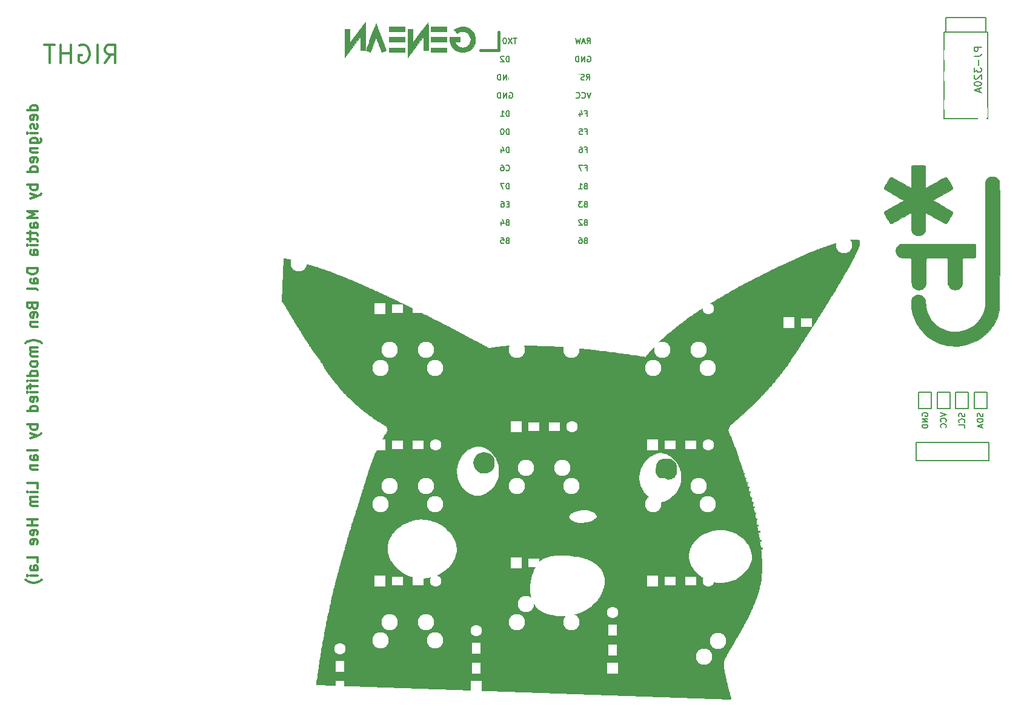
<source format=gbo>
G04 #@! TF.GenerationSoftware,KiCad,Pcbnew,(5.1.5)-3*
G04 #@! TF.CreationDate,2021-01-21T15:18:58+08:00*
G04 #@! TF.ProjectId,redox_rev1,7265646f-785f-4726-9576-312e6b696361,1.0*
G04 #@! TF.SameCoordinates,Original*
G04 #@! TF.FileFunction,Legend,Bot*
G04 #@! TF.FilePolarity,Positive*
%FSLAX46Y46*%
G04 Gerber Fmt 4.6, Leading zero omitted, Abs format (unit mm)*
G04 Created by KiCad (PCBNEW (5.1.5)-3) date 2021-01-21 15:18:58*
%MOMM*%
%LPD*%
G04 APERTURE LIST*
%ADD10C,0.300000*%
%ADD11C,0.010000*%
%ADD12C,0.150000*%
%ADD13C,0.381000*%
%ADD14R,1.600000X1.600000*%
%ADD15C,1.600000*%
%ADD16R,1.600000X1.200000*%
%ADD17C,2.286000*%
%ADD18R,1.143000X0.635000*%
%ADD19C,1.397000*%
%ADD20R,1.700000X1.700000*%
%ADD21O,1.700000X1.700000*%
%ADD22C,0.100000*%
%ADD23R,1.200000X1.600000*%
%ADD24C,2.000000*%
%ADD25C,1.500000*%
%ADD26O,1.600000X2.200000*%
%ADD27R,1.752600X1.752600*%
%ADD28C,1.752600*%
G04 APERTURE END LIST*
D10*
X89758333Y-55105952D02*
X90591666Y-53915476D01*
X91186904Y-55105952D02*
X91186904Y-52605952D01*
X90234523Y-52605952D01*
X89996428Y-52725000D01*
X89877380Y-52844047D01*
X89758333Y-53082142D01*
X89758333Y-53439285D01*
X89877380Y-53677380D01*
X89996428Y-53796428D01*
X90234523Y-53915476D01*
X91186904Y-53915476D01*
X88686904Y-55105952D02*
X88686904Y-52605952D01*
X86186904Y-52725000D02*
X86425000Y-52605952D01*
X86782142Y-52605952D01*
X87139285Y-52725000D01*
X87377380Y-52963095D01*
X87496428Y-53201190D01*
X87615476Y-53677380D01*
X87615476Y-54034523D01*
X87496428Y-54510714D01*
X87377380Y-54748809D01*
X87139285Y-54986904D01*
X86782142Y-55105952D01*
X86544047Y-55105952D01*
X86186904Y-54986904D01*
X86067857Y-54867857D01*
X86067857Y-54034523D01*
X86544047Y-54034523D01*
X84996428Y-55105952D02*
X84996428Y-52605952D01*
X84996428Y-53796428D02*
X83567857Y-53796428D01*
X83567857Y-55105952D02*
X83567857Y-52605952D01*
X82734523Y-52605952D02*
X81305952Y-52605952D01*
X82020238Y-55105952D02*
X82020238Y-52605952D01*
X80368571Y-61773714D02*
X78868571Y-61773714D01*
X80297142Y-61773714D02*
X80368571Y-61630857D01*
X80368571Y-61345142D01*
X80297142Y-61202285D01*
X80225714Y-61130857D01*
X80082857Y-61059428D01*
X79654285Y-61059428D01*
X79511428Y-61130857D01*
X79440000Y-61202285D01*
X79368571Y-61345142D01*
X79368571Y-61630857D01*
X79440000Y-61773714D01*
X80297142Y-63059428D02*
X80368571Y-62916571D01*
X80368571Y-62630857D01*
X80297142Y-62488000D01*
X80154285Y-62416571D01*
X79582857Y-62416571D01*
X79440000Y-62488000D01*
X79368571Y-62630857D01*
X79368571Y-62916571D01*
X79440000Y-63059428D01*
X79582857Y-63130857D01*
X79725714Y-63130857D01*
X79868571Y-62416571D01*
X80297142Y-63702285D02*
X80368571Y-63845142D01*
X80368571Y-64130857D01*
X80297142Y-64273714D01*
X80154285Y-64345142D01*
X80082857Y-64345142D01*
X79940000Y-64273714D01*
X79868571Y-64130857D01*
X79868571Y-63916571D01*
X79797142Y-63773714D01*
X79654285Y-63702285D01*
X79582857Y-63702285D01*
X79440000Y-63773714D01*
X79368571Y-63916571D01*
X79368571Y-64130857D01*
X79440000Y-64273714D01*
X80368571Y-64988000D02*
X79368571Y-64988000D01*
X78868571Y-64988000D02*
X78940000Y-64916571D01*
X79011428Y-64988000D01*
X78940000Y-65059428D01*
X78868571Y-64988000D01*
X79011428Y-64988000D01*
X79368571Y-66345142D02*
X80582857Y-66345142D01*
X80725714Y-66273714D01*
X80797142Y-66202285D01*
X80868571Y-66059428D01*
X80868571Y-65845142D01*
X80797142Y-65702285D01*
X80297142Y-66345142D02*
X80368571Y-66202285D01*
X80368571Y-65916571D01*
X80297142Y-65773714D01*
X80225714Y-65702285D01*
X80082857Y-65630857D01*
X79654285Y-65630857D01*
X79511428Y-65702285D01*
X79440000Y-65773714D01*
X79368571Y-65916571D01*
X79368571Y-66202285D01*
X79440000Y-66345142D01*
X79368571Y-67059428D02*
X80368571Y-67059428D01*
X79511428Y-67059428D02*
X79440000Y-67130857D01*
X79368571Y-67273714D01*
X79368571Y-67488000D01*
X79440000Y-67630857D01*
X79582857Y-67702285D01*
X80368571Y-67702285D01*
X80297142Y-68988000D02*
X80368571Y-68845142D01*
X80368571Y-68559428D01*
X80297142Y-68416571D01*
X80154285Y-68345142D01*
X79582857Y-68345142D01*
X79440000Y-68416571D01*
X79368571Y-68559428D01*
X79368571Y-68845142D01*
X79440000Y-68988000D01*
X79582857Y-69059428D01*
X79725714Y-69059428D01*
X79868571Y-68345142D01*
X80368571Y-70345142D02*
X78868571Y-70345142D01*
X80297142Y-70345142D02*
X80368571Y-70202285D01*
X80368571Y-69916571D01*
X80297142Y-69773714D01*
X80225714Y-69702285D01*
X80082857Y-69630857D01*
X79654285Y-69630857D01*
X79511428Y-69702285D01*
X79440000Y-69773714D01*
X79368571Y-69916571D01*
X79368571Y-70202285D01*
X79440000Y-70345142D01*
X80368571Y-72202285D02*
X78868571Y-72202285D01*
X79440000Y-72202285D02*
X79368571Y-72345142D01*
X79368571Y-72630857D01*
X79440000Y-72773714D01*
X79511428Y-72845142D01*
X79654285Y-72916571D01*
X80082857Y-72916571D01*
X80225714Y-72845142D01*
X80297142Y-72773714D01*
X80368571Y-72630857D01*
X80368571Y-72345142D01*
X80297142Y-72202285D01*
X79368571Y-73416571D02*
X80368571Y-73773714D01*
X79368571Y-74130857D02*
X80368571Y-73773714D01*
X80725714Y-73630857D01*
X80797142Y-73559428D01*
X80868571Y-73416571D01*
X80368571Y-75845142D02*
X78868571Y-75845142D01*
X79940000Y-76345142D01*
X78868571Y-76845142D01*
X80368571Y-76845142D01*
X80368571Y-78202285D02*
X79582857Y-78202285D01*
X79440000Y-78130857D01*
X79368571Y-77988000D01*
X79368571Y-77702285D01*
X79440000Y-77559428D01*
X80297142Y-78202285D02*
X80368571Y-78059428D01*
X80368571Y-77702285D01*
X80297142Y-77559428D01*
X80154285Y-77488000D01*
X80011428Y-77488000D01*
X79868571Y-77559428D01*
X79797142Y-77702285D01*
X79797142Y-78059428D01*
X79725714Y-78202285D01*
X79368571Y-78702285D02*
X79368571Y-79273714D01*
X78868571Y-78916571D02*
X80154285Y-78916571D01*
X80297142Y-78988000D01*
X80368571Y-79130857D01*
X80368571Y-79273714D01*
X79368571Y-79559428D02*
X79368571Y-80130857D01*
X78868571Y-79773714D02*
X80154285Y-79773714D01*
X80297142Y-79845142D01*
X80368571Y-79988000D01*
X80368571Y-80130857D01*
X80368571Y-80630857D02*
X79368571Y-80630857D01*
X78868571Y-80630857D02*
X78940000Y-80559428D01*
X79011428Y-80630857D01*
X78940000Y-80702285D01*
X78868571Y-80630857D01*
X79011428Y-80630857D01*
X80368571Y-81988000D02*
X79582857Y-81988000D01*
X79440000Y-81916571D01*
X79368571Y-81773714D01*
X79368571Y-81488000D01*
X79440000Y-81345142D01*
X80297142Y-81988000D02*
X80368571Y-81845142D01*
X80368571Y-81488000D01*
X80297142Y-81345142D01*
X80154285Y-81273714D01*
X80011428Y-81273714D01*
X79868571Y-81345142D01*
X79797142Y-81488000D01*
X79797142Y-81845142D01*
X79725714Y-81988000D01*
X80368571Y-83845142D02*
X78868571Y-83845142D01*
X78868571Y-84202285D01*
X78940000Y-84416571D01*
X79082857Y-84559428D01*
X79225714Y-84630857D01*
X79511428Y-84702285D01*
X79725714Y-84702285D01*
X80011428Y-84630857D01*
X80154285Y-84559428D01*
X80297142Y-84416571D01*
X80368571Y-84202285D01*
X80368571Y-83845142D01*
X80368571Y-85988000D02*
X79582857Y-85988000D01*
X79440000Y-85916571D01*
X79368571Y-85773714D01*
X79368571Y-85488000D01*
X79440000Y-85345142D01*
X80297142Y-85988000D02*
X80368571Y-85845142D01*
X80368571Y-85488000D01*
X80297142Y-85345142D01*
X80154285Y-85273714D01*
X80011428Y-85273714D01*
X79868571Y-85345142D01*
X79797142Y-85488000D01*
X79797142Y-85845142D01*
X79725714Y-85988000D01*
X80368571Y-86916571D02*
X80297142Y-86773714D01*
X80154285Y-86702285D01*
X78868571Y-86702285D01*
X79582857Y-89130857D02*
X79654285Y-89345142D01*
X79725714Y-89416571D01*
X79868571Y-89488000D01*
X80082857Y-89488000D01*
X80225714Y-89416571D01*
X80297142Y-89345142D01*
X80368571Y-89202285D01*
X80368571Y-88630857D01*
X78868571Y-88630857D01*
X78868571Y-89130857D01*
X78940000Y-89273714D01*
X79011428Y-89345142D01*
X79154285Y-89416571D01*
X79297142Y-89416571D01*
X79440000Y-89345142D01*
X79511428Y-89273714D01*
X79582857Y-89130857D01*
X79582857Y-88630857D01*
X80297142Y-90702285D02*
X80368571Y-90559428D01*
X80368571Y-90273714D01*
X80297142Y-90130857D01*
X80154285Y-90059428D01*
X79582857Y-90059428D01*
X79440000Y-90130857D01*
X79368571Y-90273714D01*
X79368571Y-90559428D01*
X79440000Y-90702285D01*
X79582857Y-90773714D01*
X79725714Y-90773714D01*
X79868571Y-90059428D01*
X79368571Y-91416571D02*
X80368571Y-91416571D01*
X79511428Y-91416571D02*
X79440000Y-91488000D01*
X79368571Y-91630857D01*
X79368571Y-91845142D01*
X79440000Y-91988000D01*
X79582857Y-92059428D01*
X80368571Y-92059428D01*
X80940000Y-94345142D02*
X80868571Y-94273714D01*
X80654285Y-94130857D01*
X80511428Y-94059428D01*
X80297142Y-93988000D01*
X79940000Y-93916571D01*
X79654285Y-93916571D01*
X79297142Y-93988000D01*
X79082857Y-94059428D01*
X78940000Y-94130857D01*
X78725714Y-94273714D01*
X78654285Y-94345142D01*
X80368571Y-94916571D02*
X79368571Y-94916571D01*
X79511428Y-94916571D02*
X79440000Y-94988000D01*
X79368571Y-95130857D01*
X79368571Y-95345142D01*
X79440000Y-95488000D01*
X79582857Y-95559428D01*
X80368571Y-95559428D01*
X79582857Y-95559428D02*
X79440000Y-95630857D01*
X79368571Y-95773714D01*
X79368571Y-95988000D01*
X79440000Y-96130857D01*
X79582857Y-96202285D01*
X80368571Y-96202285D01*
X80368571Y-97130857D02*
X80297142Y-96988000D01*
X80225714Y-96916571D01*
X80082857Y-96845142D01*
X79654285Y-96845142D01*
X79511428Y-96916571D01*
X79440000Y-96988000D01*
X79368571Y-97130857D01*
X79368571Y-97345142D01*
X79440000Y-97488000D01*
X79511428Y-97559428D01*
X79654285Y-97630857D01*
X80082857Y-97630857D01*
X80225714Y-97559428D01*
X80297142Y-97488000D01*
X80368571Y-97345142D01*
X80368571Y-97130857D01*
X80368571Y-98916571D02*
X78868571Y-98916571D01*
X80297142Y-98916571D02*
X80368571Y-98773714D01*
X80368571Y-98488000D01*
X80297142Y-98345142D01*
X80225714Y-98273714D01*
X80082857Y-98202285D01*
X79654285Y-98202285D01*
X79511428Y-98273714D01*
X79440000Y-98345142D01*
X79368571Y-98488000D01*
X79368571Y-98773714D01*
X79440000Y-98916571D01*
X80368571Y-99630857D02*
X79368571Y-99630857D01*
X78868571Y-99630857D02*
X78940000Y-99559428D01*
X79011428Y-99630857D01*
X78940000Y-99702285D01*
X78868571Y-99630857D01*
X79011428Y-99630857D01*
X79368571Y-100130857D02*
X79368571Y-100702285D01*
X80368571Y-100345142D02*
X79082857Y-100345142D01*
X78940000Y-100416571D01*
X78868571Y-100559428D01*
X78868571Y-100702285D01*
X80368571Y-101202285D02*
X79368571Y-101202285D01*
X78868571Y-101202285D02*
X78940000Y-101130857D01*
X79011428Y-101202285D01*
X78940000Y-101273714D01*
X78868571Y-101202285D01*
X79011428Y-101202285D01*
X80297142Y-102488000D02*
X80368571Y-102345142D01*
X80368571Y-102059428D01*
X80297142Y-101916571D01*
X80154285Y-101845142D01*
X79582857Y-101845142D01*
X79440000Y-101916571D01*
X79368571Y-102059428D01*
X79368571Y-102345142D01*
X79440000Y-102488000D01*
X79582857Y-102559428D01*
X79725714Y-102559428D01*
X79868571Y-101845142D01*
X80368571Y-103845142D02*
X78868571Y-103845142D01*
X80297142Y-103845142D02*
X80368571Y-103702285D01*
X80368571Y-103416571D01*
X80297142Y-103273714D01*
X80225714Y-103202285D01*
X80082857Y-103130857D01*
X79654285Y-103130857D01*
X79511428Y-103202285D01*
X79440000Y-103273714D01*
X79368571Y-103416571D01*
X79368571Y-103702285D01*
X79440000Y-103845142D01*
X80368571Y-105702285D02*
X78868571Y-105702285D01*
X79440000Y-105702285D02*
X79368571Y-105845142D01*
X79368571Y-106130857D01*
X79440000Y-106273714D01*
X79511428Y-106345142D01*
X79654285Y-106416571D01*
X80082857Y-106416571D01*
X80225714Y-106345142D01*
X80297142Y-106273714D01*
X80368571Y-106130857D01*
X80368571Y-105845142D01*
X80297142Y-105702285D01*
X79368571Y-106916571D02*
X80368571Y-107273714D01*
X79368571Y-107630857D02*
X80368571Y-107273714D01*
X80725714Y-107130857D01*
X80797142Y-107059428D01*
X80868571Y-106916571D01*
X80368571Y-109345142D02*
X78868571Y-109345142D01*
X80368571Y-110702285D02*
X79582857Y-110702285D01*
X79440000Y-110630857D01*
X79368571Y-110488000D01*
X79368571Y-110202285D01*
X79440000Y-110059428D01*
X80297142Y-110702285D02*
X80368571Y-110559428D01*
X80368571Y-110202285D01*
X80297142Y-110059428D01*
X80154285Y-109988000D01*
X80011428Y-109988000D01*
X79868571Y-110059428D01*
X79797142Y-110202285D01*
X79797142Y-110559428D01*
X79725714Y-110702285D01*
X79368571Y-111416571D02*
X80368571Y-111416571D01*
X79511428Y-111416571D02*
X79440000Y-111488000D01*
X79368571Y-111630857D01*
X79368571Y-111845142D01*
X79440000Y-111988000D01*
X79582857Y-112059428D01*
X80368571Y-112059428D01*
X80368571Y-114630857D02*
X80368571Y-113916571D01*
X78868571Y-113916571D01*
X80368571Y-115130857D02*
X79368571Y-115130857D01*
X78868571Y-115130857D02*
X78940000Y-115059428D01*
X79011428Y-115130857D01*
X78940000Y-115202285D01*
X78868571Y-115130857D01*
X79011428Y-115130857D01*
X80368571Y-115845142D02*
X79368571Y-115845142D01*
X79511428Y-115845142D02*
X79440000Y-115916571D01*
X79368571Y-116059428D01*
X79368571Y-116273714D01*
X79440000Y-116416571D01*
X79582857Y-116488000D01*
X80368571Y-116488000D01*
X79582857Y-116488000D02*
X79440000Y-116559428D01*
X79368571Y-116702285D01*
X79368571Y-116916571D01*
X79440000Y-117059428D01*
X79582857Y-117130857D01*
X80368571Y-117130857D01*
X80368571Y-118988000D02*
X78868571Y-118988000D01*
X79582857Y-118988000D02*
X79582857Y-119845142D01*
X80368571Y-119845142D02*
X78868571Y-119845142D01*
X80297142Y-121130857D02*
X80368571Y-120988000D01*
X80368571Y-120702285D01*
X80297142Y-120559428D01*
X80154285Y-120488000D01*
X79582857Y-120488000D01*
X79440000Y-120559428D01*
X79368571Y-120702285D01*
X79368571Y-120988000D01*
X79440000Y-121130857D01*
X79582857Y-121202285D01*
X79725714Y-121202285D01*
X79868571Y-120488000D01*
X80297142Y-122416571D02*
X80368571Y-122273714D01*
X80368571Y-121988000D01*
X80297142Y-121845142D01*
X80154285Y-121773714D01*
X79582857Y-121773714D01*
X79440000Y-121845142D01*
X79368571Y-121988000D01*
X79368571Y-122273714D01*
X79440000Y-122416571D01*
X79582857Y-122488000D01*
X79725714Y-122488000D01*
X79868571Y-121773714D01*
X80368571Y-124988000D02*
X80368571Y-124273714D01*
X78868571Y-124273714D01*
X80368571Y-126130857D02*
X79582857Y-126130857D01*
X79440000Y-126059428D01*
X79368571Y-125916571D01*
X79368571Y-125630857D01*
X79440000Y-125488000D01*
X80297142Y-126130857D02*
X80368571Y-125988000D01*
X80368571Y-125630857D01*
X80297142Y-125488000D01*
X80154285Y-125416571D01*
X80011428Y-125416571D01*
X79868571Y-125488000D01*
X79797142Y-125630857D01*
X79797142Y-125988000D01*
X79725714Y-126130857D01*
X80368571Y-126845142D02*
X79368571Y-126845142D01*
X78868571Y-126845142D02*
X78940000Y-126773714D01*
X79011428Y-126845142D01*
X78940000Y-126916571D01*
X78868571Y-126845142D01*
X79011428Y-126845142D01*
X80940000Y-127416571D02*
X80868571Y-127488000D01*
X80654285Y-127630857D01*
X80511428Y-127702285D01*
X80297142Y-127773714D01*
X79940000Y-127845142D01*
X79654285Y-127845142D01*
X79297142Y-127773714D01*
X79082857Y-127702285D01*
X78940000Y-127630857D01*
X78725714Y-127488000D01*
X78654285Y-127416571D01*
D11*
G36*
X129449692Y-50727693D02*
G01*
X131677077Y-50727693D01*
X131677077Y-50063385D01*
X129449692Y-50063385D01*
X129449692Y-50727693D01*
G37*
X129449692Y-50727693D02*
X131677077Y-50727693D01*
X131677077Y-50063385D01*
X129449692Y-50063385D01*
X129449692Y-50727693D01*
G36*
X135311231Y-50727693D02*
G01*
X137538615Y-50727693D01*
X137538615Y-50063385D01*
X135311231Y-50063385D01*
X135311231Y-50727693D01*
G37*
X135311231Y-50727693D02*
X137538615Y-50727693D01*
X137538615Y-50063385D01*
X135311231Y-50063385D01*
X135311231Y-50727693D01*
G36*
X129449692Y-52193077D02*
G01*
X131677077Y-52193077D01*
X131677077Y-51528769D01*
X129449692Y-51528769D01*
X129449692Y-52193077D01*
G37*
X129449692Y-52193077D02*
X131677077Y-52193077D01*
X131677077Y-51528769D01*
X129449692Y-51528769D01*
X129449692Y-52193077D01*
G36*
X135311231Y-52193077D02*
G01*
X137538615Y-52193077D01*
X137538615Y-51528769D01*
X135311231Y-51528769D01*
X135311231Y-52193077D01*
G37*
X135311231Y-52193077D02*
X137538615Y-52193077D01*
X137538615Y-51528769D01*
X135311231Y-51528769D01*
X135311231Y-52193077D01*
G36*
X127622010Y-49651645D02*
G01*
X127600401Y-49703160D01*
X127567584Y-49785451D01*
X127524660Y-49895554D01*
X127472730Y-50030506D01*
X127412896Y-50187343D01*
X127346259Y-50363101D01*
X127273920Y-50554816D01*
X127196980Y-50759525D01*
X127116541Y-50974264D01*
X127033703Y-51196069D01*
X126949569Y-51421977D01*
X126865239Y-51649023D01*
X126781814Y-51874244D01*
X126700397Y-52094676D01*
X126622087Y-52307356D01*
X126547986Y-52509319D01*
X126479196Y-52697602D01*
X126416817Y-52869241D01*
X126361952Y-53021273D01*
X126315700Y-53150733D01*
X126279164Y-53254658D01*
X126253445Y-53330084D01*
X126239643Y-53374047D01*
X126237685Y-53384539D01*
X126259983Y-53396083D01*
X126310428Y-53417646D01*
X126381634Y-53446415D01*
X126466218Y-53479577D01*
X126556793Y-53514322D01*
X126645975Y-53547836D01*
X126726379Y-53577308D01*
X126790621Y-53599925D01*
X126831314Y-53612875D01*
X126841896Y-53614623D01*
X126849305Y-53595925D01*
X126869173Y-53543892D01*
X126900271Y-53461790D01*
X126941367Y-53352887D01*
X126991232Y-53220447D01*
X127048635Y-53067738D01*
X127112348Y-52898026D01*
X127181139Y-52714576D01*
X127236564Y-52566630D01*
X127308385Y-52375585D01*
X127376276Y-52196434D01*
X127438996Y-52032354D01*
X127495302Y-51886527D01*
X127543953Y-51762130D01*
X127583710Y-51662342D01*
X127613328Y-51590343D01*
X127631569Y-51549312D01*
X127637105Y-51540861D01*
X127645625Y-51561870D01*
X127666564Y-51616145D01*
X127698662Y-51700347D01*
X127740657Y-51811138D01*
X127791287Y-51945179D01*
X127849292Y-52099132D01*
X127913409Y-52269660D01*
X127982377Y-52453423D01*
X128033085Y-52588731D01*
X128104625Y-52779147D01*
X128172289Y-52958099D01*
X128234814Y-53122325D01*
X128290938Y-53268565D01*
X128339400Y-53393560D01*
X128378938Y-53494048D01*
X128408290Y-53566771D01*
X128426193Y-53608467D01*
X128431281Y-53617447D01*
X128452763Y-53610104D01*
X128504260Y-53591063D01*
X128579350Y-53562741D01*
X128671609Y-53527554D01*
X128736538Y-53502610D01*
X128852722Y-53456808D01*
X128935831Y-53421345D01*
X128989866Y-53394213D01*
X129018828Y-53373401D01*
X129026716Y-53356902D01*
X129026716Y-53356892D01*
X129019553Y-53333621D01*
X128999812Y-53277141D01*
X128968604Y-53190421D01*
X128927041Y-53076427D01*
X128876236Y-52938128D01*
X128817300Y-52778490D01*
X128751346Y-52600481D01*
X128679486Y-52407069D01*
X128602833Y-52201221D01*
X128522498Y-51985904D01*
X128439595Y-51764087D01*
X128355234Y-51538736D01*
X128270529Y-51312819D01*
X128186591Y-51089304D01*
X128104533Y-50871158D01*
X128025467Y-50661348D01*
X127950505Y-50462843D01*
X127880759Y-50278608D01*
X127817342Y-50111613D01*
X127761367Y-49964825D01*
X127713944Y-49841210D01*
X127676187Y-49743737D01*
X127649207Y-49675372D01*
X127634117Y-49639084D01*
X127631310Y-49633871D01*
X127622010Y-49651645D01*
G37*
X127622010Y-49651645D02*
X127600401Y-49703160D01*
X127567584Y-49785451D01*
X127524660Y-49895554D01*
X127472730Y-50030506D01*
X127412896Y-50187343D01*
X127346259Y-50363101D01*
X127273920Y-50554816D01*
X127196980Y-50759525D01*
X127116541Y-50974264D01*
X127033703Y-51196069D01*
X126949569Y-51421977D01*
X126865239Y-51649023D01*
X126781814Y-51874244D01*
X126700397Y-52094676D01*
X126622087Y-52307356D01*
X126547986Y-52509319D01*
X126479196Y-52697602D01*
X126416817Y-52869241D01*
X126361952Y-53021273D01*
X126315700Y-53150733D01*
X126279164Y-53254658D01*
X126253445Y-53330084D01*
X126239643Y-53374047D01*
X126237685Y-53384539D01*
X126259983Y-53396083D01*
X126310428Y-53417646D01*
X126381634Y-53446415D01*
X126466218Y-53479577D01*
X126556793Y-53514322D01*
X126645975Y-53547836D01*
X126726379Y-53577308D01*
X126790621Y-53599925D01*
X126831314Y-53612875D01*
X126841896Y-53614623D01*
X126849305Y-53595925D01*
X126869173Y-53543892D01*
X126900271Y-53461790D01*
X126941367Y-53352887D01*
X126991232Y-53220447D01*
X127048635Y-53067738D01*
X127112348Y-52898026D01*
X127181139Y-52714576D01*
X127236564Y-52566630D01*
X127308385Y-52375585D01*
X127376276Y-52196434D01*
X127438996Y-52032354D01*
X127495302Y-51886527D01*
X127543953Y-51762130D01*
X127583710Y-51662342D01*
X127613328Y-51590343D01*
X127631569Y-51549312D01*
X127637105Y-51540861D01*
X127645625Y-51561870D01*
X127666564Y-51616145D01*
X127698662Y-51700347D01*
X127740657Y-51811138D01*
X127791287Y-51945179D01*
X127849292Y-52099132D01*
X127913409Y-52269660D01*
X127982377Y-52453423D01*
X128033085Y-52588731D01*
X128104625Y-52779147D01*
X128172289Y-52958099D01*
X128234814Y-53122325D01*
X128290938Y-53268565D01*
X128339400Y-53393560D01*
X128378938Y-53494048D01*
X128408290Y-53566771D01*
X128426193Y-53608467D01*
X128431281Y-53617447D01*
X128452763Y-53610104D01*
X128504260Y-53591063D01*
X128579350Y-53562741D01*
X128671609Y-53527554D01*
X128736538Y-53502610D01*
X128852722Y-53456808D01*
X128935831Y-53421345D01*
X128989866Y-53394213D01*
X129018828Y-53373401D01*
X129026716Y-53356902D01*
X129026716Y-53356892D01*
X129019553Y-53333621D01*
X128999812Y-53277141D01*
X128968604Y-53190421D01*
X128927041Y-53076427D01*
X128876236Y-52938128D01*
X128817300Y-52778490D01*
X128751346Y-52600481D01*
X128679486Y-52407069D01*
X128602833Y-52201221D01*
X128522498Y-51985904D01*
X128439595Y-51764087D01*
X128355234Y-51538736D01*
X128270529Y-51312819D01*
X128186591Y-51089304D01*
X128104533Y-50871158D01*
X128025467Y-50661348D01*
X127950505Y-50462843D01*
X127880759Y-50278608D01*
X127817342Y-50111613D01*
X127761367Y-49964825D01*
X127713944Y-49841210D01*
X127676187Y-49743737D01*
X127649207Y-49675372D01*
X127634117Y-49639084D01*
X127631310Y-49633871D01*
X127622010Y-49651645D01*
G36*
X129449692Y-53658462D02*
G01*
X131677077Y-53658462D01*
X131677077Y-52994154D01*
X129449692Y-52994154D01*
X129449692Y-53658462D01*
G37*
X129449692Y-53658462D02*
X131677077Y-53658462D01*
X131677077Y-52994154D01*
X129449692Y-52994154D01*
X129449692Y-53658462D01*
G36*
X135311231Y-53658462D02*
G01*
X137538615Y-53658462D01*
X137538615Y-52994154D01*
X135311231Y-52994154D01*
X135311231Y-53658462D01*
G37*
X135311231Y-53658462D02*
X137538615Y-53658462D01*
X137538615Y-52994154D01*
X135311231Y-52994154D01*
X135311231Y-53658462D01*
G36*
X139521377Y-50076488D02*
G01*
X139266567Y-50123163D01*
X139019416Y-50207422D01*
X138946784Y-50240201D01*
X138860039Y-50284787D01*
X138771712Y-50335496D01*
X138688542Y-50387808D01*
X138617270Y-50437203D01*
X138564636Y-50479159D01*
X138537380Y-50509158D01*
X138535077Y-50516310D01*
X138547942Y-50540737D01*
X138586726Y-50591913D01*
X138651714Y-50670181D01*
X138743191Y-50775881D01*
X138861439Y-50909354D01*
X138878776Y-50928745D01*
X138962532Y-51022336D01*
X139050698Y-50955038D01*
X139221157Y-50848586D01*
X139405225Y-50776671D01*
X139598090Y-50739367D01*
X139794943Y-50736749D01*
X139990971Y-50768889D01*
X140181364Y-50835864D01*
X140357214Y-50934933D01*
X140513613Y-51064115D01*
X140642144Y-51216404D01*
X140741128Y-51386918D01*
X140808886Y-51570775D01*
X140843739Y-51763093D01*
X140844010Y-51958991D01*
X140808018Y-52153586D01*
X140792941Y-52202101D01*
X140709311Y-52393729D01*
X140597755Y-52562310D01*
X140462179Y-52705866D01*
X140306490Y-52822421D01*
X140134594Y-52909996D01*
X139950396Y-52966613D01*
X139757802Y-52990296D01*
X139560719Y-52979066D01*
X139363052Y-52930945D01*
X139357334Y-52928974D01*
X139164853Y-52842007D01*
X138994766Y-52723659D01*
X138849357Y-52576052D01*
X138730913Y-52401311D01*
X138680541Y-52299983D01*
X138633262Y-52193077D01*
X139355692Y-52193077D01*
X139355692Y-51528769D01*
X137909846Y-51528769D01*
X137910350Y-51670423D01*
X137915496Y-51827087D01*
X137928861Y-51990961D01*
X137948927Y-52148926D01*
X137974175Y-52287865D01*
X137988862Y-52348297D01*
X138073653Y-52586945D01*
X138191844Y-52809303D01*
X138340098Y-53012390D01*
X138515073Y-53193228D01*
X138713433Y-53348838D01*
X138931837Y-53476240D01*
X139166947Y-53572455D01*
X139415423Y-53634504D01*
X139433846Y-53637591D01*
X139569298Y-53651778D01*
X139724704Y-53655745D01*
X139882365Y-53649720D01*
X140024579Y-53633930D01*
X140049308Y-53629677D01*
X140302478Y-53563686D01*
X140539371Y-53463597D01*
X140757246Y-53331970D01*
X140953364Y-53171364D01*
X141124987Y-52984338D01*
X141269374Y-52773451D01*
X141383788Y-52541262D01*
X141460054Y-52311672D01*
X141482884Y-52215234D01*
X141497678Y-52126409D01*
X141506017Y-52031205D01*
X141509480Y-51915629D01*
X141509821Y-51870693D01*
X141501710Y-51657464D01*
X141473878Y-51466913D01*
X141423724Y-51286592D01*
X141350362Y-51107710D01*
X141278852Y-50966223D01*
X141205122Y-50846854D01*
X141118901Y-50734628D01*
X141017660Y-50622659D01*
X140847230Y-50461874D01*
X140671680Y-50333891D01*
X140481607Y-50232671D01*
X140302900Y-50163596D01*
X140042431Y-50096541D01*
X139780961Y-50067560D01*
X139521377Y-50076488D01*
G37*
X139521377Y-50076488D02*
X139266567Y-50123163D01*
X139019416Y-50207422D01*
X138946784Y-50240201D01*
X138860039Y-50284787D01*
X138771712Y-50335496D01*
X138688542Y-50387808D01*
X138617270Y-50437203D01*
X138564636Y-50479159D01*
X138537380Y-50509158D01*
X138535077Y-50516310D01*
X138547942Y-50540737D01*
X138586726Y-50591913D01*
X138651714Y-50670181D01*
X138743191Y-50775881D01*
X138861439Y-50909354D01*
X138878776Y-50928745D01*
X138962532Y-51022336D01*
X139050698Y-50955038D01*
X139221157Y-50848586D01*
X139405225Y-50776671D01*
X139598090Y-50739367D01*
X139794943Y-50736749D01*
X139990971Y-50768889D01*
X140181364Y-50835864D01*
X140357214Y-50934933D01*
X140513613Y-51064115D01*
X140642144Y-51216404D01*
X140741128Y-51386918D01*
X140808886Y-51570775D01*
X140843739Y-51763093D01*
X140844010Y-51958991D01*
X140808018Y-52153586D01*
X140792941Y-52202101D01*
X140709311Y-52393729D01*
X140597755Y-52562310D01*
X140462179Y-52705866D01*
X140306490Y-52822421D01*
X140134594Y-52909996D01*
X139950396Y-52966613D01*
X139757802Y-52990296D01*
X139560719Y-52979066D01*
X139363052Y-52930945D01*
X139357334Y-52928974D01*
X139164853Y-52842007D01*
X138994766Y-52723659D01*
X138849357Y-52576052D01*
X138730913Y-52401311D01*
X138680541Y-52299983D01*
X138633262Y-52193077D01*
X139355692Y-52193077D01*
X139355692Y-51528769D01*
X137909846Y-51528769D01*
X137910350Y-51670423D01*
X137915496Y-51827087D01*
X137928861Y-51990961D01*
X137948927Y-52148926D01*
X137974175Y-52287865D01*
X137988862Y-52348297D01*
X138073653Y-52586945D01*
X138191844Y-52809303D01*
X138340098Y-53012390D01*
X138515073Y-53193228D01*
X138713433Y-53348838D01*
X138931837Y-53476240D01*
X139166947Y-53572455D01*
X139415423Y-53634504D01*
X139433846Y-53637591D01*
X139569298Y-53651778D01*
X139724704Y-53655745D01*
X139882365Y-53649720D01*
X140024579Y-53633930D01*
X140049308Y-53629677D01*
X140302478Y-53563686D01*
X140539371Y-53463597D01*
X140757246Y-53331970D01*
X140953364Y-53171364D01*
X141124987Y-52984338D01*
X141269374Y-52773451D01*
X141383788Y-52541262D01*
X141460054Y-52311672D01*
X141482884Y-52215234D01*
X141497678Y-52126409D01*
X141506017Y-52031205D01*
X141509480Y-51915629D01*
X141509821Y-51870693D01*
X141501710Y-51657464D01*
X141473878Y-51466913D01*
X141423724Y-51286592D01*
X141350362Y-51107710D01*
X141278852Y-50966223D01*
X141205122Y-50846854D01*
X141118901Y-50734628D01*
X141017660Y-50622659D01*
X140847230Y-50461874D01*
X140671680Y-50333891D01*
X140481607Y-50232671D01*
X140302900Y-50163596D01*
X140042431Y-50096541D01*
X139780961Y-50067560D01*
X139521377Y-50076488D01*
G36*
X126095551Y-49486461D02*
G01*
X126059623Y-49533533D01*
X126003612Y-49607431D01*
X125929195Y-49705931D01*
X125838044Y-49826811D01*
X125731836Y-49967846D01*
X125612242Y-50126814D01*
X125480940Y-50301489D01*
X125339602Y-50489650D01*
X125189903Y-50689071D01*
X125033517Y-50897531D01*
X125015570Y-50921462D01*
X123939846Y-52355923D01*
X123939846Y-50434616D01*
X123275538Y-50434616D01*
X123275538Y-52388462D01*
X123275611Y-52661148D01*
X123275820Y-52922535D01*
X123276158Y-53170007D01*
X123276613Y-53400947D01*
X123277176Y-53612741D01*
X123277837Y-53802771D01*
X123278587Y-53968423D01*
X123279415Y-54107080D01*
X123280311Y-54216127D01*
X123281266Y-54292947D01*
X123282270Y-54334926D01*
X123282912Y-54342308D01*
X123295437Y-54327031D01*
X123329742Y-54282650D01*
X123384186Y-54211340D01*
X123457124Y-54115276D01*
X123546916Y-53996634D01*
X123651918Y-53857589D01*
X123770488Y-53700316D01*
X123900984Y-53526990D01*
X124041764Y-53339787D01*
X124191185Y-53140881D01*
X124347605Y-52932449D01*
X124377066Y-52893168D01*
X125463846Y-51444029D01*
X125463846Y-53384923D01*
X126128154Y-53384923D01*
X126128154Y-51417400D01*
X126127974Y-51083812D01*
X126127441Y-50778084D01*
X126126567Y-50501377D01*
X126125361Y-50254854D01*
X126123836Y-50039675D01*
X126122003Y-49857003D01*
X126119871Y-49708000D01*
X126117453Y-49593827D01*
X126114759Y-49515645D01*
X126111800Y-49474617D01*
X126109724Y-49468439D01*
X126095551Y-49486461D01*
G37*
X126095551Y-49486461D02*
X126059623Y-49533533D01*
X126003612Y-49607431D01*
X125929195Y-49705931D01*
X125838044Y-49826811D01*
X125731836Y-49967846D01*
X125612242Y-50126814D01*
X125480940Y-50301489D01*
X125339602Y-50489650D01*
X125189903Y-50689071D01*
X125033517Y-50897531D01*
X125015570Y-50921462D01*
X123939846Y-52355923D01*
X123939846Y-50434616D01*
X123275538Y-50434616D01*
X123275538Y-52388462D01*
X123275611Y-52661148D01*
X123275820Y-52922535D01*
X123276158Y-53170007D01*
X123276613Y-53400947D01*
X123277176Y-53612741D01*
X123277837Y-53802771D01*
X123278587Y-53968423D01*
X123279415Y-54107080D01*
X123280311Y-54216127D01*
X123281266Y-54292947D01*
X123282270Y-54334926D01*
X123282912Y-54342308D01*
X123295437Y-54327031D01*
X123329742Y-54282650D01*
X123384186Y-54211340D01*
X123457124Y-54115276D01*
X123546916Y-53996634D01*
X123651918Y-53857589D01*
X123770488Y-53700316D01*
X123900984Y-53526990D01*
X124041764Y-53339787D01*
X124191185Y-53140881D01*
X124347605Y-52932449D01*
X124377066Y-52893168D01*
X125463846Y-51444029D01*
X125463846Y-53384923D01*
X126128154Y-53384923D01*
X126128154Y-51417400D01*
X126127974Y-51083812D01*
X126127441Y-50778084D01*
X126126567Y-50501377D01*
X126125361Y-50254854D01*
X126123836Y-50039675D01*
X126122003Y-49857003D01*
X126119871Y-49708000D01*
X126117453Y-49593827D01*
X126114759Y-49515645D01*
X126111800Y-49474617D01*
X126109724Y-49468439D01*
X126095551Y-49486461D01*
G36*
X134887859Y-49486461D02*
G01*
X134851930Y-49533533D01*
X134795920Y-49607431D01*
X134721503Y-49705931D01*
X134630352Y-49826811D01*
X134524143Y-49967846D01*
X134404550Y-50126814D01*
X134273247Y-50301489D01*
X134131909Y-50489650D01*
X133982210Y-50689071D01*
X133825825Y-50897531D01*
X133807878Y-50921462D01*
X132732154Y-52355923D01*
X132732154Y-50434616D01*
X132067846Y-50434616D01*
X132067846Y-52388462D01*
X132067918Y-52661148D01*
X132068128Y-52922535D01*
X132068465Y-53170007D01*
X132068921Y-53400947D01*
X132069484Y-53612741D01*
X132070145Y-53802771D01*
X132070895Y-53968423D01*
X132071723Y-54107080D01*
X132072619Y-54216127D01*
X132073574Y-54292947D01*
X132074578Y-54334926D01*
X132075219Y-54342308D01*
X132087745Y-54327031D01*
X132122050Y-54282650D01*
X132176493Y-54211340D01*
X132249432Y-54115276D01*
X132339223Y-53996634D01*
X132444225Y-53857589D01*
X132562796Y-53700316D01*
X132693292Y-53526990D01*
X132834072Y-53339787D01*
X132983493Y-53140881D01*
X133139913Y-52932449D01*
X133169373Y-52893168D01*
X134256154Y-51444029D01*
X134256154Y-53384923D01*
X134920461Y-53384923D01*
X134920461Y-51417400D01*
X134920281Y-51083812D01*
X134919749Y-50778084D01*
X134918874Y-50501377D01*
X134917669Y-50254854D01*
X134916144Y-50039675D01*
X134914310Y-49857003D01*
X134912179Y-49708000D01*
X134909761Y-49593827D01*
X134907066Y-49515645D01*
X134904107Y-49474617D01*
X134902032Y-49468439D01*
X134887859Y-49486461D01*
G37*
X134887859Y-49486461D02*
X134851930Y-49533533D01*
X134795920Y-49607431D01*
X134721503Y-49705931D01*
X134630352Y-49826811D01*
X134524143Y-49967846D01*
X134404550Y-50126814D01*
X134273247Y-50301489D01*
X134131909Y-50489650D01*
X133982210Y-50689071D01*
X133825825Y-50897531D01*
X133807878Y-50921462D01*
X132732154Y-52355923D01*
X132732154Y-50434616D01*
X132067846Y-50434616D01*
X132067846Y-52388462D01*
X132067918Y-52661148D01*
X132068128Y-52922535D01*
X132068465Y-53170007D01*
X132068921Y-53400947D01*
X132069484Y-53612741D01*
X132070145Y-53802771D01*
X132070895Y-53968423D01*
X132071723Y-54107080D01*
X132072619Y-54216127D01*
X132073574Y-54292947D01*
X132074578Y-54334926D01*
X132075219Y-54342308D01*
X132087745Y-54327031D01*
X132122050Y-54282650D01*
X132176493Y-54211340D01*
X132249432Y-54115276D01*
X132339223Y-53996634D01*
X132444225Y-53857589D01*
X132562796Y-53700316D01*
X132693292Y-53526990D01*
X132834072Y-53339787D01*
X132983493Y-53140881D01*
X133139913Y-52932449D01*
X133169373Y-52893168D01*
X134256154Y-51444029D01*
X134256154Y-53384923D01*
X134920461Y-53384923D01*
X134920461Y-51417400D01*
X134920281Y-51083812D01*
X134919749Y-50778084D01*
X134918874Y-50501377D01*
X134917669Y-50254854D01*
X134916144Y-50039675D01*
X134914310Y-49857003D01*
X134912179Y-49708000D01*
X134909761Y-49593827D01*
X134907066Y-49515645D01*
X134904107Y-49474617D01*
X134902032Y-49468439D01*
X134887859Y-49486461D01*
G36*
X202523761Y-69522767D02*
G01*
X202505218Y-69538987D01*
X202488922Y-69553249D01*
X202474730Y-69567724D01*
X202462496Y-69584585D01*
X202452076Y-69606003D01*
X202443326Y-69634150D01*
X202436100Y-69671199D01*
X202430253Y-69719322D01*
X202425642Y-69780690D01*
X202422122Y-69857476D01*
X202419547Y-69951852D01*
X202417773Y-70065990D01*
X202416655Y-70202062D01*
X202416049Y-70362239D01*
X202415809Y-70548695D01*
X202415792Y-70763600D01*
X202415853Y-71009127D01*
X202415866Y-71142293D01*
X202415676Y-71423160D01*
X202415109Y-71676497D01*
X202414174Y-71901573D01*
X202412879Y-72097652D01*
X202411232Y-72264001D01*
X202409243Y-72399888D01*
X202406918Y-72504578D01*
X202404266Y-72577338D01*
X202401296Y-72617434D01*
X202399237Y-72625612D01*
X202382382Y-72618969D01*
X202338205Y-72596734D01*
X202268819Y-72560071D01*
X202176333Y-72510145D01*
X202062860Y-72448119D01*
X201930510Y-72375156D01*
X201781393Y-72292421D01*
X201617621Y-72201077D01*
X201441304Y-72102288D01*
X201254554Y-71997217D01*
X201059481Y-71887029D01*
X201057271Y-71885778D01*
X199731933Y-71135667D01*
X199629097Y-71135667D01*
X199578881Y-71136933D01*
X199535819Y-71142672D01*
X199497150Y-71155797D01*
X199460113Y-71179217D01*
X199421948Y-71215845D01*
X199379894Y-71268591D01*
X199331193Y-71340369D01*
X199273082Y-71434087D01*
X199202803Y-71552660D01*
X199153334Y-71637479D01*
X199082599Y-71759055D01*
X199009774Y-71884111D01*
X198938848Y-72005811D01*
X198873807Y-72117315D01*
X198818638Y-72211784D01*
X198784617Y-72269940D01*
X198737521Y-72352627D01*
X198695682Y-72430324D01*
X198662748Y-72495945D01*
X198642363Y-72542405D01*
X198638663Y-72553573D01*
X198631875Y-72640221D01*
X198654463Y-72725970D01*
X198703331Y-72800309D01*
X198714665Y-72811653D01*
X198737410Y-72827560D01*
X198787441Y-72858754D01*
X198862519Y-72903935D01*
X198960405Y-72961802D01*
X199078859Y-73031055D01*
X199215642Y-73110395D01*
X199368513Y-73198521D01*
X199535232Y-73294133D01*
X199713561Y-73395932D01*
X199901259Y-73502616D01*
X200054951Y-73589643D01*
X200247589Y-73698651D01*
X200432056Y-73803251D01*
X200606179Y-73902197D01*
X200767788Y-73994246D01*
X200914711Y-74078155D01*
X201044775Y-74152678D01*
X201155810Y-74216573D01*
X201245644Y-74268595D01*
X201312105Y-74307501D01*
X201353021Y-74332047D01*
X201366000Y-74340597D01*
X201382742Y-74361609D01*
X201372438Y-74376606D01*
X201366000Y-74380869D01*
X201347751Y-74391449D01*
X201302188Y-74417464D01*
X201231479Y-74457688D01*
X201137792Y-74510889D01*
X201023295Y-74575840D01*
X200890157Y-74651310D01*
X200740545Y-74736072D01*
X200576629Y-74828895D01*
X200400574Y-74928551D01*
X200214551Y-75033811D01*
X200053667Y-75124816D01*
X199853916Y-75238064D01*
X199663331Y-75346652D01*
X199484024Y-75449347D01*
X199318110Y-75544914D01*
X199167702Y-75632122D01*
X199034914Y-75709736D01*
X198921859Y-75776522D01*
X198830651Y-75831248D01*
X198763404Y-75872680D01*
X198722232Y-75899584D01*
X198710523Y-75908627D01*
X198657931Y-75983469D01*
X198633218Y-76070994D01*
X198637973Y-76156483D01*
X198650352Y-76187845D01*
X198677625Y-76243158D01*
X198717104Y-76317430D01*
X198766100Y-76405666D01*
X198821924Y-76502873D01*
X198852181Y-76554333D01*
X198921324Y-76671214D01*
X198995648Y-76797238D01*
X199069688Y-76923113D01*
X199137980Y-77039548D01*
X199195060Y-77137252D01*
X199200736Y-77147000D01*
X199268196Y-77262220D01*
X199321804Y-77351647D01*
X199364267Y-77419029D01*
X199398294Y-77468116D01*
X199426591Y-77502655D01*
X199451868Y-77526396D01*
X199476831Y-77543087D01*
X199492754Y-77551263D01*
X199576598Y-77574787D01*
X199670908Y-77575065D01*
X199742106Y-77558942D01*
X199769603Y-77546232D01*
X199822845Y-77518684D01*
X199898190Y-77478289D01*
X199991994Y-77427040D01*
X200100614Y-77366926D01*
X200220406Y-77299941D01*
X200347729Y-77228076D01*
X200358467Y-77221985D01*
X200658889Y-77051576D01*
X200931032Y-76897363D01*
X201176012Y-76758723D01*
X201394944Y-76635035D01*
X201588945Y-76525677D01*
X201759132Y-76430027D01*
X201906620Y-76347462D01*
X202032525Y-76277361D01*
X202137965Y-76219101D01*
X202224054Y-76172062D01*
X202291910Y-76135620D01*
X202342649Y-76109154D01*
X202377386Y-76092042D01*
X202397239Y-76083662D01*
X202403036Y-76082736D01*
X202405530Y-76100828D01*
X202407818Y-76150145D01*
X202409872Y-76228044D01*
X202411663Y-76331885D01*
X202413163Y-76459024D01*
X202414345Y-76606820D01*
X202415181Y-76772632D01*
X202415642Y-76953817D01*
X202415701Y-77147735D01*
X202415544Y-77262910D01*
X202415069Y-77499144D01*
X202414771Y-77704176D01*
X202414852Y-77880672D01*
X202415511Y-78031297D01*
X202416952Y-78158715D01*
X202419375Y-78265593D01*
X202422981Y-78354594D01*
X202427973Y-78428384D01*
X202434551Y-78489628D01*
X202442917Y-78540992D01*
X202453273Y-78585140D01*
X202465820Y-78624737D01*
X202480758Y-78662449D01*
X202498291Y-78700940D01*
X202518618Y-78742876D01*
X202529000Y-78764134D01*
X202615853Y-78905090D01*
X202728077Y-79028065D01*
X202861108Y-79130918D01*
X203010384Y-79211510D01*
X203171343Y-79267702D01*
X203339421Y-79297353D01*
X203510057Y-79298325D01*
X203630107Y-79280466D01*
X203789197Y-79229311D01*
X203940747Y-79148806D01*
X204079252Y-79043406D01*
X204199207Y-78917566D01*
X204295106Y-78775742D01*
X204323902Y-78719003D01*
X204340543Y-78682154D01*
X204354983Y-78646798D01*
X204367381Y-78610349D01*
X204377891Y-78570216D01*
X204386671Y-78523813D01*
X204393877Y-78468551D01*
X204399665Y-78401842D01*
X204404192Y-78321098D01*
X204407615Y-78223731D01*
X204410090Y-78107153D01*
X204411774Y-77968776D01*
X204412823Y-77806012D01*
X204413393Y-77616272D01*
X204413642Y-77396969D01*
X204413706Y-77234088D01*
X204413826Y-77005394D01*
X204414099Y-76808304D01*
X204414573Y-76640554D01*
X204415300Y-76499882D01*
X204416330Y-76384026D01*
X204417715Y-76290723D01*
X204419504Y-76217709D01*
X204421749Y-76162722D01*
X204424500Y-76123500D01*
X204427808Y-76097779D01*
X204431723Y-76083296D01*
X204436297Y-76077790D01*
X204439599Y-76077933D01*
X204457945Y-76087606D01*
X204503535Y-76112736D01*
X204574152Y-76152074D01*
X204667580Y-76204376D01*
X204781601Y-76268394D01*
X204913999Y-76342881D01*
X205062557Y-76426591D01*
X205225057Y-76518277D01*
X205399284Y-76616691D01*
X205583019Y-76720588D01*
X205696899Y-76785036D01*
X205887429Y-76892787D01*
X206071368Y-76996598D01*
X206246318Y-77095126D01*
X206409878Y-77187030D01*
X206559650Y-77270970D01*
X206693235Y-77345603D01*
X206808234Y-77409589D01*
X206902249Y-77461585D01*
X206972879Y-77500251D01*
X207017726Y-77524245D01*
X207030200Y-77530545D01*
X207141579Y-77570119D01*
X207242358Y-77578680D01*
X207331169Y-77556495D01*
X207406644Y-77503832D01*
X207451293Y-77448228D01*
X207490322Y-77386169D01*
X207540087Y-77304484D01*
X207598437Y-77206922D01*
X207663220Y-77097230D01*
X207732286Y-76979158D01*
X207803484Y-76856454D01*
X207874663Y-76732867D01*
X207943672Y-76612145D01*
X208008360Y-76498038D01*
X208066577Y-76394293D01*
X208116170Y-76304660D01*
X208154989Y-76232888D01*
X208180884Y-76182724D01*
X208191703Y-76157917D01*
X208191729Y-76157807D01*
X208195405Y-76070602D01*
X208171233Y-75984377D01*
X208122934Y-75911645D01*
X208116614Y-75905299D01*
X208094114Y-75889383D01*
X208044325Y-75858137D01*
X207969464Y-75812853D01*
X207871748Y-75754823D01*
X207753395Y-75685338D01*
X207616623Y-75605691D01*
X207463649Y-75517174D01*
X207296691Y-75421079D01*
X207117966Y-75318697D01*
X206929691Y-75211320D01*
X206759267Y-75114514D01*
X206565858Y-75004823D01*
X206380950Y-74899888D01*
X206206655Y-74800910D01*
X206045087Y-74709094D01*
X205898359Y-74625641D01*
X205768583Y-74551755D01*
X205657873Y-74488638D01*
X205568340Y-74437494D01*
X205502099Y-74399526D01*
X205461262Y-74375935D01*
X205447941Y-74367962D01*
X205452130Y-74352204D01*
X205464874Y-74337319D01*
X205482993Y-74325645D01*
X205528440Y-74298591D01*
X205599040Y-74257402D01*
X205692617Y-74203324D01*
X205806995Y-74137603D01*
X205939998Y-74061484D01*
X206089450Y-73976213D01*
X206253175Y-73883037D01*
X206428998Y-73783200D01*
X206614742Y-73677948D01*
X206767733Y-73591412D01*
X207034406Y-73440357D01*
X207271440Y-73305377D01*
X207478964Y-73186396D01*
X207657107Y-73083339D01*
X207805998Y-72996131D01*
X207925765Y-72924696D01*
X208016538Y-72868958D01*
X208078445Y-72828842D01*
X208111614Y-72804273D01*
X208113933Y-72802108D01*
X208150089Y-72764650D01*
X208170362Y-72734022D01*
X208179339Y-72697974D01*
X208181608Y-72644253D01*
X208181667Y-72621226D01*
X208181667Y-72507083D01*
X207826067Y-71899164D01*
X207747195Y-71765376D01*
X207671097Y-71638268D01*
X207599984Y-71521396D01*
X207536071Y-71418315D01*
X207481570Y-71332580D01*
X207438694Y-71267744D01*
X207409656Y-71227363D01*
X207402733Y-71219194D01*
X207332960Y-71161158D01*
X207257567Y-71131915D01*
X207173002Y-71131277D01*
X207075707Y-71159060D01*
X206993558Y-71197734D01*
X206963682Y-71214126D01*
X206906739Y-71245849D01*
X206825133Y-71291551D01*
X206721270Y-71349876D01*
X206597554Y-71419472D01*
X206456388Y-71498985D01*
X206300178Y-71587060D01*
X206131328Y-71682343D01*
X205952242Y-71783482D01*
X205765324Y-71889121D01*
X205671267Y-71942307D01*
X205483791Y-72048226D01*
X205304677Y-72149202D01*
X205136127Y-72244006D01*
X204980345Y-72331409D01*
X204839536Y-72410180D01*
X204715902Y-72479093D01*
X204611646Y-72536916D01*
X204528973Y-72582420D01*
X204470086Y-72614377D01*
X204437188Y-72631557D01*
X204430901Y-72634267D01*
X204427545Y-72617382D01*
X204424542Y-72566920D01*
X204421897Y-72483167D01*
X204419611Y-72366410D01*
X204417688Y-72216937D01*
X204416132Y-72035035D01*
X204414947Y-71820990D01*
X204414135Y-71575090D01*
X204413699Y-71297622D01*
X204413628Y-71165300D01*
X204413602Y-70900590D01*
X204413560Y-70667603D01*
X204413343Y-70464198D01*
X204412791Y-70288233D01*
X204411745Y-70137565D01*
X204410046Y-70010051D01*
X204407534Y-69903551D01*
X204404049Y-69815920D01*
X204399433Y-69745018D01*
X204393525Y-69688701D01*
X204386167Y-69644827D01*
X204377199Y-69611255D01*
X204366462Y-69585841D01*
X204353795Y-69566444D01*
X204339040Y-69550921D01*
X204322038Y-69537130D01*
X204302629Y-69522928D01*
X204290753Y-69514078D01*
X204229993Y-69467734D01*
X202584297Y-69467734D01*
X202523761Y-69522767D01*
G37*
X202523761Y-69522767D02*
X202505218Y-69538987D01*
X202488922Y-69553249D01*
X202474730Y-69567724D01*
X202462496Y-69584585D01*
X202452076Y-69606003D01*
X202443326Y-69634150D01*
X202436100Y-69671199D01*
X202430253Y-69719322D01*
X202425642Y-69780690D01*
X202422122Y-69857476D01*
X202419547Y-69951852D01*
X202417773Y-70065990D01*
X202416655Y-70202062D01*
X202416049Y-70362239D01*
X202415809Y-70548695D01*
X202415792Y-70763600D01*
X202415853Y-71009127D01*
X202415866Y-71142293D01*
X202415676Y-71423160D01*
X202415109Y-71676497D01*
X202414174Y-71901573D01*
X202412879Y-72097652D01*
X202411232Y-72264001D01*
X202409243Y-72399888D01*
X202406918Y-72504578D01*
X202404266Y-72577338D01*
X202401296Y-72617434D01*
X202399237Y-72625612D01*
X202382382Y-72618969D01*
X202338205Y-72596734D01*
X202268819Y-72560071D01*
X202176333Y-72510145D01*
X202062860Y-72448119D01*
X201930510Y-72375156D01*
X201781393Y-72292421D01*
X201617621Y-72201077D01*
X201441304Y-72102288D01*
X201254554Y-71997217D01*
X201059481Y-71887029D01*
X201057271Y-71885778D01*
X199731933Y-71135667D01*
X199629097Y-71135667D01*
X199578881Y-71136933D01*
X199535819Y-71142672D01*
X199497150Y-71155797D01*
X199460113Y-71179217D01*
X199421948Y-71215845D01*
X199379894Y-71268591D01*
X199331193Y-71340369D01*
X199273082Y-71434087D01*
X199202803Y-71552660D01*
X199153334Y-71637479D01*
X199082599Y-71759055D01*
X199009774Y-71884111D01*
X198938848Y-72005811D01*
X198873807Y-72117315D01*
X198818638Y-72211784D01*
X198784617Y-72269940D01*
X198737521Y-72352627D01*
X198695682Y-72430324D01*
X198662748Y-72495945D01*
X198642363Y-72542405D01*
X198638663Y-72553573D01*
X198631875Y-72640221D01*
X198654463Y-72725970D01*
X198703331Y-72800309D01*
X198714665Y-72811653D01*
X198737410Y-72827560D01*
X198787441Y-72858754D01*
X198862519Y-72903935D01*
X198960405Y-72961802D01*
X199078859Y-73031055D01*
X199215642Y-73110395D01*
X199368513Y-73198521D01*
X199535232Y-73294133D01*
X199713561Y-73395932D01*
X199901259Y-73502616D01*
X200054951Y-73589643D01*
X200247589Y-73698651D01*
X200432056Y-73803251D01*
X200606179Y-73902197D01*
X200767788Y-73994246D01*
X200914711Y-74078155D01*
X201044775Y-74152678D01*
X201155810Y-74216573D01*
X201245644Y-74268595D01*
X201312105Y-74307501D01*
X201353021Y-74332047D01*
X201366000Y-74340597D01*
X201382742Y-74361609D01*
X201372438Y-74376606D01*
X201366000Y-74380869D01*
X201347751Y-74391449D01*
X201302188Y-74417464D01*
X201231479Y-74457688D01*
X201137792Y-74510889D01*
X201023295Y-74575840D01*
X200890157Y-74651310D01*
X200740545Y-74736072D01*
X200576629Y-74828895D01*
X200400574Y-74928551D01*
X200214551Y-75033811D01*
X200053667Y-75124816D01*
X199853916Y-75238064D01*
X199663331Y-75346652D01*
X199484024Y-75449347D01*
X199318110Y-75544914D01*
X199167702Y-75632122D01*
X199034914Y-75709736D01*
X198921859Y-75776522D01*
X198830651Y-75831248D01*
X198763404Y-75872680D01*
X198722232Y-75899584D01*
X198710523Y-75908627D01*
X198657931Y-75983469D01*
X198633218Y-76070994D01*
X198637973Y-76156483D01*
X198650352Y-76187845D01*
X198677625Y-76243158D01*
X198717104Y-76317430D01*
X198766100Y-76405666D01*
X198821924Y-76502873D01*
X198852181Y-76554333D01*
X198921324Y-76671214D01*
X198995648Y-76797238D01*
X199069688Y-76923113D01*
X199137980Y-77039548D01*
X199195060Y-77137252D01*
X199200736Y-77147000D01*
X199268196Y-77262220D01*
X199321804Y-77351647D01*
X199364267Y-77419029D01*
X199398294Y-77468116D01*
X199426591Y-77502655D01*
X199451868Y-77526396D01*
X199476831Y-77543087D01*
X199492754Y-77551263D01*
X199576598Y-77574787D01*
X199670908Y-77575065D01*
X199742106Y-77558942D01*
X199769603Y-77546232D01*
X199822845Y-77518684D01*
X199898190Y-77478289D01*
X199991994Y-77427040D01*
X200100614Y-77366926D01*
X200220406Y-77299941D01*
X200347729Y-77228076D01*
X200358467Y-77221985D01*
X200658889Y-77051576D01*
X200931032Y-76897363D01*
X201176012Y-76758723D01*
X201394944Y-76635035D01*
X201588945Y-76525677D01*
X201759132Y-76430027D01*
X201906620Y-76347462D01*
X202032525Y-76277361D01*
X202137965Y-76219101D01*
X202224054Y-76172062D01*
X202291910Y-76135620D01*
X202342649Y-76109154D01*
X202377386Y-76092042D01*
X202397239Y-76083662D01*
X202403036Y-76082736D01*
X202405530Y-76100828D01*
X202407818Y-76150145D01*
X202409872Y-76228044D01*
X202411663Y-76331885D01*
X202413163Y-76459024D01*
X202414345Y-76606820D01*
X202415181Y-76772632D01*
X202415642Y-76953817D01*
X202415701Y-77147735D01*
X202415544Y-77262910D01*
X202415069Y-77499144D01*
X202414771Y-77704176D01*
X202414852Y-77880672D01*
X202415511Y-78031297D01*
X202416952Y-78158715D01*
X202419375Y-78265593D01*
X202422981Y-78354594D01*
X202427973Y-78428384D01*
X202434551Y-78489628D01*
X202442917Y-78540992D01*
X202453273Y-78585140D01*
X202465820Y-78624737D01*
X202480758Y-78662449D01*
X202498291Y-78700940D01*
X202518618Y-78742876D01*
X202529000Y-78764134D01*
X202615853Y-78905090D01*
X202728077Y-79028065D01*
X202861108Y-79130918D01*
X203010384Y-79211510D01*
X203171343Y-79267702D01*
X203339421Y-79297353D01*
X203510057Y-79298325D01*
X203630107Y-79280466D01*
X203789197Y-79229311D01*
X203940747Y-79148806D01*
X204079252Y-79043406D01*
X204199207Y-78917566D01*
X204295106Y-78775742D01*
X204323902Y-78719003D01*
X204340543Y-78682154D01*
X204354983Y-78646798D01*
X204367381Y-78610349D01*
X204377891Y-78570216D01*
X204386671Y-78523813D01*
X204393877Y-78468551D01*
X204399665Y-78401842D01*
X204404192Y-78321098D01*
X204407615Y-78223731D01*
X204410090Y-78107153D01*
X204411774Y-77968776D01*
X204412823Y-77806012D01*
X204413393Y-77616272D01*
X204413642Y-77396969D01*
X204413706Y-77234088D01*
X204413826Y-77005394D01*
X204414099Y-76808304D01*
X204414573Y-76640554D01*
X204415300Y-76499882D01*
X204416330Y-76384026D01*
X204417715Y-76290723D01*
X204419504Y-76217709D01*
X204421749Y-76162722D01*
X204424500Y-76123500D01*
X204427808Y-76097779D01*
X204431723Y-76083296D01*
X204436297Y-76077790D01*
X204439599Y-76077933D01*
X204457945Y-76087606D01*
X204503535Y-76112736D01*
X204574152Y-76152074D01*
X204667580Y-76204376D01*
X204781601Y-76268394D01*
X204913999Y-76342881D01*
X205062557Y-76426591D01*
X205225057Y-76518277D01*
X205399284Y-76616691D01*
X205583019Y-76720588D01*
X205696899Y-76785036D01*
X205887429Y-76892787D01*
X206071368Y-76996598D01*
X206246318Y-77095126D01*
X206409878Y-77187030D01*
X206559650Y-77270970D01*
X206693235Y-77345603D01*
X206808234Y-77409589D01*
X206902249Y-77461585D01*
X206972879Y-77500251D01*
X207017726Y-77524245D01*
X207030200Y-77530545D01*
X207141579Y-77570119D01*
X207242358Y-77578680D01*
X207331169Y-77556495D01*
X207406644Y-77503832D01*
X207451293Y-77448228D01*
X207490322Y-77386169D01*
X207540087Y-77304484D01*
X207598437Y-77206922D01*
X207663220Y-77097230D01*
X207732286Y-76979158D01*
X207803484Y-76856454D01*
X207874663Y-76732867D01*
X207943672Y-76612145D01*
X208008360Y-76498038D01*
X208066577Y-76394293D01*
X208116170Y-76304660D01*
X208154989Y-76232888D01*
X208180884Y-76182724D01*
X208191703Y-76157917D01*
X208191729Y-76157807D01*
X208195405Y-76070602D01*
X208171233Y-75984377D01*
X208122934Y-75911645D01*
X208116614Y-75905299D01*
X208094114Y-75889383D01*
X208044325Y-75858137D01*
X207969464Y-75812853D01*
X207871748Y-75754823D01*
X207753395Y-75685338D01*
X207616623Y-75605691D01*
X207463649Y-75517174D01*
X207296691Y-75421079D01*
X207117966Y-75318697D01*
X206929691Y-75211320D01*
X206759267Y-75114514D01*
X206565858Y-75004823D01*
X206380950Y-74899888D01*
X206206655Y-74800910D01*
X206045087Y-74709094D01*
X205898359Y-74625641D01*
X205768583Y-74551755D01*
X205657873Y-74488638D01*
X205568340Y-74437494D01*
X205502099Y-74399526D01*
X205461262Y-74375935D01*
X205447941Y-74367962D01*
X205452130Y-74352204D01*
X205464874Y-74337319D01*
X205482993Y-74325645D01*
X205528440Y-74298591D01*
X205599040Y-74257402D01*
X205692617Y-74203324D01*
X205806995Y-74137603D01*
X205939998Y-74061484D01*
X206089450Y-73976213D01*
X206253175Y-73883037D01*
X206428998Y-73783200D01*
X206614742Y-73677948D01*
X206767733Y-73591412D01*
X207034406Y-73440357D01*
X207271440Y-73305377D01*
X207478964Y-73186396D01*
X207657107Y-73083339D01*
X207805998Y-72996131D01*
X207925765Y-72924696D01*
X208016538Y-72868958D01*
X208078445Y-72828842D01*
X208111614Y-72804273D01*
X208113933Y-72802108D01*
X208150089Y-72764650D01*
X208170362Y-72734022D01*
X208179339Y-72697974D01*
X208181608Y-72644253D01*
X208181667Y-72621226D01*
X208181667Y-72507083D01*
X207826067Y-71899164D01*
X207747195Y-71765376D01*
X207671097Y-71638268D01*
X207599984Y-71521396D01*
X207536071Y-71418315D01*
X207481570Y-71332580D01*
X207438694Y-71267744D01*
X207409656Y-71227363D01*
X207402733Y-71219194D01*
X207332960Y-71161158D01*
X207257567Y-71131915D01*
X207173002Y-71131277D01*
X207075707Y-71159060D01*
X206993558Y-71197734D01*
X206963682Y-71214126D01*
X206906739Y-71245849D01*
X206825133Y-71291551D01*
X206721270Y-71349876D01*
X206597554Y-71419472D01*
X206456388Y-71498985D01*
X206300178Y-71587060D01*
X206131328Y-71682343D01*
X205952242Y-71783482D01*
X205765324Y-71889121D01*
X205671267Y-71942307D01*
X205483791Y-72048226D01*
X205304677Y-72149202D01*
X205136127Y-72244006D01*
X204980345Y-72331409D01*
X204839536Y-72410180D01*
X204715902Y-72479093D01*
X204611646Y-72536916D01*
X204528973Y-72582420D01*
X204470086Y-72614377D01*
X204437188Y-72631557D01*
X204430901Y-72634267D01*
X204427545Y-72617382D01*
X204424542Y-72566920D01*
X204421897Y-72483167D01*
X204419611Y-72366410D01*
X204417688Y-72216937D01*
X204416132Y-72035035D01*
X204414947Y-71820990D01*
X204414135Y-71575090D01*
X204413699Y-71297622D01*
X204413628Y-71165300D01*
X204413602Y-70900590D01*
X204413560Y-70667603D01*
X204413343Y-70464198D01*
X204412791Y-70288233D01*
X204411745Y-70137565D01*
X204410046Y-70010051D01*
X204407534Y-69903551D01*
X204404049Y-69815920D01*
X204399433Y-69745018D01*
X204393525Y-69688701D01*
X204386167Y-69644827D01*
X204377199Y-69611255D01*
X204366462Y-69585841D01*
X204353795Y-69566444D01*
X204339040Y-69550921D01*
X204322038Y-69537130D01*
X204302629Y-69522928D01*
X204290753Y-69514078D01*
X204229993Y-69467734D01*
X202584297Y-69467734D01*
X202523761Y-69522767D01*
G36*
X203083286Y-80424913D02*
G01*
X202815571Y-80425093D01*
X202571342Y-80425459D01*
X202349446Y-80426034D01*
X202148731Y-80426840D01*
X201968042Y-80427901D01*
X201806227Y-80429239D01*
X201662131Y-80430878D01*
X201534603Y-80432840D01*
X201422488Y-80435148D01*
X201324633Y-80437826D01*
X201239885Y-80440895D01*
X201167090Y-80444380D01*
X201105095Y-80448303D01*
X201052747Y-80452687D01*
X201008893Y-80457554D01*
X200972379Y-80462929D01*
X200942051Y-80468833D01*
X200916758Y-80475290D01*
X200895344Y-80482322D01*
X200876657Y-80489953D01*
X200859544Y-80498206D01*
X200842851Y-80507103D01*
X200825424Y-80516667D01*
X200806111Y-80526922D01*
X200789512Y-80535167D01*
X200653924Y-80618080D01*
X200531812Y-80728162D01*
X200427513Y-80859970D01*
X200345364Y-81008063D01*
X200291468Y-81160109D01*
X200272358Y-81269414D01*
X200265439Y-81394175D01*
X200270506Y-81520747D01*
X200287357Y-81635484D01*
X200299218Y-81681204D01*
X200345799Y-81793926D01*
X200415014Y-81912090D01*
X200500666Y-82028144D01*
X200596559Y-82134539D01*
X200696497Y-82223722D01*
X200794281Y-82288143D01*
X200799518Y-82290841D01*
X200843887Y-82312443D01*
X200885945Y-82330037D01*
X200929763Y-82344077D01*
X200979412Y-82355015D01*
X201038963Y-82363305D01*
X201112487Y-82369400D01*
X201204054Y-82373752D01*
X201317736Y-82376815D01*
X201457605Y-82379041D01*
X201606810Y-82380681D01*
X201763718Y-82382766D01*
X201904737Y-82385715D01*
X202026425Y-82389398D01*
X202125339Y-82393686D01*
X202198037Y-82398450D01*
X202241076Y-82403559D01*
X202246266Y-82404728D01*
X202322280Y-82438208D01*
X202388638Y-82491042D01*
X202435728Y-82554542D01*
X202449227Y-82588227D01*
X202452405Y-82617030D01*
X202455282Y-82679107D01*
X202457855Y-82773863D01*
X202460117Y-82900706D01*
X202462061Y-83059044D01*
X202463683Y-83248283D01*
X202464975Y-83467831D01*
X202465932Y-83717094D01*
X202466548Y-83995481D01*
X202466816Y-84302398D01*
X202466822Y-84326733D01*
X202466864Y-84611625D01*
X202466944Y-84864764D01*
X202467182Y-85088264D01*
X202467696Y-85284239D01*
X202468608Y-85454803D01*
X202470035Y-85602070D01*
X202472096Y-85728154D01*
X202474913Y-85835167D01*
X202478602Y-85925226D01*
X202483285Y-86000442D01*
X202489079Y-86062930D01*
X202496105Y-86114805D01*
X202504482Y-86158179D01*
X202514329Y-86195167D01*
X202525765Y-86227882D01*
X202538910Y-86258439D01*
X202553882Y-86288951D01*
X202570802Y-86321532D01*
X202580441Y-86340054D01*
X202644715Y-86442391D01*
X202729463Y-86545657D01*
X202826268Y-86641407D01*
X202926713Y-86721195D01*
X203009530Y-86770580D01*
X203183619Y-86837081D01*
X203363396Y-86870583D01*
X203546147Y-86870816D01*
X203716317Y-86840958D01*
X203889792Y-86778757D01*
X204044925Y-86688843D01*
X204179516Y-86573277D01*
X204291363Y-86434117D01*
X204378267Y-86273425D01*
X204409525Y-86192065D01*
X204456333Y-86053933D01*
X204464800Y-84335200D01*
X204466162Y-84052000D01*
X204467368Y-83800672D01*
X204468531Y-83579227D01*
X204469762Y-83385670D01*
X204471174Y-83218010D01*
X204472878Y-83074256D01*
X204474987Y-82952414D01*
X204477613Y-82850493D01*
X204480867Y-82766501D01*
X204484862Y-82698445D01*
X204489710Y-82644334D01*
X204495522Y-82602175D01*
X204502411Y-82569975D01*
X204510489Y-82545744D01*
X204519867Y-82527489D01*
X204530658Y-82513217D01*
X204542974Y-82500937D01*
X204556927Y-82488657D01*
X204569255Y-82477575D01*
X204586761Y-82461193D01*
X204603375Y-82446935D01*
X204621448Y-82434657D01*
X204643333Y-82424212D01*
X204671382Y-82415454D01*
X204707946Y-82408236D01*
X204755378Y-82402413D01*
X204816029Y-82397838D01*
X204892251Y-82394366D01*
X204986397Y-82391849D01*
X205100818Y-82390143D01*
X205237866Y-82389100D01*
X205399893Y-82388574D01*
X205589252Y-82388421D01*
X205808293Y-82388492D01*
X206000956Y-82388610D01*
X206245821Y-82388780D01*
X206459154Y-82389068D01*
X206643289Y-82389602D01*
X206800561Y-82390508D01*
X206933305Y-82391915D01*
X207043856Y-82393949D01*
X207134547Y-82396738D01*
X207207713Y-82400410D01*
X207265690Y-82405092D01*
X207310811Y-82410911D01*
X207345412Y-82417994D01*
X207371826Y-82426470D01*
X207392388Y-82436465D01*
X207409434Y-82448108D01*
X207425297Y-82461524D01*
X207430988Y-82466650D01*
X207445363Y-82479147D01*
X207458125Y-82490418D01*
X207469379Y-82502442D01*
X207479231Y-82517201D01*
X207487785Y-82536676D01*
X207495148Y-82562848D01*
X207501424Y-82597698D01*
X207506720Y-82643207D01*
X207511139Y-82701355D01*
X207514788Y-82774125D01*
X207517773Y-82863496D01*
X207520197Y-82971450D01*
X207522167Y-83099968D01*
X207523789Y-83251030D01*
X207525166Y-83426619D01*
X207526406Y-83628713D01*
X207527612Y-83859296D01*
X207528891Y-84120347D01*
X207529908Y-84326733D01*
X207531314Y-84606369D01*
X207532604Y-84854197D01*
X207533828Y-85072279D01*
X207535039Y-85262674D01*
X207536287Y-85427441D01*
X207537624Y-85568639D01*
X207539102Y-85688330D01*
X207540773Y-85788572D01*
X207542687Y-85871425D01*
X207544897Y-85938948D01*
X207547453Y-85993202D01*
X207550407Y-86036246D01*
X207553812Y-86070139D01*
X207557717Y-86096942D01*
X207562176Y-86118714D01*
X207567239Y-86137514D01*
X207572958Y-86155402D01*
X207575859Y-86164000D01*
X207650209Y-86333945D01*
X207750457Y-86485300D01*
X207873690Y-86615150D01*
X208016993Y-86720582D01*
X208177453Y-86798679D01*
X208227780Y-86816115D01*
X208343492Y-86842668D01*
X208475427Y-86856849D01*
X208610444Y-86858264D01*
X208735403Y-86846516D01*
X208798965Y-86833284D01*
X208963730Y-86772330D01*
X209115261Y-86682319D01*
X209250009Y-86566645D01*
X209364428Y-86428702D01*
X209454970Y-86271885D01*
X209498470Y-86164000D01*
X209504519Y-86145898D01*
X209509888Y-86127882D01*
X209514630Y-86107899D01*
X209518795Y-86083894D01*
X209522434Y-86053815D01*
X209525600Y-86015607D01*
X209528343Y-85967217D01*
X209530715Y-85906590D01*
X209532767Y-85831674D01*
X209534550Y-85740414D01*
X209536116Y-85630756D01*
X209537516Y-85500647D01*
X209538801Y-85348033D01*
X209540023Y-85170860D01*
X209541233Y-84967074D01*
X209542482Y-84734622D01*
X209543822Y-84471450D01*
X209544588Y-84318267D01*
X209546005Y-84037739D01*
X209547315Y-83789082D01*
X209548565Y-83570299D01*
X209549804Y-83379394D01*
X209551077Y-83214371D01*
X209552434Y-83073234D01*
X209553921Y-82953987D01*
X209555585Y-82854633D01*
X209557474Y-82773177D01*
X209559635Y-82707622D01*
X209562115Y-82655973D01*
X209564963Y-82616232D01*
X209568224Y-82586406D01*
X209571947Y-82564496D01*
X209576180Y-82548507D01*
X209580968Y-82536443D01*
X209586360Y-82526308D01*
X209587133Y-82524985D01*
X209624587Y-82479842D01*
X209675366Y-82439575D01*
X209688733Y-82431852D01*
X209706206Y-82423324D01*
X209725303Y-82416225D01*
X209749248Y-82410381D01*
X209781268Y-82405618D01*
X209824589Y-82401760D01*
X209882435Y-82398633D01*
X209958034Y-82396063D01*
X210054610Y-82393875D01*
X210175390Y-82391894D01*
X210323598Y-82389946D01*
X210501533Y-82387867D01*
X210680845Y-82385748D01*
X210829443Y-82383734D01*
X210950481Y-82381665D01*
X211047111Y-82379382D01*
X211122485Y-82376724D01*
X211179757Y-82373533D01*
X211222078Y-82369648D01*
X211252601Y-82364910D01*
X211274479Y-82359159D01*
X211290864Y-82352236D01*
X211299338Y-82347472D01*
X211323447Y-82332865D01*
X211343680Y-82318768D01*
X211360375Y-82302255D01*
X211373872Y-82280396D01*
X211384510Y-82250266D01*
X211392630Y-82208936D01*
X211398571Y-82153478D01*
X211402672Y-82080965D01*
X211405274Y-81988470D01*
X211406715Y-81873064D01*
X211407335Y-81731820D01*
X211407474Y-81561810D01*
X211407467Y-81415277D01*
X211407402Y-81219528D01*
X211407016Y-81054743D01*
X211406017Y-80918020D01*
X211404115Y-80806457D01*
X211401019Y-80717151D01*
X211396440Y-80647199D01*
X211390087Y-80593700D01*
X211381670Y-80553751D01*
X211370897Y-80524449D01*
X211357480Y-80502893D01*
X211341127Y-80486179D01*
X211321548Y-80471406D01*
X211312410Y-80465161D01*
X211307237Y-80461952D01*
X211300758Y-80458956D01*
X211291829Y-80456164D01*
X211279309Y-80453568D01*
X211262056Y-80451160D01*
X211238926Y-80448931D01*
X211208776Y-80446872D01*
X211170465Y-80444976D01*
X211122850Y-80443233D01*
X211064789Y-80441635D01*
X210995138Y-80440174D01*
X210912755Y-80438842D01*
X210816498Y-80437629D01*
X210705223Y-80436528D01*
X210577790Y-80435530D01*
X210433054Y-80434627D01*
X210269874Y-80433809D01*
X210087107Y-80433069D01*
X209883610Y-80432398D01*
X209658241Y-80431788D01*
X209409858Y-80431231D01*
X209137317Y-80430717D01*
X208839476Y-80430238D01*
X208515193Y-80429786D01*
X208163325Y-80429353D01*
X207782729Y-80428930D01*
X207372263Y-80428508D01*
X206930785Y-80428080D01*
X206457152Y-80427636D01*
X206208933Y-80427407D01*
X205711804Y-80426926D01*
X205247388Y-80426448D01*
X204814532Y-80425996D01*
X204412083Y-80425591D01*
X204038887Y-80425258D01*
X203693791Y-80425018D01*
X203375642Y-80424895D01*
X203083286Y-80424913D01*
G37*
X203083286Y-80424913D02*
X202815571Y-80425093D01*
X202571342Y-80425459D01*
X202349446Y-80426034D01*
X202148731Y-80426840D01*
X201968042Y-80427901D01*
X201806227Y-80429239D01*
X201662131Y-80430878D01*
X201534603Y-80432840D01*
X201422488Y-80435148D01*
X201324633Y-80437826D01*
X201239885Y-80440895D01*
X201167090Y-80444380D01*
X201105095Y-80448303D01*
X201052747Y-80452687D01*
X201008893Y-80457554D01*
X200972379Y-80462929D01*
X200942051Y-80468833D01*
X200916758Y-80475290D01*
X200895344Y-80482322D01*
X200876657Y-80489953D01*
X200859544Y-80498206D01*
X200842851Y-80507103D01*
X200825424Y-80516667D01*
X200806111Y-80526922D01*
X200789512Y-80535167D01*
X200653924Y-80618080D01*
X200531812Y-80728162D01*
X200427513Y-80859970D01*
X200345364Y-81008063D01*
X200291468Y-81160109D01*
X200272358Y-81269414D01*
X200265439Y-81394175D01*
X200270506Y-81520747D01*
X200287357Y-81635484D01*
X200299218Y-81681204D01*
X200345799Y-81793926D01*
X200415014Y-81912090D01*
X200500666Y-82028144D01*
X200596559Y-82134539D01*
X200696497Y-82223722D01*
X200794281Y-82288143D01*
X200799518Y-82290841D01*
X200843887Y-82312443D01*
X200885945Y-82330037D01*
X200929763Y-82344077D01*
X200979412Y-82355015D01*
X201038963Y-82363305D01*
X201112487Y-82369400D01*
X201204054Y-82373752D01*
X201317736Y-82376815D01*
X201457605Y-82379041D01*
X201606810Y-82380681D01*
X201763718Y-82382766D01*
X201904737Y-82385715D01*
X202026425Y-82389398D01*
X202125339Y-82393686D01*
X202198037Y-82398450D01*
X202241076Y-82403559D01*
X202246266Y-82404728D01*
X202322280Y-82438208D01*
X202388638Y-82491042D01*
X202435728Y-82554542D01*
X202449227Y-82588227D01*
X202452405Y-82617030D01*
X202455282Y-82679107D01*
X202457855Y-82773863D01*
X202460117Y-82900706D01*
X202462061Y-83059044D01*
X202463683Y-83248283D01*
X202464975Y-83467831D01*
X202465932Y-83717094D01*
X202466548Y-83995481D01*
X202466816Y-84302398D01*
X202466822Y-84326733D01*
X202466864Y-84611625D01*
X202466944Y-84864764D01*
X202467182Y-85088264D01*
X202467696Y-85284239D01*
X202468608Y-85454803D01*
X202470035Y-85602070D01*
X202472096Y-85728154D01*
X202474913Y-85835167D01*
X202478602Y-85925226D01*
X202483285Y-86000442D01*
X202489079Y-86062930D01*
X202496105Y-86114805D01*
X202504482Y-86158179D01*
X202514329Y-86195167D01*
X202525765Y-86227882D01*
X202538910Y-86258439D01*
X202553882Y-86288951D01*
X202570802Y-86321532D01*
X202580441Y-86340054D01*
X202644715Y-86442391D01*
X202729463Y-86545657D01*
X202826268Y-86641407D01*
X202926713Y-86721195D01*
X203009530Y-86770580D01*
X203183619Y-86837081D01*
X203363396Y-86870583D01*
X203546147Y-86870816D01*
X203716317Y-86840958D01*
X203889792Y-86778757D01*
X204044925Y-86688843D01*
X204179516Y-86573277D01*
X204291363Y-86434117D01*
X204378267Y-86273425D01*
X204409525Y-86192065D01*
X204456333Y-86053933D01*
X204464800Y-84335200D01*
X204466162Y-84052000D01*
X204467368Y-83800672D01*
X204468531Y-83579227D01*
X204469762Y-83385670D01*
X204471174Y-83218010D01*
X204472878Y-83074256D01*
X204474987Y-82952414D01*
X204477613Y-82850493D01*
X204480867Y-82766501D01*
X204484862Y-82698445D01*
X204489710Y-82644334D01*
X204495522Y-82602175D01*
X204502411Y-82569975D01*
X204510489Y-82545744D01*
X204519867Y-82527489D01*
X204530658Y-82513217D01*
X204542974Y-82500937D01*
X204556927Y-82488657D01*
X204569255Y-82477575D01*
X204586761Y-82461193D01*
X204603375Y-82446935D01*
X204621448Y-82434657D01*
X204643333Y-82424212D01*
X204671382Y-82415454D01*
X204707946Y-82408236D01*
X204755378Y-82402413D01*
X204816029Y-82397838D01*
X204892251Y-82394366D01*
X204986397Y-82391849D01*
X205100818Y-82390143D01*
X205237866Y-82389100D01*
X205399893Y-82388574D01*
X205589252Y-82388421D01*
X205808293Y-82388492D01*
X206000956Y-82388610D01*
X206245821Y-82388780D01*
X206459154Y-82389068D01*
X206643289Y-82389602D01*
X206800561Y-82390508D01*
X206933305Y-82391915D01*
X207043856Y-82393949D01*
X207134547Y-82396738D01*
X207207713Y-82400410D01*
X207265690Y-82405092D01*
X207310811Y-82410911D01*
X207345412Y-82417994D01*
X207371826Y-82426470D01*
X207392388Y-82436465D01*
X207409434Y-82448108D01*
X207425297Y-82461524D01*
X207430988Y-82466650D01*
X207445363Y-82479147D01*
X207458125Y-82490418D01*
X207469379Y-82502442D01*
X207479231Y-82517201D01*
X207487785Y-82536676D01*
X207495148Y-82562848D01*
X207501424Y-82597698D01*
X207506720Y-82643207D01*
X207511139Y-82701355D01*
X207514788Y-82774125D01*
X207517773Y-82863496D01*
X207520197Y-82971450D01*
X207522167Y-83099968D01*
X207523789Y-83251030D01*
X207525166Y-83426619D01*
X207526406Y-83628713D01*
X207527612Y-83859296D01*
X207528891Y-84120347D01*
X207529908Y-84326733D01*
X207531314Y-84606369D01*
X207532604Y-84854197D01*
X207533828Y-85072279D01*
X207535039Y-85262674D01*
X207536287Y-85427441D01*
X207537624Y-85568639D01*
X207539102Y-85688330D01*
X207540773Y-85788572D01*
X207542687Y-85871425D01*
X207544897Y-85938948D01*
X207547453Y-85993202D01*
X207550407Y-86036246D01*
X207553812Y-86070139D01*
X207557717Y-86096942D01*
X207562176Y-86118714D01*
X207567239Y-86137514D01*
X207572958Y-86155402D01*
X207575859Y-86164000D01*
X207650209Y-86333945D01*
X207750457Y-86485300D01*
X207873690Y-86615150D01*
X208016993Y-86720582D01*
X208177453Y-86798679D01*
X208227780Y-86816115D01*
X208343492Y-86842668D01*
X208475427Y-86856849D01*
X208610444Y-86858264D01*
X208735403Y-86846516D01*
X208798965Y-86833284D01*
X208963730Y-86772330D01*
X209115261Y-86682319D01*
X209250009Y-86566645D01*
X209364428Y-86428702D01*
X209454970Y-86271885D01*
X209498470Y-86164000D01*
X209504519Y-86145898D01*
X209509888Y-86127882D01*
X209514630Y-86107899D01*
X209518795Y-86083894D01*
X209522434Y-86053815D01*
X209525600Y-86015607D01*
X209528343Y-85967217D01*
X209530715Y-85906590D01*
X209532767Y-85831674D01*
X209534550Y-85740414D01*
X209536116Y-85630756D01*
X209537516Y-85500647D01*
X209538801Y-85348033D01*
X209540023Y-85170860D01*
X209541233Y-84967074D01*
X209542482Y-84734622D01*
X209543822Y-84471450D01*
X209544588Y-84318267D01*
X209546005Y-84037739D01*
X209547315Y-83789082D01*
X209548565Y-83570299D01*
X209549804Y-83379394D01*
X209551077Y-83214371D01*
X209552434Y-83073234D01*
X209553921Y-82953987D01*
X209555585Y-82854633D01*
X209557474Y-82773177D01*
X209559635Y-82707622D01*
X209562115Y-82655973D01*
X209564963Y-82616232D01*
X209568224Y-82586406D01*
X209571947Y-82564496D01*
X209576180Y-82548507D01*
X209580968Y-82536443D01*
X209586360Y-82526308D01*
X209587133Y-82524985D01*
X209624587Y-82479842D01*
X209675366Y-82439575D01*
X209688733Y-82431852D01*
X209706206Y-82423324D01*
X209725303Y-82416225D01*
X209749248Y-82410381D01*
X209781268Y-82405618D01*
X209824589Y-82401760D01*
X209882435Y-82398633D01*
X209958034Y-82396063D01*
X210054610Y-82393875D01*
X210175390Y-82391894D01*
X210323598Y-82389946D01*
X210501533Y-82387867D01*
X210680845Y-82385748D01*
X210829443Y-82383734D01*
X210950481Y-82381665D01*
X211047111Y-82379382D01*
X211122485Y-82376724D01*
X211179757Y-82373533D01*
X211222078Y-82369648D01*
X211252601Y-82364910D01*
X211274479Y-82359159D01*
X211290864Y-82352236D01*
X211299338Y-82347472D01*
X211323447Y-82332865D01*
X211343680Y-82318768D01*
X211360375Y-82302255D01*
X211373872Y-82280396D01*
X211384510Y-82250266D01*
X211392630Y-82208936D01*
X211398571Y-82153478D01*
X211402672Y-82080965D01*
X211405274Y-81988470D01*
X211406715Y-81873064D01*
X211407335Y-81731820D01*
X211407474Y-81561810D01*
X211407467Y-81415277D01*
X211407402Y-81219528D01*
X211407016Y-81054743D01*
X211406017Y-80918020D01*
X211404115Y-80806457D01*
X211401019Y-80717151D01*
X211396440Y-80647199D01*
X211390087Y-80593700D01*
X211381670Y-80553751D01*
X211370897Y-80524449D01*
X211357480Y-80502893D01*
X211341127Y-80486179D01*
X211321548Y-80471406D01*
X211312410Y-80465161D01*
X211307237Y-80461952D01*
X211300758Y-80458956D01*
X211291829Y-80456164D01*
X211279309Y-80453568D01*
X211262056Y-80451160D01*
X211238926Y-80448931D01*
X211208776Y-80446872D01*
X211170465Y-80444976D01*
X211122850Y-80443233D01*
X211064789Y-80441635D01*
X210995138Y-80440174D01*
X210912755Y-80438842D01*
X210816498Y-80437629D01*
X210705223Y-80436528D01*
X210577790Y-80435530D01*
X210433054Y-80434627D01*
X210269874Y-80433809D01*
X210087107Y-80433069D01*
X209883610Y-80432398D01*
X209658241Y-80431788D01*
X209409858Y-80431231D01*
X209137317Y-80430717D01*
X208839476Y-80430238D01*
X208515193Y-80429786D01*
X208163325Y-80429353D01*
X207782729Y-80428930D01*
X207372263Y-80428508D01*
X206930785Y-80428080D01*
X206457152Y-80427636D01*
X206208933Y-80427407D01*
X205711804Y-80426926D01*
X205247388Y-80426448D01*
X204814532Y-80425996D01*
X204412083Y-80425591D01*
X204038887Y-80425258D01*
X203693791Y-80425018D01*
X203375642Y-80424895D01*
X203083286Y-80424913D01*
G36*
X213577218Y-71048983D02*
G01*
X213416749Y-71097898D01*
X213262475Y-71173254D01*
X213119778Y-71270730D01*
X212994038Y-71386007D01*
X212890639Y-71514764D01*
X212814961Y-71652681D01*
X212809872Y-71664952D01*
X212770600Y-71762200D01*
X212761617Y-80398200D01*
X212760937Y-81046745D01*
X212760278Y-81662298D01*
X212759637Y-82245733D01*
X212759010Y-82797925D01*
X212758393Y-83319748D01*
X212757782Y-83812077D01*
X212757175Y-84275787D01*
X212756566Y-84711751D01*
X212755953Y-85120845D01*
X212755332Y-85503943D01*
X212754698Y-85861920D01*
X212754049Y-86195649D01*
X212753381Y-86506006D01*
X212752689Y-86793864D01*
X212751971Y-87060099D01*
X212751222Y-87305586D01*
X212750439Y-87531197D01*
X212749618Y-87737809D01*
X212748756Y-87926295D01*
X212747848Y-88097530D01*
X212746891Y-88252389D01*
X212745882Y-88391746D01*
X212744816Y-88516475D01*
X212743690Y-88627452D01*
X212742501Y-88725550D01*
X212741244Y-88811644D01*
X212739915Y-88886609D01*
X212738512Y-88951319D01*
X212737030Y-89006648D01*
X212735466Y-89053472D01*
X212733816Y-89092664D01*
X212732076Y-89125099D01*
X212730243Y-89151652D01*
X212728312Y-89173198D01*
X212726281Y-89190609D01*
X212724353Y-89203534D01*
X212657563Y-89542315D01*
X212573754Y-89856104D01*
X212470863Y-90150292D01*
X212346827Y-90430272D01*
X212199580Y-90701438D01*
X212076284Y-90896867D01*
X211851061Y-91205227D01*
X211604967Y-91487038D01*
X211338589Y-91741949D01*
X211052514Y-91969611D01*
X210747329Y-92169676D01*
X210423620Y-92341794D01*
X210081976Y-92485616D01*
X209722983Y-92600794D01*
X209347228Y-92686977D01*
X208974031Y-92741812D01*
X208611693Y-92766468D01*
X208260233Y-92759875D01*
X207917118Y-92721574D01*
X207579812Y-92651105D01*
X207245779Y-92548010D01*
X206912484Y-92411830D01*
X206767733Y-92342472D01*
X206481492Y-92189684D01*
X206222742Y-92030587D01*
X205985165Y-91860803D01*
X205762439Y-91675954D01*
X205635411Y-91558027D01*
X205386051Y-91294126D01*
X205164146Y-91010462D01*
X204969868Y-90707336D01*
X204803389Y-90385050D01*
X204664879Y-90043905D01*
X204554512Y-89684202D01*
X204543748Y-89642125D01*
X204499003Y-89449420D01*
X204466049Y-89271320D01*
X204443040Y-89094640D01*
X204428130Y-88906194D01*
X204421929Y-88771734D01*
X204414102Y-88614322D01*
X204402186Y-88483983D01*
X204384879Y-88374035D01*
X204360877Y-88277799D01*
X204328879Y-88188596D01*
X204292936Y-88110338D01*
X204197275Y-87953935D01*
X204080039Y-87822769D01*
X203942688Y-87718103D01*
X203786680Y-87641203D01*
X203728200Y-87621161D01*
X203547103Y-87581495D01*
X203367881Y-87572926D01*
X203194200Y-87594626D01*
X203029729Y-87645763D01*
X202878135Y-87725509D01*
X202743083Y-87833034D01*
X202728618Y-87847304D01*
X202635943Y-87950636D01*
X202560808Y-88057933D01*
X202502119Y-88173270D01*
X202458780Y-88300719D01*
X202429698Y-88444355D01*
X202413778Y-88608250D01*
X202409925Y-88796479D01*
X202416764Y-89007771D01*
X202456118Y-89456109D01*
X202527108Y-89892864D01*
X202629844Y-90318302D01*
X202764434Y-90732685D01*
X202930988Y-91136278D01*
X203129617Y-91529345D01*
X203360430Y-91912149D01*
X203623537Y-92284954D01*
X203919047Y-92648025D01*
X203940435Y-92672496D01*
X204246115Y-92995204D01*
X204574336Y-93292900D01*
X204924286Y-93565099D01*
X205295155Y-93811317D01*
X205686131Y-94031068D01*
X206096402Y-94223868D01*
X206525157Y-94389233D01*
X206971584Y-94526677D01*
X207101467Y-94560550D01*
X207542664Y-94653783D01*
X207988434Y-94713463D01*
X208438699Y-94739582D01*
X208893380Y-94732133D01*
X208901333Y-94731706D01*
X209356551Y-94690190D01*
X209806082Y-94615678D01*
X210248074Y-94508681D01*
X210680672Y-94369710D01*
X211102024Y-94199276D01*
X211455333Y-94027216D01*
X211865729Y-93793754D01*
X212249769Y-93539703D01*
X212608852Y-93263876D01*
X212944378Y-92965089D01*
X213257745Y-92642158D01*
X213550352Y-92293898D01*
X213637993Y-92179368D01*
X213759130Y-92012974D01*
X213865537Y-91855996D01*
X213963306Y-91698532D01*
X214058533Y-91530680D01*
X214157312Y-91342539D01*
X214177193Y-91303267D01*
X214319567Y-91000419D01*
X214439993Y-90698864D01*
X214540892Y-90390948D01*
X214624682Y-90069016D01*
X214693783Y-89725412D01*
X214713885Y-89605274D01*
X214750996Y-89372867D01*
X214755807Y-80593639D01*
X214756160Y-79939063D01*
X214756480Y-79317498D01*
X214756767Y-78728089D01*
X214757017Y-78169981D01*
X214757229Y-77642318D01*
X214757401Y-77144245D01*
X214757530Y-76674907D01*
X214757614Y-76233448D01*
X214757651Y-75819014D01*
X214757638Y-75430747D01*
X214757575Y-75067795D01*
X214757458Y-74729300D01*
X214757286Y-74414408D01*
X214757056Y-74122263D01*
X214756766Y-73852010D01*
X214756414Y-73602794D01*
X214755998Y-73373759D01*
X214755515Y-73164050D01*
X214754965Y-72972812D01*
X214754343Y-72799189D01*
X214753649Y-72642327D01*
X214752880Y-72501369D01*
X214752034Y-72375460D01*
X214751109Y-72263745D01*
X214750103Y-72165369D01*
X214749013Y-72079476D01*
X214747838Y-72005212D01*
X214746574Y-71941720D01*
X214745221Y-71888145D01*
X214743776Y-71843632D01*
X214742237Y-71807326D01*
X214740601Y-71778372D01*
X214738867Y-71755913D01*
X214737032Y-71739095D01*
X214735095Y-71727063D01*
X214733547Y-71720572D01*
X214694936Y-71612808D01*
X214642644Y-71517343D01*
X214570769Y-71425110D01*
X214483946Y-71336880D01*
X214338281Y-71219795D01*
X214180684Y-71129637D01*
X214015339Y-71067735D01*
X213846430Y-71035418D01*
X213678143Y-71034014D01*
X213577218Y-71048983D01*
G37*
X213577218Y-71048983D02*
X213416749Y-71097898D01*
X213262475Y-71173254D01*
X213119778Y-71270730D01*
X212994038Y-71386007D01*
X212890639Y-71514764D01*
X212814961Y-71652681D01*
X212809872Y-71664952D01*
X212770600Y-71762200D01*
X212761617Y-80398200D01*
X212760937Y-81046745D01*
X212760278Y-81662298D01*
X212759637Y-82245733D01*
X212759010Y-82797925D01*
X212758393Y-83319748D01*
X212757782Y-83812077D01*
X212757175Y-84275787D01*
X212756566Y-84711751D01*
X212755953Y-85120845D01*
X212755332Y-85503943D01*
X212754698Y-85861920D01*
X212754049Y-86195649D01*
X212753381Y-86506006D01*
X212752689Y-86793864D01*
X212751971Y-87060099D01*
X212751222Y-87305586D01*
X212750439Y-87531197D01*
X212749618Y-87737809D01*
X212748756Y-87926295D01*
X212747848Y-88097530D01*
X212746891Y-88252389D01*
X212745882Y-88391746D01*
X212744816Y-88516475D01*
X212743690Y-88627452D01*
X212742501Y-88725550D01*
X212741244Y-88811644D01*
X212739915Y-88886609D01*
X212738512Y-88951319D01*
X212737030Y-89006648D01*
X212735466Y-89053472D01*
X212733816Y-89092664D01*
X212732076Y-89125099D01*
X212730243Y-89151652D01*
X212728312Y-89173198D01*
X212726281Y-89190609D01*
X212724353Y-89203534D01*
X212657563Y-89542315D01*
X212573754Y-89856104D01*
X212470863Y-90150292D01*
X212346827Y-90430272D01*
X212199580Y-90701438D01*
X212076284Y-90896867D01*
X211851061Y-91205227D01*
X211604967Y-91487038D01*
X211338589Y-91741949D01*
X211052514Y-91969611D01*
X210747329Y-92169676D01*
X210423620Y-92341794D01*
X210081976Y-92485616D01*
X209722983Y-92600794D01*
X209347228Y-92686977D01*
X208974031Y-92741812D01*
X208611693Y-92766468D01*
X208260233Y-92759875D01*
X207917118Y-92721574D01*
X207579812Y-92651105D01*
X207245779Y-92548010D01*
X206912484Y-92411830D01*
X206767733Y-92342472D01*
X206481492Y-92189684D01*
X206222742Y-92030587D01*
X205985165Y-91860803D01*
X205762439Y-91675954D01*
X205635411Y-91558027D01*
X205386051Y-91294126D01*
X205164146Y-91010462D01*
X204969868Y-90707336D01*
X204803389Y-90385050D01*
X204664879Y-90043905D01*
X204554512Y-89684202D01*
X204543748Y-89642125D01*
X204499003Y-89449420D01*
X204466049Y-89271320D01*
X204443040Y-89094640D01*
X204428130Y-88906194D01*
X204421929Y-88771734D01*
X204414102Y-88614322D01*
X204402186Y-88483983D01*
X204384879Y-88374035D01*
X204360877Y-88277799D01*
X204328879Y-88188596D01*
X204292936Y-88110338D01*
X204197275Y-87953935D01*
X204080039Y-87822769D01*
X203942688Y-87718103D01*
X203786680Y-87641203D01*
X203728200Y-87621161D01*
X203547103Y-87581495D01*
X203367881Y-87572926D01*
X203194200Y-87594626D01*
X203029729Y-87645763D01*
X202878135Y-87725509D01*
X202743083Y-87833034D01*
X202728618Y-87847304D01*
X202635943Y-87950636D01*
X202560808Y-88057933D01*
X202502119Y-88173270D01*
X202458780Y-88300719D01*
X202429698Y-88444355D01*
X202413778Y-88608250D01*
X202409925Y-88796479D01*
X202416764Y-89007771D01*
X202456118Y-89456109D01*
X202527108Y-89892864D01*
X202629844Y-90318302D01*
X202764434Y-90732685D01*
X202930988Y-91136278D01*
X203129617Y-91529345D01*
X203360430Y-91912149D01*
X203623537Y-92284954D01*
X203919047Y-92648025D01*
X203940435Y-92672496D01*
X204246115Y-92995204D01*
X204574336Y-93292900D01*
X204924286Y-93565099D01*
X205295155Y-93811317D01*
X205686131Y-94031068D01*
X206096402Y-94223868D01*
X206525157Y-94389233D01*
X206971584Y-94526677D01*
X207101467Y-94560550D01*
X207542664Y-94653783D01*
X207988434Y-94713463D01*
X208438699Y-94739582D01*
X208893380Y-94732133D01*
X208901333Y-94731706D01*
X209356551Y-94690190D01*
X209806082Y-94615678D01*
X210248074Y-94508681D01*
X210680672Y-94369710D01*
X211102024Y-94199276D01*
X211455333Y-94027216D01*
X211865729Y-93793754D01*
X212249769Y-93539703D01*
X212608852Y-93263876D01*
X212944378Y-92965089D01*
X213257745Y-92642158D01*
X213550352Y-92293898D01*
X213637993Y-92179368D01*
X213759130Y-92012974D01*
X213865537Y-91855996D01*
X213963306Y-91698532D01*
X214058533Y-91530680D01*
X214157312Y-91342539D01*
X214177193Y-91303267D01*
X214319567Y-91000419D01*
X214439993Y-90698864D01*
X214540892Y-90390948D01*
X214624682Y-90069016D01*
X214693783Y-89725412D01*
X214713885Y-89605274D01*
X214750996Y-89372867D01*
X214755807Y-80593639D01*
X214756160Y-79939063D01*
X214756480Y-79317498D01*
X214756767Y-78728089D01*
X214757017Y-78169981D01*
X214757229Y-77642318D01*
X214757401Y-77144245D01*
X214757530Y-76674907D01*
X214757614Y-76233448D01*
X214757651Y-75819014D01*
X214757638Y-75430747D01*
X214757575Y-75067795D01*
X214757458Y-74729300D01*
X214757286Y-74414408D01*
X214757056Y-74122263D01*
X214756766Y-73852010D01*
X214756414Y-73602794D01*
X214755998Y-73373759D01*
X214755515Y-73164050D01*
X214754965Y-72972812D01*
X214754343Y-72799189D01*
X214753649Y-72642327D01*
X214752880Y-72501369D01*
X214752034Y-72375460D01*
X214751109Y-72263745D01*
X214750103Y-72165369D01*
X214749013Y-72079476D01*
X214747838Y-72005212D01*
X214746574Y-71941720D01*
X214745221Y-71888145D01*
X214743776Y-71843632D01*
X214742237Y-71807326D01*
X214740601Y-71778372D01*
X214738867Y-71755913D01*
X214737032Y-71739095D01*
X214735095Y-71727063D01*
X214733547Y-71720572D01*
X214694936Y-71612808D01*
X214642644Y-71517343D01*
X214570769Y-71425110D01*
X214483946Y-71336880D01*
X214338281Y-71219795D01*
X214180684Y-71129637D01*
X214015339Y-71067735D01*
X213846430Y-71035418D01*
X213678143Y-71034014D01*
X213577218Y-71048983D01*
G36*
X142294948Y-109665260D02*
G01*
X141931819Y-109795696D01*
X141771312Y-109881032D01*
X141645734Y-109991924D01*
X141529721Y-110155501D01*
X141434576Y-110327443D01*
X141334719Y-110542061D01*
X141280151Y-110734575D01*
X141256223Y-110961679D01*
X141253375Y-111028693D01*
X141271534Y-111388661D01*
X141359899Y-111687292D01*
X141527506Y-111949615D01*
X141623973Y-112055255D01*
X141829950Y-112236856D01*
X142037602Y-112355263D01*
X142279160Y-112423152D01*
X142586856Y-112453197D01*
X142641181Y-112455238D01*
X142884373Y-112457377D01*
X143066491Y-112440338D01*
X143231665Y-112396505D01*
X143417204Y-112321280D01*
X143601133Y-112233558D01*
X143722235Y-112149516D01*
X143814866Y-112036713D01*
X143913376Y-111862705D01*
X143923684Y-111842973D01*
X144007435Y-111671617D01*
X144060364Y-111524510D01*
X144090856Y-111364850D01*
X144107299Y-111155837D01*
X144113231Y-111011102D01*
X144117675Y-110754398D01*
X144108338Y-110584438D01*
X144083299Y-110482801D01*
X144053719Y-110440910D01*
X143989748Y-110353993D01*
X143978873Y-110309828D01*
X143938311Y-110217862D01*
X143825957Y-110094351D01*
X143663140Y-109958042D01*
X143471188Y-109827684D01*
X143357289Y-109763423D01*
X143022136Y-109637625D01*
X142671966Y-109604814D01*
X142294948Y-109665260D01*
G37*
X142294948Y-109665260D02*
X141931819Y-109795696D01*
X141771312Y-109881032D01*
X141645734Y-109991924D01*
X141529721Y-110155501D01*
X141434576Y-110327443D01*
X141334719Y-110542061D01*
X141280151Y-110734575D01*
X141256223Y-110961679D01*
X141253375Y-111028693D01*
X141271534Y-111388661D01*
X141359899Y-111687292D01*
X141527506Y-111949615D01*
X141623973Y-112055255D01*
X141829950Y-112236856D01*
X142037602Y-112355263D01*
X142279160Y-112423152D01*
X142586856Y-112453197D01*
X142641181Y-112455238D01*
X142884373Y-112457377D01*
X143066491Y-112440338D01*
X143231665Y-112396505D01*
X143417204Y-112321280D01*
X143601133Y-112233558D01*
X143722235Y-112149516D01*
X143814866Y-112036713D01*
X143913376Y-111862705D01*
X143923684Y-111842973D01*
X144007435Y-111671617D01*
X144060364Y-111524510D01*
X144090856Y-111364850D01*
X144107299Y-111155837D01*
X144113231Y-111011102D01*
X144117675Y-110754398D01*
X144108338Y-110584438D01*
X144083299Y-110482801D01*
X144053719Y-110440910D01*
X143989748Y-110353993D01*
X143978873Y-110309828D01*
X143938311Y-110217862D01*
X143825957Y-110094351D01*
X143663140Y-109958042D01*
X143471188Y-109827684D01*
X143357289Y-109763423D01*
X143022136Y-109637625D01*
X142671966Y-109604814D01*
X142294948Y-109665260D01*
G36*
X167960523Y-110486123D02*
G01*
X167767989Y-110492387D01*
X167659121Y-110508730D01*
X167639588Y-110523262D01*
X167593794Y-110564683D01*
X167531972Y-110572453D01*
X167445263Y-110591599D01*
X167424356Y-110621643D01*
X167379733Y-110666669D01*
X167340779Y-110671674D01*
X167248666Y-110703623D01*
X167134442Y-110785216D01*
X167124709Y-110794094D01*
X167032276Y-110901683D01*
X166988054Y-110994988D01*
X166987514Y-111001099D01*
X166957181Y-111072033D01*
X166931775Y-111080982D01*
X166887262Y-111123775D01*
X166875198Y-111184905D01*
X166850051Y-111270066D01*
X166818620Y-111288827D01*
X166793632Y-111338825D01*
X166771415Y-111482588D01*
X166753400Y-111708059D01*
X166743574Y-111921593D01*
X166738080Y-112200311D01*
X166742914Y-112406836D01*
X166757488Y-112529038D01*
X166774297Y-112558053D01*
X166819490Y-112602614D01*
X166824363Y-112640618D01*
X166856979Y-112719479D01*
X166944684Y-112843850D01*
X167049871Y-112966186D01*
X167181579Y-113094922D01*
X167295609Y-113184664D01*
X167358915Y-113213856D01*
X167429199Y-113244471D01*
X167437787Y-113269559D01*
X167488007Y-113293958D01*
X167633178Y-113315949D01*
X167862421Y-113334314D01*
X168123437Y-113346451D01*
X168417599Y-113352795D01*
X168637714Y-113349255D01*
X168772848Y-113336291D01*
X168812782Y-113317575D01*
X168858576Y-113276154D01*
X168920397Y-113268384D01*
X169007106Y-113249238D01*
X169028014Y-113219193D01*
X169072720Y-113174390D01*
X169112965Y-113169211D01*
X169219493Y-113137729D01*
X169274256Y-113099201D01*
X169341600Y-112998987D01*
X169355346Y-112943186D01*
X169385307Y-112871376D01*
X169411131Y-112861929D01*
X169455646Y-112819136D01*
X169467710Y-112758007D01*
X169492857Y-112672844D01*
X169524288Y-112654085D01*
X169549276Y-112604087D01*
X169571493Y-112460322D01*
X169589508Y-112234852D01*
X169599333Y-112021319D01*
X169604827Y-111742601D01*
X169599994Y-111536076D01*
X169585420Y-111413874D01*
X169568610Y-111384859D01*
X169530630Y-111338167D01*
X169520404Y-111249038D01*
X169487085Y-111131517D01*
X169398461Y-110989132D01*
X169281420Y-110854143D01*
X169162845Y-110758806D01*
X169090132Y-110732763D01*
X169019610Y-110702251D01*
X169010889Y-110677046D01*
X168968096Y-110632532D01*
X168906967Y-110620469D01*
X168821805Y-110595321D01*
X168803045Y-110563891D01*
X168753310Y-110538262D01*
X168611223Y-110515818D01*
X168390259Y-110498257D01*
X168223163Y-110490691D01*
X167960523Y-110486123D01*
G37*
X167960523Y-110486123D02*
X167767989Y-110492387D01*
X167659121Y-110508730D01*
X167639588Y-110523262D01*
X167593794Y-110564683D01*
X167531972Y-110572453D01*
X167445263Y-110591599D01*
X167424356Y-110621643D01*
X167379733Y-110666669D01*
X167340779Y-110671674D01*
X167248666Y-110703623D01*
X167134442Y-110785216D01*
X167124709Y-110794094D01*
X167032276Y-110901683D01*
X166988054Y-110994988D01*
X166987514Y-111001099D01*
X166957181Y-111072033D01*
X166931775Y-111080982D01*
X166887262Y-111123775D01*
X166875198Y-111184905D01*
X166850051Y-111270066D01*
X166818620Y-111288827D01*
X166793632Y-111338825D01*
X166771415Y-111482588D01*
X166753400Y-111708059D01*
X166743574Y-111921593D01*
X166738080Y-112200311D01*
X166742914Y-112406836D01*
X166757488Y-112529038D01*
X166774297Y-112558053D01*
X166819490Y-112602614D01*
X166824363Y-112640618D01*
X166856979Y-112719479D01*
X166944684Y-112843850D01*
X167049871Y-112966186D01*
X167181579Y-113094922D01*
X167295609Y-113184664D01*
X167358915Y-113213856D01*
X167429199Y-113244471D01*
X167437787Y-113269559D01*
X167488007Y-113293958D01*
X167633178Y-113315949D01*
X167862421Y-113334314D01*
X168123437Y-113346451D01*
X168417599Y-113352795D01*
X168637714Y-113349255D01*
X168772848Y-113336291D01*
X168812782Y-113317575D01*
X168858576Y-113276154D01*
X168920397Y-113268384D01*
X169007106Y-113249238D01*
X169028014Y-113219193D01*
X169072720Y-113174390D01*
X169112965Y-113169211D01*
X169219493Y-113137729D01*
X169274256Y-113099201D01*
X169341600Y-112998987D01*
X169355346Y-112943186D01*
X169385307Y-112871376D01*
X169411131Y-112861929D01*
X169455646Y-112819136D01*
X169467710Y-112758007D01*
X169492857Y-112672844D01*
X169524288Y-112654085D01*
X169549276Y-112604087D01*
X169571493Y-112460322D01*
X169589508Y-112234852D01*
X169599333Y-112021319D01*
X169604827Y-111742601D01*
X169599994Y-111536076D01*
X169585420Y-111413874D01*
X169568610Y-111384859D01*
X169530630Y-111338167D01*
X169520404Y-111249038D01*
X169487085Y-111131517D01*
X169398461Y-110989132D01*
X169281420Y-110854143D01*
X169162845Y-110758806D01*
X169090132Y-110732763D01*
X169019610Y-110702251D01*
X169010889Y-110677046D01*
X168968096Y-110632532D01*
X168906967Y-110620469D01*
X168821805Y-110595321D01*
X168803045Y-110563891D01*
X168753310Y-110538262D01*
X168611223Y-110515818D01*
X168390259Y-110498257D01*
X168223163Y-110490691D01*
X167960523Y-110486123D01*
G36*
X179060238Y-112550840D02*
G01*
X179058260Y-112563428D01*
X179096710Y-112616180D01*
X179109297Y-112618158D01*
X179162050Y-112579708D01*
X179164028Y-112567121D01*
X179125578Y-112514368D01*
X179112990Y-112512390D01*
X179060238Y-112550840D01*
G37*
X179060238Y-112550840D02*
X179058260Y-112563428D01*
X179096710Y-112616180D01*
X179109297Y-112618158D01*
X179162050Y-112579708D01*
X179164028Y-112567121D01*
X179125578Y-112514368D01*
X179112990Y-112512390D01*
X179060238Y-112550840D01*
G36*
X179249614Y-113192840D02*
G01*
X179247636Y-113205428D01*
X179286087Y-113258180D01*
X179298674Y-113260158D01*
X179351427Y-113221708D01*
X179353405Y-113209121D01*
X179314955Y-113156368D01*
X179302367Y-113154390D01*
X179249614Y-113192840D01*
G37*
X179249614Y-113192840D02*
X179247636Y-113205428D01*
X179286087Y-113258180D01*
X179298674Y-113260158D01*
X179351427Y-113221708D01*
X179353405Y-113209121D01*
X179314955Y-113156368D01*
X179302367Y-113154390D01*
X179249614Y-113192840D01*
G36*
X179438991Y-113834840D02*
G01*
X179437013Y-113847428D01*
X179475463Y-113900180D01*
X179488051Y-113902159D01*
X179540804Y-113863708D01*
X179542781Y-113851122D01*
X179504331Y-113798369D01*
X179491744Y-113796390D01*
X179438991Y-113834840D01*
G37*
X179438991Y-113834840D02*
X179437013Y-113847428D01*
X179475463Y-113900180D01*
X179488051Y-113902159D01*
X179540804Y-113863708D01*
X179542781Y-113851122D01*
X179504331Y-113798369D01*
X179491744Y-113796390D01*
X179438991Y-113834840D01*
G36*
X179654678Y-114437467D02*
G01*
X179647773Y-114525005D01*
X179665167Y-114552958D01*
X179729334Y-114574201D01*
X179756753Y-114546929D01*
X179763659Y-114459391D01*
X179746264Y-114431438D01*
X179682099Y-114410195D01*
X179654678Y-114437467D01*
G37*
X179654678Y-114437467D02*
X179647773Y-114525005D01*
X179665167Y-114552958D01*
X179729334Y-114574201D01*
X179756753Y-114546929D01*
X179763659Y-114459391D01*
X179746264Y-114431438D01*
X179682099Y-114410195D01*
X179654678Y-114437467D01*
G36*
X179844055Y-115079467D02*
G01*
X179837150Y-115167005D01*
X179854544Y-115194959D01*
X179918711Y-115216201D01*
X179946130Y-115188929D01*
X179953035Y-115101391D01*
X179935641Y-115073438D01*
X179871474Y-115052195D01*
X179844055Y-115079467D01*
G37*
X179844055Y-115079467D02*
X179837150Y-115167005D01*
X179854544Y-115194959D01*
X179918711Y-115216201D01*
X179946130Y-115188929D01*
X179953035Y-115101391D01*
X179935641Y-115073438D01*
X179871474Y-115052195D01*
X179844055Y-115079467D01*
G36*
X194037887Y-79837964D02*
G01*
X193888476Y-79848421D01*
X193812366Y-79870496D01*
X193807480Y-79879508D01*
X193759407Y-79910985D01*
X193641561Y-79925312D01*
X193594095Y-79925004D01*
X193461220Y-79932108D01*
X193386519Y-79958836D01*
X193380711Y-79970502D01*
X193332639Y-80001980D01*
X193214792Y-80016307D01*
X193167326Y-80016000D01*
X193034452Y-80023103D01*
X192959750Y-80049830D01*
X192953942Y-80061497D01*
X192906691Y-80097024D01*
X192795417Y-80108906D01*
X192793442Y-80108841D01*
X192681512Y-80120269D01*
X192632978Y-80155527D01*
X192632942Y-80156186D01*
X192584869Y-80187663D01*
X192467023Y-80201990D01*
X192419558Y-80201682D01*
X192286683Y-80208785D01*
X192211982Y-80235514D01*
X192206173Y-80247180D01*
X192158921Y-80282707D01*
X192047647Y-80294588D01*
X192045673Y-80294524D01*
X191933743Y-80305952D01*
X191885208Y-80341211D01*
X191885173Y-80341868D01*
X191839379Y-80383289D01*
X191777558Y-80391059D01*
X191690849Y-80410205D01*
X191669941Y-80440250D01*
X191622691Y-80475777D01*
X191511416Y-80487659D01*
X191509441Y-80487594D01*
X191397511Y-80499022D01*
X191348977Y-80534280D01*
X191348941Y-80534938D01*
X191301690Y-80570465D01*
X191190416Y-80582347D01*
X191188441Y-80582283D01*
X191076511Y-80593710D01*
X191027977Y-80628969D01*
X191027941Y-80629626D01*
X190980690Y-80665154D01*
X190869416Y-80677036D01*
X190867441Y-80676971D01*
X190755511Y-80688398D01*
X190706977Y-80723657D01*
X190706941Y-80724315D01*
X190661147Y-80765735D01*
X190599326Y-80773505D01*
X190512617Y-80792651D01*
X190491710Y-80822697D01*
X190444459Y-80858223D01*
X190333184Y-80870105D01*
X190331210Y-80870041D01*
X190219279Y-80881469D01*
X190170745Y-80916727D01*
X190170710Y-80917385D01*
X190124917Y-80958806D01*
X190063094Y-80966576D01*
X189976386Y-80985721D01*
X189955479Y-81015767D01*
X189908227Y-81051294D01*
X189796952Y-81063175D01*
X189794979Y-81063111D01*
X189683048Y-81074539D01*
X189634513Y-81109797D01*
X189634478Y-81110455D01*
X189588685Y-81151876D01*
X189526863Y-81159646D01*
X189440154Y-81178792D01*
X189419247Y-81208836D01*
X189371996Y-81244364D01*
X189260722Y-81256246D01*
X189258747Y-81256181D01*
X189146817Y-81267609D01*
X189098283Y-81302867D01*
X189098247Y-81303525D01*
X189052453Y-81344945D01*
X188990631Y-81352716D01*
X188903922Y-81371861D01*
X188883016Y-81401907D01*
X188837223Y-81443328D01*
X188775400Y-81451098D01*
X188688692Y-81470244D01*
X188667785Y-81500288D01*
X188620533Y-81535816D01*
X188509258Y-81547698D01*
X188507285Y-81547633D01*
X188395355Y-81559060D01*
X188346819Y-81594319D01*
X188346784Y-81594977D01*
X188300991Y-81636397D01*
X188239169Y-81644168D01*
X188152460Y-81663313D01*
X188131553Y-81693359D01*
X188085759Y-81734780D01*
X188023938Y-81742550D01*
X187937229Y-81761696D01*
X187916322Y-81791740D01*
X187870529Y-81833161D01*
X187808706Y-81840931D01*
X187721998Y-81860077D01*
X187701091Y-81890123D01*
X187655297Y-81931543D01*
X187593475Y-81939313D01*
X187506766Y-81958458D01*
X187485859Y-81988504D01*
X187440066Y-82029925D01*
X187378244Y-82037695D01*
X187291535Y-82056841D01*
X187270629Y-82086886D01*
X187224835Y-82128307D01*
X187163012Y-82136077D01*
X187076304Y-82155222D01*
X187055397Y-82185268D01*
X187009603Y-82226688D01*
X186947782Y-82234458D01*
X186861073Y-82253604D01*
X186840165Y-82283650D01*
X186794372Y-82325071D01*
X186732550Y-82332841D01*
X186645841Y-82351986D01*
X186624935Y-82382031D01*
X186579141Y-82423452D01*
X186517318Y-82431222D01*
X186430610Y-82450368D01*
X186409703Y-82480413D01*
X186363910Y-82521834D01*
X186302088Y-82529604D01*
X186215379Y-82548749D01*
X186194472Y-82578795D01*
X186148678Y-82620216D01*
X186086856Y-82627986D01*
X186000147Y-82647132D01*
X185979241Y-82677176D01*
X185933448Y-82718598D01*
X185871625Y-82726368D01*
X185784917Y-82745513D01*
X185764009Y-82775559D01*
X185718216Y-82816979D01*
X185656394Y-82824749D01*
X185569685Y-82843895D01*
X185548778Y-82873940D01*
X185502984Y-82915361D01*
X185441162Y-82923132D01*
X185354454Y-82942277D01*
X185333547Y-82972322D01*
X185287754Y-83013743D01*
X185225931Y-83021513D01*
X185139223Y-83040659D01*
X185118316Y-83070704D01*
X185072522Y-83112124D01*
X185010700Y-83119895D01*
X184923991Y-83139040D01*
X184903084Y-83169086D01*
X184857291Y-83210507D01*
X184795469Y-83218277D01*
X184708760Y-83237423D01*
X184687853Y-83267467D01*
X184642060Y-83308888D01*
X184580237Y-83316658D01*
X184493529Y-83335804D01*
X184472622Y-83365850D01*
X184426828Y-83407270D01*
X184365007Y-83415040D01*
X184278298Y-83434186D01*
X184257390Y-83464231D01*
X184211597Y-83505652D01*
X184149775Y-83513422D01*
X184063066Y-83532568D01*
X184042160Y-83562613D01*
X183996366Y-83604034D01*
X183934543Y-83611804D01*
X183847835Y-83630949D01*
X183826928Y-83660995D01*
X183781135Y-83702415D01*
X183719313Y-83710185D01*
X183632604Y-83729331D01*
X183611697Y-83759377D01*
X183565903Y-83800798D01*
X183504081Y-83808568D01*
X183417372Y-83827713D01*
X183396466Y-83857758D01*
X183350672Y-83899179D01*
X183288850Y-83906949D01*
X183202142Y-83926095D01*
X183181234Y-83956141D01*
X183135441Y-83997561D01*
X183073619Y-84005331D01*
X182986910Y-84024476D01*
X182966003Y-84054522D01*
X182920713Y-84097611D01*
X182870062Y-84104120D01*
X182766424Y-84140451D01*
X182696041Y-84203941D01*
X182598122Y-84283226D01*
X182522019Y-84303762D01*
X182441778Y-84325569D01*
X182426079Y-84353361D01*
X182380285Y-84394782D01*
X182318462Y-84402552D01*
X182231754Y-84421698D01*
X182210847Y-84451742D01*
X182165053Y-84493163D01*
X182103232Y-84500934D01*
X182016523Y-84520079D01*
X181995615Y-84550125D01*
X181949822Y-84591545D01*
X181888000Y-84599315D01*
X181801291Y-84618461D01*
X181780385Y-84648506D01*
X181735094Y-84691595D01*
X181684443Y-84698105D01*
X181580805Y-84734435D01*
X181510422Y-84797926D01*
X181412503Y-84877211D01*
X181336401Y-84897746D01*
X181256160Y-84919553D01*
X181240460Y-84947345D01*
X181194666Y-84988766D01*
X181132844Y-84996537D01*
X181046135Y-85015682D01*
X181025228Y-85045727D01*
X180979434Y-85087148D01*
X180917613Y-85094918D01*
X180830904Y-85114064D01*
X180809997Y-85144109D01*
X180764707Y-85187198D01*
X180714056Y-85193707D01*
X180610418Y-85230038D01*
X180540035Y-85293529D01*
X180442116Y-85372814D01*
X180366013Y-85393349D01*
X180285773Y-85415156D01*
X180270072Y-85442948D01*
X180224279Y-85484368D01*
X180162457Y-85492138D01*
X180075748Y-85511284D01*
X180054840Y-85541330D01*
X180009047Y-85582751D01*
X179947225Y-85590521D01*
X179860516Y-85609666D01*
X179839610Y-85639711D01*
X179794320Y-85682800D01*
X179743669Y-85689310D01*
X179640030Y-85725640D01*
X179569648Y-85789131D01*
X179471728Y-85868416D01*
X179395626Y-85888952D01*
X179315385Y-85910759D01*
X179299685Y-85938550D01*
X179254394Y-85981639D01*
X179203744Y-85988149D01*
X179100105Y-86024479D01*
X179029723Y-86087970D01*
X178931804Y-86167254D01*
X178855701Y-86187791D01*
X178775460Y-86209598D01*
X178759759Y-86237389D01*
X178713966Y-86278810D01*
X178652144Y-86286580D01*
X178565435Y-86305726D01*
X178544529Y-86335771D01*
X178499238Y-86378860D01*
X178448587Y-86385369D01*
X178344949Y-86421701D01*
X178274566Y-86485191D01*
X178176647Y-86564476D01*
X178100545Y-86585011D01*
X178020304Y-86606818D01*
X178004604Y-86634610D01*
X177959313Y-86677699D01*
X177908663Y-86684208D01*
X177805024Y-86720539D01*
X177734641Y-86784030D01*
X177636723Y-86863315D01*
X177560620Y-86883850D01*
X177480379Y-86905657D01*
X177464678Y-86933449D01*
X177419389Y-86976538D01*
X177368738Y-86983047D01*
X177265100Y-87019378D01*
X177194716Y-87082869D01*
X177101715Y-87162027D01*
X177032369Y-87183097D01*
X176938360Y-87219393D01*
X176870023Y-87283325D01*
X176772104Y-87362610D01*
X176696001Y-87383147D01*
X176615760Y-87404954D01*
X176600061Y-87432745D01*
X176554770Y-87475833D01*
X176504119Y-87482344D01*
X176400481Y-87518674D01*
X176330097Y-87582164D01*
X176237096Y-87661324D01*
X176167751Y-87682392D01*
X176073742Y-87718690D01*
X176005405Y-87782622D01*
X175912402Y-87861781D01*
X175843058Y-87882850D01*
X175749048Y-87919146D01*
X175680710Y-87983078D01*
X175582791Y-88062364D01*
X175506689Y-88082900D01*
X175426448Y-88104707D01*
X175410748Y-88132499D01*
X175365458Y-88175587D01*
X175314808Y-88182097D01*
X175211168Y-88218428D01*
X175140786Y-88281917D01*
X175047785Y-88361077D01*
X174978439Y-88382146D01*
X174884429Y-88418443D01*
X174816092Y-88482375D01*
X174723091Y-88561534D01*
X174653745Y-88582604D01*
X174559735Y-88618900D01*
X174491399Y-88682832D01*
X174398397Y-88761992D01*
X174329052Y-88783060D01*
X174235042Y-88819356D01*
X174166705Y-88883289D01*
X174077669Y-88962337D01*
X174013901Y-88983851D01*
X173932828Y-89017124D01*
X173820618Y-89103130D01*
X173787280Y-89134784D01*
X173673401Y-89231351D01*
X173579037Y-89282927D01*
X173560659Y-89285717D01*
X173474479Y-89321979D01*
X173407856Y-89386278D01*
X173314853Y-89465438D01*
X173245509Y-89486507D01*
X173151499Y-89522804D01*
X173083162Y-89586736D01*
X172994126Y-89665785D01*
X172930357Y-89687297D01*
X172849285Y-89720571D01*
X172737075Y-89806578D01*
X172703737Y-89838230D01*
X172589858Y-89934798D01*
X172495494Y-89986373D01*
X172477115Y-89989163D01*
X172390935Y-90025426D01*
X172324312Y-90089726D01*
X172235277Y-90168774D01*
X172171508Y-90190287D01*
X172090435Y-90223560D01*
X171978224Y-90309566D01*
X171944886Y-90341220D01*
X171833528Y-90437605D01*
X171744644Y-90489490D01*
X171727809Y-90492487D01*
X171653099Y-90525760D01*
X171544607Y-90611411D01*
X171510731Y-90643753D01*
X171399654Y-90740117D01*
X171311386Y-90792037D01*
X171294731Y-90795057D01*
X171224818Y-90828263D01*
X171110965Y-90916037D01*
X171021843Y-90997322D01*
X170894987Y-91110102D01*
X170792006Y-91183420D01*
X170750035Y-91199626D01*
X170680745Y-91232837D01*
X170567327Y-91320581D01*
X170478226Y-91401931D01*
X170351511Y-91514696D01*
X170248846Y-91588026D01*
X170207128Y-91604259D01*
X170141096Y-91637530D01*
X170025284Y-91726904D01*
X169884373Y-91853278D01*
X169879875Y-91857576D01*
X169738840Y-91984761D01*
X169622461Y-92075580D01*
X169555278Y-92110946D01*
X169554215Y-92110948D01*
X169492784Y-92144420D01*
X169375275Y-92236145D01*
X169221173Y-92370279D01*
X169117332Y-92466335D01*
X168950828Y-92618526D01*
X168809478Y-92738053D01*
X168712602Y-92809082D01*
X168683530Y-92821829D01*
X168629865Y-92856091D01*
X168512734Y-92952329D01*
X168344662Y-93098861D01*
X168138176Y-93284002D01*
X167905802Y-93496070D01*
X167660066Y-93723382D01*
X167413496Y-93954252D01*
X167178616Y-94177000D01*
X166967954Y-94379942D01*
X166794037Y-94551394D01*
X166669389Y-94679674D01*
X166606538Y-94753097D01*
X166601454Y-94763759D01*
X166563839Y-94823100D01*
X166465384Y-94932117D01*
X166324762Y-95070646D01*
X166271310Y-95120294D01*
X166120577Y-95264872D01*
X166005780Y-95387570D01*
X165945653Y-95467890D01*
X165940996Y-95481699D01*
X165902698Y-95552384D01*
X165809835Y-95653748D01*
X165775036Y-95685401D01*
X165671248Y-95788865D01*
X165613314Y-95871936D01*
X165609116Y-95887937D01*
X165568090Y-95966144D01*
X165469690Y-96074175D01*
X165345279Y-96184173D01*
X165226220Y-96268285D01*
X165146466Y-96298838D01*
X165075944Y-96268326D01*
X165067223Y-96243122D01*
X165018186Y-96216039D01*
X164880620Y-96193137D01*
X164671824Y-96176952D01*
X164593110Y-96173617D01*
X164365244Y-96160105D01*
X164203097Y-96139070D01*
X164123964Y-96113043D01*
X164118997Y-96104111D01*
X164069959Y-96077027D01*
X163932394Y-96054125D01*
X163723598Y-96037941D01*
X163644884Y-96034606D01*
X163417018Y-96021095D01*
X163254871Y-96000058D01*
X163175738Y-95974033D01*
X163170771Y-95965101D01*
X163121733Y-95938017D01*
X162984168Y-95915115D01*
X162775371Y-95898930D01*
X162696658Y-95895595D01*
X162468791Y-95882084D01*
X162306645Y-95861048D01*
X162227512Y-95835022D01*
X162222545Y-95826090D01*
X162173124Y-95799767D01*
X162033066Y-95777092D01*
X161817557Y-95760123D01*
X161695548Y-95754738D01*
X161450048Y-95741131D01*
X161272921Y-95720860D01*
X161179349Y-95695982D01*
X161168550Y-95683386D01*
X161119129Y-95657062D01*
X160979071Y-95634388D01*
X160763562Y-95617418D01*
X160641552Y-95612033D01*
X160396053Y-95598426D01*
X160218925Y-95578156D01*
X160125354Y-95553279D01*
X160114555Y-95540682D01*
X160064334Y-95516282D01*
X159919164Y-95494291D01*
X159689921Y-95475926D01*
X159428904Y-95463789D01*
X159135017Y-95449598D01*
X158915685Y-95430712D01*
X158781784Y-95408353D01*
X158743253Y-95386897D01*
X158693518Y-95361269D01*
X158551432Y-95338824D01*
X158330466Y-95321263D01*
X158163371Y-95313698D01*
X157901052Y-95299935D01*
X157709425Y-95280255D01*
X157601960Y-95256359D01*
X157583489Y-95240499D01*
X157532913Y-95217155D01*
X157385528Y-95195597D01*
X157150354Y-95176745D01*
X156836410Y-95161516D01*
X156792070Y-95159913D01*
X156468912Y-95145202D01*
X156223397Y-95126752D01*
X156064542Y-95105483D01*
X156001369Y-95082312D01*
X156000650Y-95079328D01*
X155949692Y-95057316D01*
X155799975Y-95036364D01*
X155558573Y-95017116D01*
X155232558Y-95000209D01*
X155050577Y-94993201D01*
X154686940Y-94977629D01*
X154404565Y-94959410D01*
X154210523Y-94939185D01*
X154111889Y-94917596D01*
X154100504Y-94907075D01*
X154048225Y-94893377D01*
X153891255Y-94877492D01*
X153630713Y-94859477D01*
X153267717Y-94839388D01*
X152803387Y-94817279D01*
X152238839Y-94793209D01*
X151575194Y-94767232D01*
X150813569Y-94739404D01*
X150585535Y-94731381D01*
X149796927Y-94704635D01*
X149105878Y-94682872D01*
X148513508Y-94666114D01*
X148020937Y-94654381D01*
X147629286Y-94647698D01*
X147339674Y-94646087D01*
X147153220Y-94649569D01*
X147071044Y-94658167D01*
X147066874Y-94661455D01*
X147015255Y-94682894D01*
X146870292Y-94695029D01*
X146644114Y-94697272D01*
X146430414Y-94692179D01*
X146151696Y-94686684D01*
X145945172Y-94691517D01*
X145822970Y-94706091D01*
X145793954Y-94722902D01*
X145743560Y-94747363D01*
X145607831Y-94761050D01*
X145406886Y-94762158D01*
X145369033Y-94761012D01*
X145159299Y-94759880D01*
X145011477Y-94771625D01*
X144945686Y-94794441D01*
X144944110Y-94799122D01*
X144894956Y-94825609D01*
X144768451Y-94840313D01*
X144624956Y-94840927D01*
X144455661Y-94843053D01*
X144340341Y-94860024D01*
X144305803Y-94882730D01*
X144257188Y-94911236D01*
X144134908Y-94926138D01*
X144039534Y-94926381D01*
X143888364Y-94930625D01*
X143791775Y-94951604D01*
X143773266Y-94970032D01*
X143724649Y-94998537D01*
X143602370Y-95013439D01*
X143506996Y-95013682D01*
X143356491Y-94998902D01*
X143261600Y-94971236D01*
X143244421Y-94951564D01*
X143201629Y-94907049D01*
X143140499Y-94894986D01*
X143055337Y-94869838D01*
X143036577Y-94838407D01*
X142993784Y-94793893D01*
X142932655Y-94781830D01*
X142847493Y-94756682D01*
X142828733Y-94725252D01*
X142785941Y-94680737D01*
X142724810Y-94668673D01*
X142639649Y-94643526D01*
X142620889Y-94612096D01*
X142578096Y-94567582D01*
X142516967Y-94555518D01*
X142431805Y-94530370D01*
X142413044Y-94498940D01*
X142370252Y-94454425D01*
X142309122Y-94442362D01*
X142223960Y-94417214D01*
X142205201Y-94385784D01*
X142162408Y-94341269D01*
X142101278Y-94329206D01*
X142016117Y-94304058D01*
X141997356Y-94272628D01*
X141954563Y-94228114D01*
X141893434Y-94216050D01*
X141808272Y-94190903D01*
X141789511Y-94159472D01*
X141746719Y-94114957D01*
X141685590Y-94102895D01*
X141600427Y-94077746D01*
X141581668Y-94046316D01*
X141537010Y-94007579D01*
X141426835Y-93987964D01*
X141424861Y-93987891D01*
X141314000Y-93968683D01*
X141268044Y-93930125D01*
X141268055Y-93929467D01*
X141225262Y-93884953D01*
X141164132Y-93872889D01*
X141078971Y-93847741D01*
X141060210Y-93816311D01*
X141017418Y-93771796D01*
X140956289Y-93759733D01*
X140871126Y-93734585D01*
X140852366Y-93703155D01*
X140809573Y-93658640D01*
X140748444Y-93646577D01*
X140663282Y-93621429D01*
X140644522Y-93589999D01*
X140601730Y-93545485D01*
X140540600Y-93533421D01*
X140455438Y-93508274D01*
X140436678Y-93476843D01*
X140393885Y-93432328D01*
X140332756Y-93420265D01*
X140247594Y-93395117D01*
X140228833Y-93363687D01*
X140186041Y-93319173D01*
X140124911Y-93307109D01*
X140039749Y-93281961D01*
X140020990Y-93250532D01*
X139978197Y-93206017D01*
X139917067Y-93193953D01*
X139831906Y-93168806D01*
X139813145Y-93137375D01*
X139770353Y-93092860D01*
X139709223Y-93080798D01*
X139624061Y-93055649D01*
X139605301Y-93024219D01*
X139562508Y-92979705D01*
X139501379Y-92967641D01*
X139416217Y-92942494D01*
X139397457Y-92911064D01*
X139354665Y-92866549D01*
X139293534Y-92854486D01*
X139208373Y-92829338D01*
X139189613Y-92797907D01*
X139146820Y-92753393D01*
X139085691Y-92741330D01*
X139000529Y-92716182D01*
X138981768Y-92684752D01*
X138938976Y-92640237D01*
X138877846Y-92628173D01*
X138792684Y-92603026D01*
X138773925Y-92571596D01*
X138731132Y-92527082D01*
X138670002Y-92515018D01*
X138584841Y-92489870D01*
X138566080Y-92458439D01*
X138523287Y-92413925D01*
X138462158Y-92401862D01*
X138376996Y-92376714D01*
X138358235Y-92345284D01*
X138315443Y-92300769D01*
X138254314Y-92288706D01*
X138169151Y-92263558D01*
X138150392Y-92232128D01*
X138107599Y-92187614D01*
X138046469Y-92175550D01*
X137961308Y-92150403D01*
X137942547Y-92118972D01*
X137899755Y-92074457D01*
X137838626Y-92062394D01*
X137753463Y-92037246D01*
X137734703Y-92005816D01*
X137690046Y-91967079D01*
X137579871Y-91947464D01*
X137577896Y-91947391D01*
X137467036Y-91928183D01*
X137421080Y-91889625D01*
X137421090Y-91888967D01*
X137378297Y-91844452D01*
X137317168Y-91832389D01*
X137232006Y-91807241D01*
X137213246Y-91775810D01*
X137170454Y-91731296D01*
X137109324Y-91719233D01*
X137024162Y-91694085D01*
X137005402Y-91662655D01*
X136962609Y-91618140D01*
X136901480Y-91606077D01*
X136816318Y-91580929D01*
X136797557Y-91549499D01*
X136754765Y-91504985D01*
X136693635Y-91492921D01*
X136608473Y-91467773D01*
X136589714Y-91436343D01*
X136546921Y-91391828D01*
X136485791Y-91379765D01*
X136400630Y-91354617D01*
X136381869Y-91323187D01*
X136339077Y-91278672D01*
X136277947Y-91266609D01*
X136192785Y-91241461D01*
X136174025Y-91210031D01*
X136129367Y-91171294D01*
X136019193Y-91151679D01*
X136017218Y-91151606D01*
X135906358Y-91132398D01*
X135860402Y-91093840D01*
X135860412Y-91093181D01*
X135817619Y-91048667D01*
X135756490Y-91036604D01*
X135671328Y-91011456D01*
X135652568Y-90980026D01*
X135609776Y-90935511D01*
X135548645Y-90923447D01*
X135463484Y-90898300D01*
X135444724Y-90866870D01*
X135401931Y-90822356D01*
X135340802Y-90810292D01*
X135255640Y-90785144D01*
X135236879Y-90753714D01*
X135194086Y-90709199D01*
X135132957Y-90697136D01*
X135047795Y-90671988D01*
X135029035Y-90640558D01*
X134986243Y-90596043D01*
X134925113Y-90583980D01*
X134839951Y-90558832D01*
X134821191Y-90527402D01*
X134778398Y-90482888D01*
X134717269Y-90470824D01*
X134632107Y-90445677D01*
X134613346Y-90414246D01*
X134568689Y-90375510D01*
X134458515Y-90355895D01*
X134456540Y-90355822D01*
X134345680Y-90336613D01*
X134299723Y-90298055D01*
X134299733Y-90297397D01*
X134256941Y-90252882D01*
X134195812Y-90240818D01*
X134110649Y-90215671D01*
X134091890Y-90184241D01*
X134049097Y-90139727D01*
X133987967Y-90127663D01*
X133902806Y-90102515D01*
X133884045Y-90071084D01*
X133841253Y-90026570D01*
X133780124Y-90014507D01*
X133694961Y-89989359D01*
X133676201Y-89957929D01*
X133633408Y-89913414D01*
X133572279Y-89901351D01*
X133487117Y-89876203D01*
X133468357Y-89844773D01*
X133425565Y-89800259D01*
X133364435Y-89788195D01*
X133279273Y-89763048D01*
X133260513Y-89731617D01*
X133215854Y-89692881D01*
X133105680Y-89673266D01*
X133103706Y-89673193D01*
X132992846Y-89653984D01*
X132946889Y-89615426D01*
X132946900Y-89614768D01*
X132904107Y-89570253D01*
X132842978Y-89558189D01*
X132757816Y-89533042D01*
X132739055Y-89501612D01*
X132696263Y-89457097D01*
X132635133Y-89445034D01*
X132549971Y-89419886D01*
X132531212Y-89388455D01*
X132488419Y-89343941D01*
X132427289Y-89331878D01*
X132342128Y-89306730D01*
X132323367Y-89275300D01*
X132278709Y-89236563D01*
X132168534Y-89216948D01*
X132166561Y-89216875D01*
X132055700Y-89197667D01*
X132009743Y-89159109D01*
X132009754Y-89158451D01*
X131966961Y-89113936D01*
X131905832Y-89101872D01*
X131820670Y-89076725D01*
X131801910Y-89045294D01*
X131759117Y-89000780D01*
X131697988Y-88988717D01*
X131612826Y-88963568D01*
X131594066Y-88932139D01*
X131551273Y-88887624D01*
X131490143Y-88875560D01*
X131404982Y-88850413D01*
X131386221Y-88818983D01*
X131341563Y-88780246D01*
X131231389Y-88760631D01*
X131229415Y-88760558D01*
X131118555Y-88741349D01*
X131072597Y-88702792D01*
X131072608Y-88702133D01*
X131029816Y-88657618D01*
X130968687Y-88645556D01*
X130883524Y-88620407D01*
X130864764Y-88588977D01*
X130821971Y-88544463D01*
X130760842Y-88532399D01*
X130675680Y-88507252D01*
X130656920Y-88475822D01*
X130614128Y-88431307D01*
X130552998Y-88419243D01*
X130467836Y-88394096D01*
X130449076Y-88362665D01*
X130404417Y-88323929D01*
X130294243Y-88304314D01*
X130292269Y-88304241D01*
X130181409Y-88285032D01*
X130135452Y-88246474D01*
X130135463Y-88245816D01*
X130092670Y-88201301D01*
X130031541Y-88189238D01*
X129946379Y-88164090D01*
X129927618Y-88132660D01*
X129884826Y-88088146D01*
X129823696Y-88076082D01*
X129738534Y-88050935D01*
X129719775Y-88019504D01*
X129675116Y-87980768D01*
X129564942Y-87961153D01*
X129562968Y-87961080D01*
X129452107Y-87941871D01*
X129406151Y-87903313D01*
X129406162Y-87902655D01*
X129363369Y-87858140D01*
X129302239Y-87846076D01*
X129217078Y-87820929D01*
X129198317Y-87789499D01*
X129155525Y-87744985D01*
X129094395Y-87732921D01*
X129009233Y-87707773D01*
X128990473Y-87676342D01*
X128945815Y-87637606D01*
X128835641Y-87617991D01*
X128833666Y-87617918D01*
X128722806Y-87598710D01*
X128676850Y-87560151D01*
X128676860Y-87559493D01*
X128634067Y-87514979D01*
X128572938Y-87502915D01*
X128487776Y-87477768D01*
X128469016Y-87446338D01*
X128426223Y-87401823D01*
X128365093Y-87389759D01*
X128279932Y-87364612D01*
X128261171Y-87333181D01*
X128216513Y-87294445D01*
X128106339Y-87274830D01*
X128104365Y-87274757D01*
X127993505Y-87255548D01*
X127947547Y-87216990D01*
X127947558Y-87216332D01*
X127904766Y-87171817D01*
X127843637Y-87159754D01*
X127758474Y-87134606D01*
X127739714Y-87103176D01*
X127695057Y-87064439D01*
X127584882Y-87044824D01*
X127582907Y-87044751D01*
X127472047Y-87025543D01*
X127426091Y-86986985D01*
X127426101Y-86986326D01*
X127383308Y-86941812D01*
X127322179Y-86929749D01*
X127237017Y-86904601D01*
X127218257Y-86873171D01*
X127175465Y-86828656D01*
X127114335Y-86816592D01*
X127029173Y-86791445D01*
X127010413Y-86760015D01*
X126965754Y-86721278D01*
X126855580Y-86701663D01*
X126853606Y-86701590D01*
X126742746Y-86682381D01*
X126696789Y-86643824D01*
X126696800Y-86643165D01*
X126654007Y-86598650D01*
X126592878Y-86586588D01*
X126507716Y-86561439D01*
X126488955Y-86530009D01*
X126444298Y-86491272D01*
X126334123Y-86471657D01*
X126332149Y-86471584D01*
X126221288Y-86452377D01*
X126175332Y-86413818D01*
X126175342Y-86413160D01*
X126132550Y-86368646D01*
X126071420Y-86356582D01*
X125986258Y-86331435D01*
X125967499Y-86300004D01*
X125922840Y-86261268D01*
X125812666Y-86241653D01*
X125810692Y-86241580D01*
X125699831Y-86222371D01*
X125653875Y-86183813D01*
X125653886Y-86183155D01*
X125611093Y-86138640D01*
X125549963Y-86126576D01*
X125464802Y-86101429D01*
X125446041Y-86069999D01*
X125401383Y-86031262D01*
X125291208Y-86011647D01*
X125289234Y-86011574D01*
X125178374Y-85992365D01*
X125132417Y-85953808D01*
X125132428Y-85953149D01*
X125089635Y-85908634D01*
X125028506Y-85896572D01*
X124943344Y-85871423D01*
X124924583Y-85839993D01*
X124879926Y-85801256D01*
X124769752Y-85781641D01*
X124767777Y-85781568D01*
X124656917Y-85762361D01*
X124610960Y-85723802D01*
X124610970Y-85723144D01*
X124566313Y-85684407D01*
X124456138Y-85664792D01*
X124454164Y-85664719D01*
X124343304Y-85645510D01*
X124297347Y-85606953D01*
X124297357Y-85606294D01*
X124254565Y-85561780D01*
X124193436Y-85549717D01*
X124108273Y-85524568D01*
X124089514Y-85493139D01*
X124044855Y-85454401D01*
X123934681Y-85434786D01*
X123932707Y-85434713D01*
X123821846Y-85415506D01*
X123775890Y-85376947D01*
X123775901Y-85376289D01*
X123731242Y-85337552D01*
X123621068Y-85317937D01*
X123619094Y-85317864D01*
X123508233Y-85298656D01*
X123462277Y-85260098D01*
X123462288Y-85259439D01*
X123419495Y-85214925D01*
X123358365Y-85202862D01*
X123273204Y-85177714D01*
X123254443Y-85146284D01*
X123209785Y-85107547D01*
X123099610Y-85087932D01*
X123097637Y-85087859D01*
X122986776Y-85068651D01*
X122940819Y-85030093D01*
X122940830Y-85029435D01*
X122896172Y-84990697D01*
X122785997Y-84971082D01*
X122784024Y-84971009D01*
X122673163Y-84951801D01*
X122627206Y-84913243D01*
X122627217Y-84912584D01*
X122582559Y-84873848D01*
X122472384Y-84854233D01*
X122470410Y-84854160D01*
X122359550Y-84834952D01*
X122313593Y-84796393D01*
X122313604Y-84795735D01*
X122268946Y-84756998D01*
X122158771Y-84737383D01*
X122156797Y-84737310D01*
X122045937Y-84718103D01*
X121999980Y-84679544D01*
X121999991Y-84678886D01*
X121957198Y-84634372D01*
X121896069Y-84622308D01*
X121810907Y-84597160D01*
X121792146Y-84565730D01*
X121747489Y-84526993D01*
X121637314Y-84507378D01*
X121635340Y-84507306D01*
X121524480Y-84488097D01*
X121478523Y-84449539D01*
X121478533Y-84448880D01*
X121433876Y-84410143D01*
X121323701Y-84390528D01*
X121321727Y-84390455D01*
X121210867Y-84371248D01*
X121164910Y-84332689D01*
X121164920Y-84332031D01*
X121120263Y-84293294D01*
X121010088Y-84273679D01*
X121008114Y-84273606D01*
X120897254Y-84254398D01*
X120851297Y-84215840D01*
X120851307Y-84215181D01*
X120805547Y-84180427D01*
X120688988Y-84157914D01*
X120641617Y-84154910D01*
X120509561Y-84138555D01*
X120436906Y-84106682D01*
X120431926Y-84094639D01*
X120387267Y-84055901D01*
X120277093Y-84036286D01*
X120275119Y-84036214D01*
X120164259Y-84017006D01*
X120118302Y-83978447D01*
X120118313Y-83977789D01*
X120073654Y-83939052D01*
X119963480Y-83919437D01*
X119961506Y-83919364D01*
X119850646Y-83900156D01*
X119804689Y-83861598D01*
X119804700Y-83860939D01*
X119760041Y-83822203D01*
X119649867Y-83802588D01*
X119647893Y-83802515D01*
X119537033Y-83783307D01*
X119491075Y-83744748D01*
X119491086Y-83744090D01*
X119445327Y-83709335D01*
X119328767Y-83686823D01*
X119281395Y-83683818D01*
X119149339Y-83667464D01*
X119076685Y-83635590D01*
X119071705Y-83623548D01*
X119025945Y-83588792D01*
X118909385Y-83566280D01*
X118862014Y-83563276D01*
X118729958Y-83546921D01*
X118657303Y-83515047D01*
X118652322Y-83503004D01*
X118606562Y-83468250D01*
X118490003Y-83445737D01*
X118442632Y-83442733D01*
X118310576Y-83426377D01*
X118237921Y-83394504D01*
X118232941Y-83382461D01*
X118187181Y-83347706D01*
X118070621Y-83325195D01*
X118023249Y-83322189D01*
X117891194Y-83305835D01*
X117818539Y-83273961D01*
X117813559Y-83261919D01*
X117767050Y-83230090D01*
X117646107Y-83206695D01*
X117550983Y-83199800D01*
X117400478Y-83185019D01*
X117305587Y-83157355D01*
X117288408Y-83137681D01*
X117243750Y-83098945D01*
X117133575Y-83079330D01*
X117131601Y-83079257D01*
X117020741Y-83060049D01*
X116974784Y-83021490D01*
X116974795Y-83020832D01*
X116929035Y-82986077D01*
X116812476Y-82963566D01*
X116765104Y-82960561D01*
X116633048Y-82944206D01*
X116560393Y-82912332D01*
X116555413Y-82900290D01*
X116508904Y-82868461D01*
X116387962Y-82845066D01*
X116292837Y-82838171D01*
X116142332Y-82823391D01*
X116047441Y-82795726D01*
X116030262Y-82776053D01*
X115984502Y-82741298D01*
X115867943Y-82718786D01*
X115820571Y-82715782D01*
X115688515Y-82699426D01*
X115615860Y-82667553D01*
X115610881Y-82655510D01*
X115564371Y-82623681D01*
X115443429Y-82600286D01*
X115348305Y-82593391D01*
X115197800Y-82578612D01*
X115102908Y-82550946D01*
X115085730Y-82531274D01*
X115040461Y-82494695D01*
X114926756Y-82473230D01*
X114902481Y-82471925D01*
X114717385Y-82465462D01*
X114507022Y-88489479D01*
X114634616Y-88626307D01*
X114720244Y-88740660D01*
X114759130Y-88837328D01*
X114759357Y-88844866D01*
X114784668Y-88917743D01*
X114809386Y-88928442D01*
X114852476Y-88973733D01*
X114858985Y-89024384D01*
X114895316Y-89128022D01*
X114958806Y-89198406D01*
X115037965Y-89291407D01*
X115059035Y-89360752D01*
X115095331Y-89454761D01*
X115159263Y-89523099D01*
X115238423Y-89616100D01*
X115259491Y-89685446D01*
X115295789Y-89779455D01*
X115359721Y-89847793D01*
X115439006Y-89945712D01*
X115459541Y-90021814D01*
X115481348Y-90102054D01*
X115509140Y-90117755D01*
X115552229Y-90163045D01*
X115558738Y-90213695D01*
X115595069Y-90317334D01*
X115658560Y-90387717D01*
X115737719Y-90480718D01*
X115758788Y-90550064D01*
X115795084Y-90644074D01*
X115859016Y-90712411D01*
X115938176Y-90805412D01*
X115959245Y-90874758D01*
X115995541Y-90968768D01*
X116059473Y-91037104D01*
X116138633Y-91130106D01*
X116159702Y-91199451D01*
X116195999Y-91293461D01*
X116259931Y-91361798D01*
X116339090Y-91454799D01*
X116360159Y-91524145D01*
X116396455Y-91618155D01*
X116460387Y-91686492D01*
X116539547Y-91779493D01*
X116560617Y-91848839D01*
X116596913Y-91942849D01*
X116660845Y-92011185D01*
X116740004Y-92104187D01*
X116761073Y-92173532D01*
X116797370Y-92267542D01*
X116861302Y-92335879D01*
X116940462Y-92428880D01*
X116961531Y-92498226D01*
X116997827Y-92592236D01*
X117061759Y-92660573D01*
X117140918Y-92753574D01*
X117161988Y-92822919D01*
X117198284Y-92916929D01*
X117262216Y-92985266D01*
X117341376Y-93078268D01*
X117362445Y-93147613D01*
X117398742Y-93241623D01*
X117462674Y-93309960D01*
X117541723Y-93398996D01*
X117563235Y-93462764D01*
X117596509Y-93543837D01*
X117682515Y-93656047D01*
X117714168Y-93689385D01*
X117810736Y-93803264D01*
X117862311Y-93897628D01*
X117865101Y-93916006D01*
X117901364Y-94002186D01*
X117965663Y-94068810D01*
X118044822Y-94161812D01*
X118065892Y-94231157D01*
X118102188Y-94325166D01*
X118166120Y-94393504D01*
X118245169Y-94482539D01*
X118266682Y-94546308D01*
X118299956Y-94627380D01*
X118385962Y-94739590D01*
X118417615Y-94772928D01*
X118514000Y-94884288D01*
X118565886Y-94973172D01*
X118568881Y-94990006D01*
X118602155Y-95064716D01*
X118687807Y-95173208D01*
X118720148Y-95207085D01*
X118816532Y-95318443D01*
X118868418Y-95407327D01*
X118871413Y-95424162D01*
X118904687Y-95498872D01*
X118990339Y-95607364D01*
X119022680Y-95641241D01*
X119119065Y-95752600D01*
X119170951Y-95841483D01*
X119173947Y-95858319D01*
X119207220Y-95933029D01*
X119292872Y-96041520D01*
X119325213Y-96075396D01*
X119421576Y-96186473D01*
X119473497Y-96274741D01*
X119476517Y-96291396D01*
X119509723Y-96361309D01*
X119597497Y-96475163D01*
X119678782Y-96564283D01*
X119791582Y-96691356D01*
X119864883Y-96794816D01*
X119881049Y-96837171D01*
X119914323Y-96911164D01*
X119999935Y-97019235D01*
X120032353Y-97053171D01*
X120128710Y-97164150D01*
X120180642Y-97252208D01*
X120183670Y-97268802D01*
X120214938Y-97355102D01*
X120257988Y-97412703D01*
X120328033Y-97527560D01*
X120364709Y-97635907D01*
X120424224Y-97787952D01*
X120488470Y-97884781D01*
X120557704Y-97979648D01*
X120580475Y-98035858D01*
X120611888Y-98098774D01*
X120692602Y-98205279D01*
X120731815Y-98250808D01*
X120825350Y-98366480D01*
X120878358Y-98452827D01*
X120882978Y-98470838D01*
X120916296Y-98530661D01*
X121005425Y-98641752D01*
X121131374Y-98780513D01*
X121136714Y-98786102D01*
X121263929Y-98927396D01*
X121354735Y-99044355D01*
X121390030Y-99112299D01*
X121390031Y-99113355D01*
X121423242Y-99182231D01*
X121510967Y-99295362D01*
X121592359Y-99384451D01*
X121705107Y-99510990D01*
X121778452Y-99613264D01*
X121794719Y-99654667D01*
X121828186Y-99716413D01*
X121919922Y-99834181D01*
X122054074Y-99988450D01*
X122150080Y-100092264D01*
X122302274Y-100258784D01*
X122421801Y-100400168D01*
X122492826Y-100497091D01*
X122505569Y-100526193D01*
X122539654Y-100582332D01*
X122634204Y-100699186D01*
X122775471Y-100862015D01*
X122949712Y-101056079D01*
X123143178Y-101266637D01*
X123342126Y-101478947D01*
X123532810Y-101678270D01*
X123701482Y-101849866D01*
X123834398Y-101978994D01*
X123917813Y-102050913D01*
X123936624Y-102060812D01*
X123994274Y-102098411D01*
X124104029Y-102197997D01*
X124247716Y-102342429D01*
X124344699Y-102445704D01*
X124500631Y-102609238D01*
X124634327Y-102738404D01*
X124727419Y-102816025D01*
X124756441Y-102830726D01*
X124822325Y-102868627D01*
X124928708Y-102963983D01*
X125011883Y-103051441D01*
X125130777Y-103172830D01*
X125228872Y-103253169D01*
X125269996Y-103272250D01*
X125341488Y-103310605D01*
X125443323Y-103403546D01*
X125474915Y-103438253D01*
X125579280Y-103542171D01*
X125664328Y-103600131D01*
X125680913Y-103604293D01*
X125753120Y-103642698D01*
X125855373Y-103735709D01*
X125886910Y-103770334D01*
X125991275Y-103874251D01*
X126076323Y-103932212D01*
X126092908Y-103936374D01*
X126165114Y-103974778D01*
X126267367Y-104067790D01*
X126298905Y-104102414D01*
X126405770Y-104206690D01*
X126496307Y-104264723D01*
X126514445Y-104268788D01*
X126597886Y-104310974D01*
X126659862Y-104379765D01*
X126747116Y-104465218D01*
X126814822Y-104491073D01*
X126906071Y-104533839D01*
X126969781Y-104602382D01*
X127057035Y-104687836D01*
X127124741Y-104713692D01*
X127215990Y-104756458D01*
X127279701Y-104825001D01*
X127371851Y-104910923D01*
X127446336Y-104936717D01*
X127524860Y-104964069D01*
X127538583Y-104992888D01*
X127580758Y-105039031D01*
X127630830Y-105049059D01*
X127731683Y-105092530D01*
X127797465Y-105160775D01*
X127889614Y-105246697D01*
X127964100Y-105272492D01*
X128042624Y-105299843D01*
X128056346Y-105328662D01*
X128098521Y-105374805D01*
X128148594Y-105384833D01*
X128249446Y-105428304D01*
X128315229Y-105496549D01*
X128407378Y-105582472D01*
X128481864Y-105608266D01*
X128560388Y-105635617D01*
X128574111Y-105664436D01*
X128616903Y-105708951D01*
X128678032Y-105721015D01*
X128763195Y-105746162D01*
X128781955Y-105777592D01*
X128823328Y-105825621D01*
X128861838Y-105833331D01*
X128985594Y-105884550D01*
X129096581Y-106007047D01*
X129170707Y-106166874D01*
X129187570Y-106292364D01*
X129196389Y-106416117D01*
X129226536Y-106479590D01*
X129233907Y-106481711D01*
X129282446Y-106515691D01*
X129256855Y-106594254D01*
X129201264Y-106658328D01*
X129132435Y-106752697D01*
X129116673Y-106806314D01*
X129074576Y-106888574D01*
X129005748Y-106950284D01*
X128919826Y-107042433D01*
X128894032Y-107116918D01*
X128866680Y-107195443D01*
X128837861Y-107209165D01*
X128793346Y-107251958D01*
X128781283Y-107313088D01*
X128756135Y-107398249D01*
X128724705Y-107417010D01*
X128680191Y-107459802D01*
X128668127Y-107520932D01*
X128642980Y-107606094D01*
X128611549Y-107624854D01*
X128565406Y-107667028D01*
X128555379Y-107717101D01*
X128511907Y-107817952D01*
X128443662Y-107883736D01*
X128357739Y-107975885D01*
X128331945Y-108050370D01*
X128304594Y-108128895D01*
X128275775Y-108142617D01*
X128237038Y-108187276D01*
X128217423Y-108297450D01*
X128217350Y-108299424D01*
X128198142Y-108410285D01*
X128159584Y-108456241D01*
X128158925Y-108456230D01*
X128114411Y-108499023D01*
X128102347Y-108560153D01*
X128077200Y-108645314D01*
X128045770Y-108664075D01*
X128001255Y-108706868D01*
X127989192Y-108767997D01*
X127964044Y-108853159D01*
X127932613Y-108871919D01*
X127888100Y-108914712D01*
X127876036Y-108975841D01*
X127850888Y-109061004D01*
X127819458Y-109079763D01*
X127780721Y-109124421D01*
X127761107Y-109234596D01*
X127761033Y-109236570D01*
X127741825Y-109347431D01*
X127703267Y-109393387D01*
X127702609Y-109393376D01*
X127658094Y-109436169D01*
X127646030Y-109497299D01*
X127620883Y-109582460D01*
X127589452Y-109601221D01*
X127544938Y-109644013D01*
X127532875Y-109705142D01*
X127507727Y-109790305D01*
X127476296Y-109809065D01*
X127437560Y-109853722D01*
X127417945Y-109963897D01*
X127417871Y-109965872D01*
X127398664Y-110076732D01*
X127360105Y-110122688D01*
X127359447Y-110122678D01*
X127320710Y-110167335D01*
X127301095Y-110277510D01*
X127301022Y-110279485D01*
X127281814Y-110390345D01*
X127243256Y-110436301D01*
X127242597Y-110436291D01*
X127203861Y-110480949D01*
X127184246Y-110591123D01*
X127184173Y-110593098D01*
X127164964Y-110703958D01*
X127126407Y-110749914D01*
X127125748Y-110749904D01*
X127087012Y-110794562D01*
X127067397Y-110904736D01*
X127067323Y-110906711D01*
X127048115Y-111017571D01*
X127009557Y-111063527D01*
X127008899Y-111063517D01*
X126970162Y-111108175D01*
X126950547Y-111218349D01*
X126950474Y-111220324D01*
X126931266Y-111331184D01*
X126892708Y-111377140D01*
X126892049Y-111377130D01*
X126853313Y-111421788D01*
X126833698Y-111531962D01*
X126833625Y-111533937D01*
X126814416Y-111644797D01*
X126775859Y-111690753D01*
X126775200Y-111690743D01*
X126736463Y-111735401D01*
X126716848Y-111845575D01*
X126716775Y-111847550D01*
X126697567Y-111958410D01*
X126659009Y-112004367D01*
X126658350Y-112004357D01*
X126623595Y-112050116D01*
X126601084Y-112166676D01*
X126598079Y-112214047D01*
X126581724Y-112346102D01*
X126549850Y-112418757D01*
X126537807Y-112423738D01*
X126503053Y-112469498D01*
X126480540Y-112586057D01*
X126477536Y-112633429D01*
X126461181Y-112765485D01*
X126429307Y-112838140D01*
X126417264Y-112843120D01*
X126378528Y-112887778D01*
X126358913Y-112997953D01*
X126358839Y-112999926D01*
X126339631Y-113110787D01*
X126301073Y-113156744D01*
X126300415Y-113156733D01*
X126265660Y-113202493D01*
X126243148Y-113319053D01*
X126240143Y-113366424D01*
X126223789Y-113498480D01*
X126191915Y-113571135D01*
X126179871Y-113576115D01*
X126145117Y-113621875D01*
X126122605Y-113738435D01*
X126119601Y-113785806D01*
X126103246Y-113917861D01*
X126071372Y-113990516D01*
X126059329Y-113995497D01*
X126020593Y-114040155D01*
X126000978Y-114150330D01*
X126000904Y-114152303D01*
X125981696Y-114263164D01*
X125943138Y-114309121D01*
X125942480Y-114309110D01*
X125907724Y-114354870D01*
X125885213Y-114471429D01*
X125882208Y-114518801D01*
X125865853Y-114650857D01*
X125833979Y-114723512D01*
X125821936Y-114728492D01*
X125787182Y-114774252D01*
X125764669Y-114890812D01*
X125761665Y-114938183D01*
X125745311Y-115070239D01*
X125713437Y-115142893D01*
X125701393Y-115147874D01*
X125662657Y-115192531D01*
X125643042Y-115302706D01*
X125642968Y-115304681D01*
X125623761Y-115415541D01*
X125585202Y-115461497D01*
X125584544Y-115461487D01*
X125549789Y-115507247D01*
X125527277Y-115623807D01*
X125524272Y-115671178D01*
X125507918Y-115803233D01*
X125476044Y-115875888D01*
X125464001Y-115880869D01*
X125429246Y-115926629D01*
X125406734Y-116043188D01*
X125403730Y-116090560D01*
X125387375Y-116222616D01*
X125355501Y-116295271D01*
X125343458Y-116300250D01*
X125304722Y-116344909D01*
X125285107Y-116455083D01*
X125285033Y-116457057D01*
X125265825Y-116567918D01*
X125227267Y-116613874D01*
X125226609Y-116613863D01*
X125191854Y-116659623D01*
X125169342Y-116776184D01*
X125166337Y-116823555D01*
X125149982Y-116955610D01*
X125118108Y-117028265D01*
X125106065Y-117033246D01*
X125067329Y-117077903D01*
X125047714Y-117188078D01*
X125047641Y-117190053D01*
X125028432Y-117300913D01*
X124989875Y-117346869D01*
X124989216Y-117346859D01*
X124954462Y-117392619D01*
X124931949Y-117509178D01*
X124928944Y-117556549D01*
X124912590Y-117688605D01*
X124880717Y-117761260D01*
X124868673Y-117766241D01*
X124833918Y-117812001D01*
X124811407Y-117928560D01*
X124808402Y-117975932D01*
X124792047Y-118107988D01*
X124760173Y-118180643D01*
X124748130Y-118185622D01*
X124709394Y-118230281D01*
X124689779Y-118340455D01*
X124689706Y-118342429D01*
X124670497Y-118453290D01*
X124631940Y-118499246D01*
X124631281Y-118499235D01*
X124592544Y-118543894D01*
X124572930Y-118654068D01*
X124572856Y-118656042D01*
X124553648Y-118766903D01*
X124515090Y-118812859D01*
X124514432Y-118812848D01*
X124479676Y-118858608D01*
X124457165Y-118975169D01*
X124454160Y-119022540D01*
X124437805Y-119154595D01*
X124405931Y-119227250D01*
X124393888Y-119232231D01*
X124355152Y-119276888D01*
X124335537Y-119387063D01*
X124335464Y-119389038D01*
X124316255Y-119499898D01*
X124277698Y-119545854D01*
X124277039Y-119545844D01*
X124242285Y-119591604D01*
X124219772Y-119708163D01*
X124216767Y-119755534D01*
X124200412Y-119887590D01*
X124168539Y-119960245D01*
X124156496Y-119965226D01*
X124121741Y-120010986D01*
X124099229Y-120127545D01*
X124096224Y-120174917D01*
X124079870Y-120306973D01*
X124047996Y-120379627D01*
X124035952Y-120384607D01*
X123997216Y-120429266D01*
X123977601Y-120539440D01*
X123977528Y-120541414D01*
X123958320Y-120652275D01*
X123919762Y-120698231D01*
X123919103Y-120698220D01*
X123884349Y-120743980D01*
X123861837Y-120860541D01*
X123858831Y-120907912D01*
X123842477Y-121039967D01*
X123810604Y-121112622D01*
X123798561Y-121117603D01*
X123763805Y-121163363D01*
X123741294Y-121279922D01*
X123738289Y-121327293D01*
X123721934Y-121459349D01*
X123690060Y-121532004D01*
X123678017Y-121536984D01*
X123646189Y-121583494D01*
X123622794Y-121704435D01*
X123615899Y-121799560D01*
X123601119Y-121950065D01*
X123573454Y-122044956D01*
X123553781Y-122062136D01*
X123519027Y-122107896D01*
X123496514Y-122224455D01*
X123493509Y-122271826D01*
X123477154Y-122403882D01*
X123445281Y-122476536D01*
X123433238Y-122481517D01*
X123394501Y-122526175D01*
X123374886Y-122636350D01*
X123374813Y-122638324D01*
X123355605Y-122749184D01*
X123317047Y-122795141D01*
X123316388Y-122795130D01*
X123284561Y-122841640D01*
X123261165Y-122962581D01*
X123254270Y-123057705D01*
X123239490Y-123208211D01*
X123211825Y-123303101D01*
X123192152Y-123320281D01*
X123157398Y-123366041D01*
X123134885Y-123482601D01*
X123131880Y-123529972D01*
X123115525Y-123662027D01*
X123083652Y-123734682D01*
X123071609Y-123739663D01*
X123036854Y-123785423D01*
X123014343Y-123901982D01*
X123011337Y-123949354D01*
X122994983Y-124081410D01*
X122963109Y-124154065D01*
X122951066Y-124159044D01*
X122916311Y-124204804D01*
X122893799Y-124321365D01*
X122890795Y-124368736D01*
X122874440Y-124500791D01*
X122842566Y-124573446D01*
X122830523Y-124578427D01*
X122795769Y-124624187D01*
X122773256Y-124740746D01*
X122770251Y-124788117D01*
X122753896Y-124920173D01*
X122722023Y-124992828D01*
X122709980Y-124997809D01*
X122675225Y-125043569D01*
X122652714Y-125160128D01*
X122649708Y-125207500D01*
X122633354Y-125339556D01*
X122601480Y-125412210D01*
X122589437Y-125417190D01*
X122554682Y-125462950D01*
X122532170Y-125579511D01*
X122529166Y-125626882D01*
X122512811Y-125758937D01*
X122480937Y-125831592D01*
X122468894Y-125836573D01*
X122437065Y-125883081D01*
X122413671Y-126004024D01*
X122406775Y-126099148D01*
X122391996Y-126249654D01*
X122364330Y-126344544D01*
X122344658Y-126361723D01*
X122309903Y-126407483D01*
X122287391Y-126524043D01*
X122284386Y-126571414D01*
X122268031Y-126703470D01*
X122236157Y-126776125D01*
X122224114Y-126781106D01*
X122189360Y-126826865D01*
X122166847Y-126943425D01*
X122163843Y-126990796D01*
X122147489Y-127122852D01*
X122115615Y-127195506D01*
X122103572Y-127200487D01*
X122071743Y-127246997D01*
X122048349Y-127367938D01*
X122041453Y-127463062D01*
X122026673Y-127613568D01*
X121999008Y-127708458D01*
X121979335Y-127725638D01*
X121947507Y-127772147D01*
X121924112Y-127893089D01*
X121917217Y-127988213D01*
X121902437Y-128138719D01*
X121874772Y-128233609D01*
X121855098Y-128250788D01*
X121820344Y-128296548D01*
X121797831Y-128413109D01*
X121794827Y-128460480D01*
X121778473Y-128592535D01*
X121746599Y-128665190D01*
X121734556Y-128670171D01*
X121702727Y-128716679D01*
X121679333Y-128837622D01*
X121672437Y-128932746D01*
X121657657Y-129083252D01*
X121629992Y-129178142D01*
X121610319Y-129195321D01*
X121578491Y-129241831D01*
X121555096Y-129362773D01*
X121548201Y-129457897D01*
X121533421Y-129608402D01*
X121505756Y-129703293D01*
X121486082Y-129720472D01*
X121454255Y-129766982D01*
X121430860Y-129887923D01*
X121423965Y-129983047D01*
X121409184Y-130133553D01*
X121381520Y-130228443D01*
X121361846Y-130245623D01*
X121331995Y-130292809D01*
X121308502Y-130417981D01*
X121297881Y-130561083D01*
X121283950Y-130729818D01*
X121258976Y-130843672D01*
X121233916Y-130876543D01*
X121204064Y-130923729D01*
X121180573Y-131048900D01*
X121169951Y-131192003D01*
X121156021Y-131360737D01*
X121131046Y-131474592D01*
X121105986Y-131507463D01*
X121074158Y-131553971D01*
X121050763Y-131674913D01*
X121043868Y-131770038D01*
X121029087Y-131920543D01*
X121001423Y-132015434D01*
X120981749Y-132032613D01*
X120949921Y-132079122D01*
X120926527Y-132200064D01*
X120919631Y-132295189D01*
X120904851Y-132445694D01*
X120877186Y-132540585D01*
X120857513Y-132557764D01*
X120827661Y-132604950D01*
X120804170Y-132730121D01*
X120793548Y-132873224D01*
X120779618Y-133041959D01*
X120754643Y-133155813D01*
X120729582Y-133188683D01*
X120700747Y-133236650D01*
X120677423Y-133367094D01*
X120663784Y-133556668D01*
X120663771Y-133557028D01*
X120650152Y-133746682D01*
X120626841Y-133877247D01*
X120598011Y-133925373D01*
X120597959Y-133925372D01*
X120568108Y-133972559D01*
X120544616Y-134097729D01*
X120533994Y-134240831D01*
X120520064Y-134409567D01*
X120495089Y-134523421D01*
X120470030Y-134556291D01*
X120442112Y-134604857D01*
X120418991Y-134739301D01*
X120403869Y-134939679D01*
X120402371Y-134977521D01*
X120388869Y-135186822D01*
X120366842Y-135333464D01*
X120339492Y-135397504D01*
X120334712Y-135398749D01*
X120304861Y-135445935D01*
X120281369Y-135571106D01*
X120270747Y-135714209D01*
X120256817Y-135882944D01*
X120231842Y-135996798D01*
X120206782Y-136029669D01*
X120177945Y-136077635D01*
X120154622Y-136208079D01*
X120140983Y-136397653D01*
X120140970Y-136398013D01*
X120127352Y-136587667D01*
X120104041Y-136718232D01*
X120075210Y-136766359D01*
X120075159Y-136766357D01*
X120047241Y-136814922D01*
X120024120Y-136949366D01*
X120008998Y-137149744D01*
X120007500Y-137187586D01*
X119993998Y-137396887D01*
X119971971Y-137543529D01*
X119944621Y-137607570D01*
X119939841Y-137608814D01*
X119911924Y-137657380D01*
X119888803Y-137791824D01*
X119873681Y-137992202D01*
X119872183Y-138030043D01*
X119858681Y-138239344D01*
X119836654Y-138385987D01*
X119809305Y-138450026D01*
X119804524Y-138451272D01*
X119776607Y-138499838D01*
X119753485Y-138634280D01*
X119738364Y-138834659D01*
X119736865Y-138872501D01*
X119723365Y-139081802D01*
X119701337Y-139228444D01*
X119673988Y-139292484D01*
X119669208Y-139293729D01*
X119643579Y-139343465D01*
X119621135Y-139485551D01*
X119603573Y-139706516D01*
X119596008Y-139873612D01*
X119582245Y-140135930D01*
X119562565Y-140327558D01*
X119538669Y-140435021D01*
X119522809Y-140453493D01*
X119495726Y-140502532D01*
X119472824Y-140640096D01*
X119456640Y-140848894D01*
X119453304Y-140927606D01*
X119439793Y-141155473D01*
X119418757Y-141317619D01*
X119392732Y-141396752D01*
X119383799Y-141401719D01*
X119354468Y-141449323D01*
X119331054Y-141577323D01*
X119318910Y-141743621D01*
X119306906Y-142087371D01*
X177162475Y-144107732D01*
X177168938Y-143922635D01*
X177159928Y-143799829D01*
X177129402Y-143737534D01*
X177122517Y-143735693D01*
X177091040Y-143687621D01*
X177076713Y-143569774D01*
X177077020Y-143522309D01*
X177069916Y-143389434D01*
X177043189Y-143314732D01*
X177031523Y-143308925D01*
X176995995Y-143261673D01*
X176984113Y-143150399D01*
X176984178Y-143148425D01*
X176972751Y-143036494D01*
X176937492Y-142987960D01*
X176936834Y-142987925D01*
X176901307Y-142940673D01*
X176889425Y-142829399D01*
X176889490Y-142827425D01*
X176878062Y-142715494D01*
X176842804Y-142666960D01*
X176842146Y-142666925D01*
X176806619Y-142619673D01*
X176794738Y-142508398D01*
X176794801Y-142506424D01*
X176783374Y-142394493D01*
X176748115Y-142345959D01*
X176747458Y-142345924D01*
X176715980Y-142297851D01*
X176701654Y-142180005D01*
X176701960Y-142132540D01*
X176694857Y-141999665D01*
X176668129Y-141924963D01*
X176656463Y-141919155D01*
X176620936Y-141871903D01*
X176609054Y-141760629D01*
X176609119Y-141758655D01*
X176597690Y-141646725D01*
X176562433Y-141598190D01*
X176561775Y-141598155D01*
X176530297Y-141550082D01*
X176515970Y-141432236D01*
X176516277Y-141384771D01*
X176509174Y-141251895D01*
X176482447Y-141177194D01*
X176470780Y-141171386D01*
X176439302Y-141123313D01*
X176424976Y-141005466D01*
X176425283Y-140958001D01*
X176418179Y-140825126D01*
X176391451Y-140750425D01*
X176379785Y-140744617D01*
X176344258Y-140697366D01*
X176332376Y-140586091D01*
X176332441Y-140584117D01*
X176321013Y-140472186D01*
X176285755Y-140423652D01*
X176285097Y-140423617D01*
X176256590Y-140375001D01*
X176241690Y-140252721D01*
X176241446Y-140157348D01*
X176237201Y-140006177D01*
X176216222Y-139909588D01*
X176197796Y-139891079D01*
X176175699Y-139839677D01*
X176163221Y-139696371D01*
X176161116Y-139474719D01*
X176165226Y-139307504D01*
X176178989Y-139045184D01*
X176198669Y-138853557D01*
X176222566Y-138746093D01*
X176238425Y-138727621D01*
X176277161Y-138682963D01*
X176296776Y-138572788D01*
X176296849Y-138570815D01*
X176316058Y-138459955D01*
X176354616Y-138413997D01*
X176355274Y-138414008D01*
X176399789Y-138371216D01*
X176411852Y-138310086D01*
X176437000Y-138224924D01*
X176468430Y-138206165D01*
X176512944Y-138163371D01*
X176525008Y-138102242D01*
X176550155Y-138017080D01*
X176581586Y-137998320D01*
X176626101Y-137955528D01*
X176638163Y-137894398D01*
X176663312Y-137809236D01*
X176694742Y-137790476D01*
X176739256Y-137747683D01*
X176751320Y-137686554D01*
X176776467Y-137601392D01*
X176807897Y-137582632D01*
X176852412Y-137539839D01*
X176864476Y-137478709D01*
X176889623Y-137393547D01*
X176921054Y-137374788D01*
X176965568Y-137331995D01*
X176977631Y-137270866D01*
X177002780Y-137185704D01*
X177034209Y-137166943D01*
X177080352Y-137124769D01*
X177090380Y-137074696D01*
X177133851Y-136973844D01*
X177202097Y-136908062D01*
X177288019Y-136815912D01*
X177313813Y-136741427D01*
X177341165Y-136662903D01*
X177369984Y-136649180D01*
X177414498Y-136606386D01*
X177426562Y-136545257D01*
X177451709Y-136460095D01*
X177483139Y-136441335D01*
X177527654Y-136398543D01*
X177539718Y-136337414D01*
X177564865Y-136252251D01*
X177596296Y-136233491D01*
X177640810Y-136190698D01*
X177652873Y-136129569D01*
X177678022Y-136044407D01*
X177709451Y-136025647D01*
X177753966Y-135982854D01*
X177766030Y-135921725D01*
X177791177Y-135836562D01*
X177822607Y-135817803D01*
X177868751Y-135775629D01*
X177878778Y-135725555D01*
X177922250Y-135624704D01*
X177990494Y-135558921D01*
X178076418Y-135466771D01*
X178102212Y-135392287D01*
X178129563Y-135313762D01*
X178158381Y-135300039D01*
X178202896Y-135257246D01*
X178214960Y-135196117D01*
X178240107Y-135110955D01*
X178271538Y-135092195D01*
X178316052Y-135049402D01*
X178328115Y-134988273D01*
X178353264Y-134903110D01*
X178384693Y-134884351D01*
X178429208Y-134841558D01*
X178441272Y-134780429D01*
X178466419Y-134695267D01*
X178497849Y-134676506D01*
X178542364Y-134633714D01*
X178554427Y-134572584D01*
X178579575Y-134487422D01*
X178611006Y-134468663D01*
X178655520Y-134425869D01*
X178667583Y-134364740D01*
X178692731Y-134279578D01*
X178724161Y-134260818D01*
X178768676Y-134218026D01*
X178780740Y-134156896D01*
X178805887Y-134071734D01*
X178837317Y-134052974D01*
X178881831Y-134010181D01*
X178893895Y-133949052D01*
X178919043Y-133863890D01*
X178950473Y-133845130D01*
X178994988Y-133802337D01*
X179007051Y-133741207D01*
X179032199Y-133656045D01*
X179063629Y-133637286D01*
X179108144Y-133594493D01*
X179120207Y-133533364D01*
X179145355Y-133448202D01*
X179176785Y-133429441D01*
X179221299Y-133386649D01*
X179233363Y-133325519D01*
X179258510Y-133240357D01*
X179289941Y-133221598D01*
X179334456Y-133178804D01*
X179346519Y-133117675D01*
X179371667Y-133032513D01*
X179403097Y-133013753D01*
X179447611Y-132970960D01*
X179459675Y-132909831D01*
X179484823Y-132824669D01*
X179516252Y-132805908D01*
X179560767Y-132763116D01*
X179572831Y-132701987D01*
X179597978Y-132616824D01*
X179629409Y-132598065D01*
X179668145Y-132553407D01*
X179687760Y-132443232D01*
X179687833Y-132441258D01*
X179707042Y-132330397D01*
X179745600Y-132284441D01*
X179746258Y-132284452D01*
X179790773Y-132241658D01*
X179802836Y-132180529D01*
X179827984Y-132095367D01*
X179859414Y-132076607D01*
X179903928Y-132033815D01*
X179915992Y-131972686D01*
X179941139Y-131887523D01*
X179972570Y-131868763D01*
X180011306Y-131824105D01*
X180030921Y-131713930D01*
X180030994Y-131711956D01*
X180050203Y-131601096D01*
X180088761Y-131555139D01*
X180089419Y-131555150D01*
X180133934Y-131512357D01*
X180145998Y-131451228D01*
X180171145Y-131366066D01*
X180202575Y-131347306D01*
X180241312Y-131302648D01*
X180260927Y-131192473D01*
X180261000Y-131190500D01*
X180280209Y-131079639D01*
X180318766Y-131033682D01*
X180319425Y-131033693D01*
X180363940Y-130990900D01*
X180376002Y-130929770D01*
X180401151Y-130844608D01*
X180432581Y-130825849D01*
X180471318Y-130781190D01*
X180490933Y-130671016D01*
X180491006Y-130669042D01*
X180510213Y-130558181D01*
X180548772Y-130512225D01*
X180549430Y-130512236D01*
X180588167Y-130467577D01*
X180607782Y-130357403D01*
X180607855Y-130355429D01*
X180627064Y-130244568D01*
X180665621Y-130198612D01*
X180666280Y-130198623D01*
X180705016Y-130153964D01*
X180724631Y-130043790D01*
X180724704Y-130041816D01*
X180743913Y-129930955D01*
X180782471Y-129884999D01*
X180783129Y-129885009D01*
X180821866Y-129840351D01*
X180841481Y-129730177D01*
X180841554Y-129728203D01*
X180860762Y-129617342D01*
X180899320Y-129571385D01*
X180899978Y-129571396D01*
X180934733Y-129525636D01*
X180957246Y-129409076D01*
X180960250Y-129361705D01*
X180976605Y-129229649D01*
X181008479Y-129156995D01*
X181020522Y-129152015D01*
X181055276Y-129106254D01*
X181077789Y-128989695D01*
X181080793Y-128942324D01*
X181097148Y-128810268D01*
X181129021Y-128737613D01*
X181141064Y-128732632D01*
X181172893Y-128686123D01*
X181196288Y-128565182D01*
X181203183Y-128470057D01*
X181208365Y-128417289D01*
X159628182Y-127663692D01*
X159614575Y-127909192D01*
X159594305Y-128086319D01*
X159569426Y-128179891D01*
X159556829Y-128190690D01*
X159522075Y-128236450D01*
X159499563Y-128353009D01*
X159496558Y-128400381D01*
X159480203Y-128532437D01*
X159448330Y-128605092D01*
X159436287Y-128610072D01*
X159401532Y-128655832D01*
X159379020Y-128772392D01*
X159376015Y-128819763D01*
X159359660Y-128951819D01*
X159327786Y-129024474D01*
X159315743Y-129029454D01*
X159271230Y-129072247D01*
X159259166Y-129133376D01*
X159234018Y-129218538D01*
X159202588Y-129237298D01*
X159163851Y-129281956D01*
X159144236Y-129392131D01*
X159144163Y-129394104D01*
X159124955Y-129504966D01*
X159086396Y-129550922D01*
X159085738Y-129550911D01*
X159039595Y-129593085D01*
X159029568Y-129643159D01*
X158986097Y-129744010D01*
X158917851Y-129809793D01*
X158831929Y-129901943D01*
X158806134Y-129976427D01*
X158778783Y-130054951D01*
X158749964Y-130068675D01*
X158701634Y-130109909D01*
X158694291Y-130146674D01*
X158655945Y-130208011D01*
X158553183Y-130324318D01*
X158401375Y-130481142D01*
X158215894Y-130664026D01*
X158012114Y-130858514D01*
X157805405Y-131050151D01*
X157611140Y-131224482D01*
X157444690Y-131367052D01*
X157321429Y-131463403D01*
X157256727Y-131499083D01*
X157256126Y-131499079D01*
X157173792Y-131535323D01*
X157108028Y-131599805D01*
X157010110Y-131679090D01*
X156934007Y-131699626D01*
X156853766Y-131721432D01*
X156838065Y-131749224D01*
X156792272Y-131790645D01*
X156730450Y-131798416D01*
X156643741Y-131817561D01*
X156622835Y-131847606D01*
X156577041Y-131889027D01*
X156515218Y-131896797D01*
X156428510Y-131915943D01*
X156407603Y-131945988D01*
X156361810Y-131987408D01*
X156299988Y-131995179D01*
X156213279Y-132014324D01*
X156192371Y-132044370D01*
X156146578Y-132085791D01*
X156084756Y-132093561D01*
X155998047Y-132112707D01*
X155977141Y-132142751D01*
X155929889Y-132178279D01*
X155818615Y-132190161D01*
X155816641Y-132190096D01*
X155704710Y-132201523D01*
X155656176Y-132236782D01*
X155656141Y-132237440D01*
X155608889Y-132272967D01*
X155497615Y-132284849D01*
X155495641Y-132284784D01*
X155383710Y-132296212D01*
X155335176Y-132331470D01*
X155335141Y-132332128D01*
X155286524Y-132360635D01*
X155164245Y-132375535D01*
X155068871Y-132375779D01*
X154917702Y-132380024D01*
X154821112Y-132401003D01*
X154802602Y-132419429D01*
X154753986Y-132447936D01*
X154631707Y-132462837D01*
X154536334Y-132463080D01*
X154385164Y-132467325D01*
X154288575Y-132488304D01*
X154270064Y-132506731D01*
X154217778Y-132525557D01*
X154067627Y-132536255D01*
X153827278Y-132538644D01*
X153504401Y-132532540D01*
X153369183Y-132528220D01*
X153018635Y-132512941D01*
X152748252Y-132494689D01*
X152565671Y-132474180D01*
X152478530Y-132452132D01*
X152471994Y-132443941D01*
X152424807Y-132414089D01*
X152299637Y-132390597D01*
X152156534Y-132379976D01*
X151987799Y-132366045D01*
X151873945Y-132341071D01*
X151841075Y-132316010D01*
X151795315Y-132281256D01*
X151678754Y-132258743D01*
X151631383Y-132255739D01*
X151499328Y-132239384D01*
X151426673Y-132207511D01*
X151421692Y-132195468D01*
X151377035Y-132156730D01*
X151266860Y-132137115D01*
X151264886Y-132137043D01*
X151154025Y-132117835D01*
X151108069Y-132079277D01*
X151108079Y-132078618D01*
X151065286Y-132034104D01*
X151004157Y-132022040D01*
X150918995Y-131996893D01*
X150900235Y-131965462D01*
X150857443Y-131920947D01*
X150796313Y-131908885D01*
X150711151Y-131883736D01*
X150692391Y-131852306D01*
X150649598Y-131807792D01*
X150588469Y-131795728D01*
X150503307Y-131770581D01*
X150484546Y-131739151D01*
X150443265Y-131690922D01*
X150405917Y-131683456D01*
X150331290Y-131644289D01*
X150214264Y-131545872D01*
X150077450Y-131412017D01*
X149943454Y-131266538D01*
X149834882Y-131133249D01*
X149774343Y-131035963D01*
X149768648Y-131012180D01*
X149732401Y-130929331D01*
X149667944Y-130863451D01*
X149588659Y-130765533D01*
X149568123Y-130689430D01*
X149546316Y-130609189D01*
X149518525Y-130593489D01*
X149477104Y-130547695D01*
X149469334Y-130485873D01*
X149450188Y-130399164D01*
X149420142Y-130378258D01*
X149378722Y-130332464D01*
X149370952Y-130270642D01*
X149351807Y-130183933D01*
X149321761Y-130163026D01*
X149286234Y-130115774D01*
X149274353Y-130004500D01*
X149274417Y-130002526D01*
X149262989Y-129890596D01*
X149227730Y-129842061D01*
X149227073Y-129842026D01*
X149195595Y-129793953D01*
X149181269Y-129676107D01*
X149181575Y-129628642D01*
X149174472Y-129495766D01*
X149147744Y-129421065D01*
X149136078Y-129415257D01*
X149118072Y-129362816D01*
X149107846Y-129211419D01*
X149105519Y-128967666D01*
X149111205Y-128638156D01*
X149118282Y-128408606D01*
X149134152Y-128032241D01*
X149152372Y-127738143D01*
X149172365Y-127532885D01*
X149193553Y-127423043D01*
X149206255Y-127405649D01*
X149238083Y-127359140D01*
X149261478Y-127238197D01*
X149268373Y-127143073D01*
X149283154Y-126992567D01*
X149310818Y-126897677D01*
X149330492Y-126880498D01*
X149369228Y-126835840D01*
X149388843Y-126725665D01*
X149388916Y-126723691D01*
X149408125Y-126612830D01*
X149446683Y-126566874D01*
X149447341Y-126566885D01*
X149486078Y-126522227D01*
X149505693Y-126412052D01*
X149505766Y-126410078D01*
X149524974Y-126299217D01*
X149563532Y-126253261D01*
X149564190Y-126253272D01*
X149602927Y-126208614D01*
X149622542Y-126098439D01*
X149622615Y-126096465D01*
X149641824Y-125985604D01*
X149680381Y-125939648D01*
X149681040Y-125939659D01*
X149725555Y-125896866D01*
X149737618Y-125835737D01*
X149762766Y-125750575D01*
X149794196Y-125731814D01*
X149838710Y-125689022D01*
X149850774Y-125627893D01*
X149875922Y-125542730D01*
X149907351Y-125523971D01*
X149953495Y-125481796D01*
X149963522Y-125431723D01*
X150006994Y-125330872D01*
X150075239Y-125265088D01*
X150160150Y-125183356D01*
X150186081Y-125123504D01*
X150225673Y-125049046D01*
X150323278Y-124936345D01*
X150452064Y-124810426D01*
X150585199Y-124696307D01*
X150695852Y-124619010D01*
X150747235Y-124600220D01*
X150830283Y-124563972D01*
X150896206Y-124499523D01*
X150994126Y-124420238D01*
X151070228Y-124399703D01*
X151150469Y-124377896D01*
X151166170Y-124350104D01*
X151211963Y-124308683D01*
X151273785Y-124300914D01*
X151360494Y-124281767D01*
X151381400Y-124251722D01*
X151428652Y-124216195D01*
X151539926Y-124204313D01*
X151541900Y-124204378D01*
X151653831Y-124192950D01*
X151702365Y-124157692D01*
X151702400Y-124157034D01*
X151749652Y-124121507D01*
X151860926Y-124109625D01*
X151862900Y-124109690D01*
X151974831Y-124098261D01*
X152023365Y-124063004D01*
X152023400Y-124062345D01*
X152072555Y-124035859D01*
X152199060Y-124021155D01*
X152342554Y-124020542D01*
X152511850Y-124018415D01*
X152627170Y-124001444D01*
X152661707Y-123978738D01*
X152714362Y-123962109D01*
X152867525Y-123952708D01*
X153116116Y-123950579D01*
X153455055Y-123955764D01*
X153879262Y-123968307D01*
X153879896Y-123968329D01*
X154304058Y-123985405D01*
X154642653Y-124003874D01*
X154890617Y-124023338D01*
X155042885Y-124043400D01*
X155094392Y-124063661D01*
X155094391Y-124063689D01*
X155143430Y-124090772D01*
X155280995Y-124113674D01*
X155489792Y-124129859D01*
X155568504Y-124133195D01*
X155796371Y-124146706D01*
X155958518Y-124167741D01*
X156037651Y-124193768D01*
X156042618Y-124202700D01*
X156089127Y-124234528D01*
X156210069Y-124257923D01*
X156305193Y-124264818D01*
X156455698Y-124279598D01*
X156550590Y-124307263D01*
X156567769Y-124326937D01*
X156612427Y-124365673D01*
X156722602Y-124385288D01*
X156724575Y-124385361D01*
X156835435Y-124404569D01*
X156881393Y-124443127D01*
X156881382Y-124443786D01*
X156926040Y-124482522D01*
X157036215Y-124502137D01*
X157038188Y-124502211D01*
X157149048Y-124521419D01*
X157195006Y-124559977D01*
X157194995Y-124560635D01*
X157239653Y-124599372D01*
X157349828Y-124618987D01*
X157351801Y-124619060D01*
X157462661Y-124638268D01*
X157508619Y-124676826D01*
X157508608Y-124677485D01*
X157551400Y-124721999D01*
X157612530Y-124734062D01*
X157697692Y-124759210D01*
X157716451Y-124790641D01*
X157759245Y-124835155D01*
X157820374Y-124847219D01*
X157905536Y-124872366D01*
X157924296Y-124903796D01*
X157966470Y-124949939D01*
X158016544Y-124959967D01*
X158117395Y-125003438D01*
X158183177Y-125071683D01*
X158264690Y-125156573D01*
X158324224Y-125182507D01*
X158389799Y-125221203D01*
X158503804Y-125321362D01*
X158647380Y-125462755D01*
X158801663Y-125625159D01*
X158947795Y-125788347D01*
X159066914Y-125932093D01*
X159140160Y-126036173D01*
X159154254Y-126072606D01*
X159190500Y-126155214D01*
X159254968Y-126221039D01*
X159334254Y-126318957D01*
X159354790Y-126395060D01*
X159376597Y-126475301D01*
X159404388Y-126491002D01*
X159439915Y-126538252D01*
X159451797Y-126649527D01*
X159451732Y-126651502D01*
X159463161Y-126763432D01*
X159498419Y-126811966D01*
X159499077Y-126812002D01*
X159534603Y-126859252D01*
X159546485Y-126970527D01*
X159546420Y-126972502D01*
X159557849Y-127084432D01*
X159593108Y-127132966D01*
X159593765Y-127133002D01*
X159616577Y-127184138D01*
X159629426Y-127325437D01*
X159631322Y-127541605D01*
X159628182Y-127663692D01*
X181208365Y-128417289D01*
X181217963Y-128319551D01*
X181245628Y-128224661D01*
X181265301Y-128207482D01*
X181297129Y-128160973D01*
X181320524Y-128040030D01*
X181327419Y-127944906D01*
X181342200Y-127794400D01*
X181369864Y-127699510D01*
X181389538Y-127682331D01*
X181407983Y-127630630D01*
X181427018Y-127476599D01*
X181446403Y-127223737D01*
X181465900Y-126875546D01*
X181485268Y-126435521D01*
X181497825Y-126097645D01*
X181513494Y-125598994D01*
X181522632Y-125189632D01*
X181525235Y-124873070D01*
X181521298Y-124652815D01*
X181510814Y-124532373D01*
X181500344Y-124509265D01*
X181477531Y-124458128D01*
X181467633Y-124349276D01*
X180183773Y-124304443D01*
X180170087Y-124490960D01*
X180146324Y-124632497D01*
X180117579Y-124698903D01*
X180117037Y-124699229D01*
X180078559Y-124768421D01*
X180057381Y-124895523D01*
X180056767Y-124908920D01*
X180037956Y-125039042D01*
X180000534Y-125115821D01*
X179996495Y-125118611D01*
X179947858Y-125192339D01*
X179939247Y-125241713D01*
X179909569Y-125349371D01*
X179838465Y-125507487D01*
X179745457Y-125679998D01*
X179650062Y-125830838D01*
X179571802Y-125923944D01*
X179568599Y-125926508D01*
X179500255Y-126007530D01*
X179487496Y-126048109D01*
X179447661Y-126113143D01*
X179341763Y-126229164D01*
X179186593Y-126381312D01*
X178998939Y-126554721D01*
X178795589Y-126734531D01*
X178593335Y-126905877D01*
X178408964Y-127053898D01*
X178259266Y-127163728D01*
X178164845Y-127219002D01*
X178031212Y-127281742D01*
X177944690Y-127336761D01*
X177934257Y-127347938D01*
X177859955Y-127406038D01*
X177730695Y-127472546D01*
X177593145Y-127526333D01*
X177496015Y-127546366D01*
X177407238Y-127567752D01*
X177273007Y-127623923D01*
X177234416Y-127643128D01*
X177069518Y-127707149D01*
X176911365Y-127736749D01*
X176888487Y-127736947D01*
X176766382Y-127749168D01*
X176700032Y-127783314D01*
X176630311Y-127813235D01*
X176495839Y-127827268D01*
X176433762Y-127826965D01*
X176284911Y-127832876D01*
X176184723Y-127857311D01*
X176167494Y-127870616D01*
X176102537Y-127891206D01*
X175955548Y-127903858D01*
X175750129Y-127907153D01*
X175610360Y-127904109D01*
X175381794Y-127891056D01*
X175198266Y-127870930D01*
X175083224Y-127846792D01*
X175056921Y-127831834D01*
X174989457Y-127797122D01*
X174856292Y-127773743D01*
X174794346Y-127769715D01*
X174646268Y-127753436D01*
X174548029Y-127722071D01*
X174531769Y-127707597D01*
X174462577Y-127669119D01*
X174335477Y-127647940D01*
X174322079Y-127647326D01*
X174191956Y-127628515D01*
X174115178Y-127591093D01*
X174112388Y-127587054D01*
X174038440Y-127537891D01*
X173992530Y-127529919D01*
X173892329Y-127500846D01*
X173729089Y-127427251D01*
X173527868Y-127323258D01*
X173313726Y-127202988D01*
X173111725Y-127080564D01*
X172946923Y-126970107D01*
X172844382Y-126885739D01*
X172839091Y-126879939D01*
X172743215Y-126786997D01*
X172669244Y-126742794D01*
X172664751Y-126742268D01*
X172602511Y-126704087D01*
X172493499Y-126606498D01*
X172358386Y-126471580D01*
X172217849Y-126321412D01*
X172092562Y-126178073D01*
X172003198Y-126063642D01*
X171970403Y-126000732D01*
X171937484Y-125926423D01*
X171854558Y-125823733D01*
X171844818Y-125813745D01*
X171747019Y-125686986D01*
X171643857Y-125510455D01*
X171552661Y-125319753D01*
X171490763Y-125150488D01*
X171474045Y-125051999D01*
X171450544Y-124954182D01*
X171425523Y-124925204D01*
X171386765Y-124850679D01*
X171378179Y-124764704D01*
X171362084Y-124653267D01*
X171330835Y-124604204D01*
X171310756Y-124539122D01*
X171300863Y-124417836D01*
X138919142Y-123287041D01*
X138905632Y-123514907D01*
X138884595Y-123677055D01*
X138858570Y-123756188D01*
X138849637Y-123761154D01*
X138814883Y-123806914D01*
X138792370Y-123923475D01*
X138789366Y-123970846D01*
X138773011Y-124102901D01*
X138741137Y-124175556D01*
X138729094Y-124180537D01*
X138690358Y-124225194D01*
X138670743Y-124335369D01*
X138670669Y-124337343D01*
X138651461Y-124448204D01*
X138612903Y-124494160D01*
X138612245Y-124494150D01*
X138567730Y-124536942D01*
X138555667Y-124598072D01*
X138530519Y-124683234D01*
X138499088Y-124701993D01*
X138454575Y-124744786D01*
X138442511Y-124805916D01*
X138417364Y-124891077D01*
X138385933Y-124909838D01*
X138339790Y-124952012D01*
X138329762Y-125002085D01*
X138286291Y-125102937D01*
X138218046Y-125168719D01*
X138133164Y-125250161D01*
X138107229Y-125309590D01*
X138069468Y-125369206D01*
X137967744Y-125484405D01*
X137816591Y-125639790D01*
X137630546Y-125819962D01*
X137585598Y-125862124D01*
X137389051Y-126040712D01*
X137215998Y-126189228D01*
X137082816Y-126294246D01*
X137005879Y-126342336D01*
X136998023Y-126343941D01*
X136915560Y-126380185D01*
X136849765Y-126444661D01*
X136756764Y-126523821D01*
X136687419Y-126544890D01*
X136593410Y-126581186D01*
X136525072Y-126645119D01*
X136427153Y-126724404D01*
X136351051Y-126744939D01*
X136270810Y-126766746D01*
X136255110Y-126794538D01*
X136209316Y-126835958D01*
X136147494Y-126843729D01*
X136060785Y-126862874D01*
X136039878Y-126892920D01*
X135992627Y-126928446D01*
X135881353Y-126940328D01*
X135879378Y-126940264D01*
X135767448Y-126951692D01*
X135718914Y-126986951D01*
X135718878Y-126987608D01*
X135671627Y-127023135D01*
X135560353Y-127035017D01*
X135558378Y-127034952D01*
X135446448Y-127046380D01*
X135397914Y-127081639D01*
X135397878Y-127082297D01*
X135350627Y-127117823D01*
X135239353Y-127129705D01*
X135237378Y-127129640D01*
X135125448Y-127141069D01*
X135076914Y-127176327D01*
X135076878Y-127176985D01*
X135027724Y-127203471D01*
X134901219Y-127218175D01*
X134757724Y-127218789D01*
X134588429Y-127220915D01*
X134473109Y-127237887D01*
X134438571Y-127260592D01*
X134387435Y-127283404D01*
X134246136Y-127296253D01*
X134029968Y-127298149D01*
X133907881Y-127295009D01*
X133662381Y-127281402D01*
X133485253Y-127261132D01*
X133391682Y-127236253D01*
X133380883Y-127223657D01*
X133333697Y-127193806D01*
X133208525Y-127170313D01*
X133065423Y-127159692D01*
X132896687Y-127145761D01*
X132782834Y-127120786D01*
X132749963Y-127095727D01*
X132704203Y-127060972D01*
X132587644Y-127038460D01*
X132540272Y-127035455D01*
X132408216Y-127019101D01*
X132335561Y-126987226D01*
X132330581Y-126975184D01*
X132285923Y-126936447D01*
X132175749Y-126916832D01*
X132173775Y-126916759D01*
X132062914Y-126897551D01*
X132016957Y-126858993D01*
X132016968Y-126858334D01*
X131974176Y-126813820D01*
X131913046Y-126801757D01*
X131827884Y-126776609D01*
X131809124Y-126745179D01*
X131766331Y-126700664D01*
X131705202Y-126688600D01*
X131620040Y-126663453D01*
X131601279Y-126632023D01*
X131558487Y-126587508D01*
X131497358Y-126575445D01*
X131412195Y-126550297D01*
X131393436Y-126518866D01*
X131351262Y-126472724D01*
X131301188Y-126462697D01*
X131200337Y-126419225D01*
X131134553Y-126350979D01*
X131053160Y-126266102D01*
X130993799Y-126240167D01*
X130936291Y-126202360D01*
X130821223Y-126099392D01*
X130662227Y-125944409D01*
X130472936Y-125750558D01*
X130339194Y-125608958D01*
X130141613Y-125392914D01*
X129972733Y-125200301D01*
X129844717Y-125045638D01*
X129769728Y-124943440D01*
X129755186Y-124911916D01*
X129718942Y-124829547D01*
X129654461Y-124763775D01*
X129575176Y-124665856D01*
X129554641Y-124589753D01*
X129532834Y-124509512D01*
X129505042Y-124493813D01*
X129463621Y-124448018D01*
X129455851Y-124386197D01*
X129436705Y-124299488D01*
X129406660Y-124278581D01*
X129371133Y-124231330D01*
X129359251Y-124120055D01*
X129359316Y-124118081D01*
X129347888Y-124006150D01*
X129312630Y-123957616D01*
X129311971Y-123957581D01*
X129276445Y-123910330D01*
X129264563Y-123799055D01*
X129264628Y-123797081D01*
X129253199Y-123685150D01*
X129217942Y-123636616D01*
X129217284Y-123636581D01*
X129196448Y-123584780D01*
X129184636Y-123438430D01*
X129182306Y-123208465D01*
X129188407Y-122947236D01*
X129202599Y-122653350D01*
X129221484Y-122434017D01*
X129243844Y-122300117D01*
X129265299Y-122261586D01*
X129300055Y-122215825D01*
X129322566Y-122099266D01*
X129325571Y-122051895D01*
X129341926Y-121919839D01*
X129373800Y-121847184D01*
X129385842Y-121842204D01*
X129430357Y-121799411D01*
X129442420Y-121738282D01*
X129467568Y-121653120D01*
X129498999Y-121634360D01*
X129543513Y-121591567D01*
X129555576Y-121530437D01*
X129580724Y-121445275D01*
X129612154Y-121426516D01*
X129656669Y-121383723D01*
X129668733Y-121322594D01*
X129693880Y-121237432D01*
X129725310Y-121218671D01*
X129772895Y-121177099D01*
X129781147Y-121135967D01*
X129820540Y-121049602D01*
X129914916Y-120939178D01*
X129947928Y-120908751D01*
X130051687Y-120805491D01*
X130109614Y-120722866D01*
X130113821Y-120706999D01*
X130151243Y-120646917D01*
X130249747Y-120535538D01*
X130391617Y-120392222D01*
X130470624Y-120317112D01*
X130632996Y-120171581D01*
X130770431Y-120059180D01*
X130862384Y-119996230D01*
X130884451Y-119988375D01*
X130956341Y-119955102D01*
X131063174Y-119869607D01*
X131097284Y-119836960D01*
X131214281Y-119740172D01*
X131315426Y-119688982D01*
X131335580Y-119686435D01*
X131410189Y-119661999D01*
X131421977Y-119636504D01*
X131467771Y-119595083D01*
X131529593Y-119587313D01*
X131616302Y-119568167D01*
X131637209Y-119538122D01*
X131683002Y-119496700D01*
X131744824Y-119488931D01*
X131831533Y-119469785D01*
X131852439Y-119439740D01*
X131898234Y-119398319D01*
X131960056Y-119390549D01*
X132046765Y-119371403D01*
X132067671Y-119341359D01*
X132113464Y-119299938D01*
X132175286Y-119292167D01*
X132261995Y-119273022D01*
X132282903Y-119242976D01*
X132330154Y-119207450D01*
X132441429Y-119195568D01*
X132443403Y-119195633D01*
X132555333Y-119184204D01*
X132603868Y-119148945D01*
X132603903Y-119148288D01*
X132651154Y-119112761D01*
X132762429Y-119100879D01*
X132764403Y-119100944D01*
X132876333Y-119089516D01*
X132924868Y-119054257D01*
X132924903Y-119053600D01*
X132974056Y-119027113D01*
X133100561Y-119012410D01*
X133244056Y-119011796D01*
X133413353Y-119009670D01*
X133528671Y-118992698D01*
X133563210Y-118969992D01*
X133614829Y-118948552D01*
X133759792Y-118936418D01*
X133985970Y-118934175D01*
X134199669Y-118939269D01*
X134478092Y-118953231D01*
X134683776Y-118972459D01*
X134804664Y-118995522D01*
X134832436Y-119014314D01*
X134878945Y-119046143D01*
X134999887Y-119069538D01*
X135095011Y-119076433D01*
X135245517Y-119091212D01*
X135340407Y-119118878D01*
X135357586Y-119138551D01*
X135403347Y-119173306D01*
X135519906Y-119195818D01*
X135567277Y-119198822D01*
X135699333Y-119215177D01*
X135771988Y-119247051D01*
X135776969Y-119259094D01*
X135821627Y-119297830D01*
X135931802Y-119317445D01*
X135933775Y-119317519D01*
X136044635Y-119336727D01*
X136090593Y-119375285D01*
X136090582Y-119375943D01*
X136133374Y-119420458D01*
X136194503Y-119432522D01*
X136279666Y-119457669D01*
X136298425Y-119489100D01*
X136341219Y-119533613D01*
X136402348Y-119545677D01*
X136487510Y-119570825D01*
X136506270Y-119602255D01*
X136549062Y-119646770D01*
X136610191Y-119658834D01*
X136695354Y-119683981D01*
X136714114Y-119715411D01*
X136756289Y-119761554D01*
X136806361Y-119771582D01*
X136907213Y-119815053D01*
X136972996Y-119883298D01*
X137054390Y-119968175D01*
X137113751Y-119994112D01*
X137175592Y-120032807D01*
X137290956Y-120135995D01*
X137444879Y-120287483D01*
X137622395Y-120471076D01*
X137808541Y-120670582D01*
X137988353Y-120869808D01*
X138146865Y-121052558D01*
X138269115Y-121202641D01*
X138340138Y-121303862D01*
X138351956Y-121334036D01*
X138377866Y-121405764D01*
X138402051Y-121415772D01*
X138445139Y-121461062D01*
X138451649Y-121511712D01*
X138487980Y-121615351D01*
X138551470Y-121685734D01*
X138632750Y-121806218D01*
X138649444Y-121912641D01*
X138662167Y-122019457D01*
X138697196Y-122061466D01*
X138738617Y-122107259D01*
X138746386Y-122169081D01*
X138765533Y-122255790D01*
X138795578Y-122276697D01*
X138824084Y-122325313D01*
X138838986Y-122447592D01*
X138839229Y-122542966D01*
X138843473Y-122694136D01*
X138864452Y-122790725D01*
X138882879Y-122809234D01*
X138906476Y-122860043D01*
X138919726Y-122998870D01*
X138921306Y-123208288D01*
X138919142Y-123287041D01*
X171300863Y-124417836D01*
X171298550Y-124389487D01*
X171295311Y-124176363D01*
X171299188Y-123994186D01*
X171312414Y-123748538D01*
X171332010Y-123551678D01*
X171355417Y-123424542D01*
X171373311Y-123387862D01*
X171417174Y-123316223D01*
X171431735Y-123231055D01*
X171455565Y-123121013D01*
X171490160Y-123074249D01*
X171538797Y-123000520D01*
X171547408Y-122951147D01*
X171577086Y-122843490D01*
X171648190Y-122685373D01*
X171741199Y-122512862D01*
X171836594Y-122362021D01*
X171914853Y-122268916D01*
X171918057Y-122266353D01*
X171986307Y-122186424D01*
X171999088Y-122146800D01*
X172037242Y-122086642D01*
X172136968Y-121975833D01*
X172279183Y-121832211D01*
X172444805Y-121673612D01*
X172614753Y-121517877D01*
X172769944Y-121382841D01*
X172891298Y-121286342D01*
X172959732Y-121246219D01*
X172962736Y-121245986D01*
X173046559Y-121212120D01*
X173089124Y-121174467D01*
X173174568Y-121113142D01*
X173334627Y-121026158D01*
X173545033Y-120924106D01*
X173781519Y-120817578D01*
X174019816Y-120717164D01*
X174235660Y-120633457D01*
X174404782Y-120577047D01*
X174500675Y-120558406D01*
X174618286Y-120544694D01*
X174677161Y-120511621D01*
X174746882Y-120481700D01*
X174881353Y-120467667D01*
X174943430Y-120467970D01*
X175092282Y-120462060D01*
X175192469Y-120437624D01*
X175209699Y-120424319D01*
X175274830Y-120404726D01*
X175426624Y-120392922D01*
X175646140Y-120389756D01*
X175872601Y-120394520D01*
X176134606Y-120407955D01*
X176344512Y-120427137D01*
X176483486Y-120449891D01*
X176531809Y-120470488D01*
X176599274Y-120505200D01*
X176732438Y-120528579D01*
X176794385Y-120532607D01*
X176942462Y-120548887D01*
X177040702Y-120580251D01*
X177056960Y-120594726D01*
X177128600Y-120638589D01*
X177213767Y-120653150D01*
X177323810Y-120676980D01*
X177370573Y-120711575D01*
X177444526Y-120760747D01*
X177490370Y-120768707D01*
X177586090Y-120796592D01*
X177741519Y-120865757D01*
X177927282Y-120960340D01*
X178114006Y-121064480D01*
X178272316Y-121162317D01*
X178372839Y-121237987D01*
X178386140Y-121252403D01*
X178469366Y-121321056D01*
X178511996Y-121333872D01*
X178591853Y-121372736D01*
X178668677Y-121445242D01*
X178756514Y-121527510D01*
X178816948Y-121556317D01*
X178881904Y-121594641D01*
X178990524Y-121690978D01*
X179120045Y-121821097D01*
X179247709Y-121960769D01*
X179350751Y-122085763D01*
X179406412Y-122171850D01*
X179410492Y-122188155D01*
X179443415Y-122262640D01*
X179526374Y-122365474D01*
X179536265Y-122375620D01*
X179618939Y-122485719D01*
X179718793Y-122656465D01*
X179821584Y-122858084D01*
X179913069Y-123060800D01*
X179979003Y-123234836D01*
X180005142Y-123350418D01*
X180005108Y-123355704D01*
X180029607Y-123452152D01*
X180053744Y-123479194D01*
X180087303Y-123550902D01*
X180099564Y-123679170D01*
X180099242Y-123692578D01*
X180108930Y-123823696D01*
X180140905Y-123902898D01*
X180144739Y-123905963D01*
X180168941Y-123972562D01*
X180182988Y-124114320D01*
X180183898Y-124300802D01*
X180183773Y-124304443D01*
X181467633Y-124349276D01*
X181464683Y-124316830D01*
X181462787Y-124100662D01*
X181465927Y-123978574D01*
X181469478Y-123732723D01*
X181461613Y-123554613D01*
X181443323Y-123459535D01*
X181431509Y-123447883D01*
X181397796Y-123400250D01*
X181384544Y-123285945D01*
X181384917Y-123265891D01*
X181398079Y-123146222D01*
X181437963Y-123107631D01*
X181496010Y-123117100D01*
X181578097Y-123118771D01*
X181604515Y-123039888D01*
X181604937Y-123030347D01*
X181587667Y-122943330D01*
X181510969Y-122934368D01*
X181502327Y-122936208D01*
X181414118Y-122928894D01*
X181398190Y-122885798D01*
X181370338Y-122817604D01*
X181347902Y-122809577D01*
X181321415Y-122760422D01*
X181306711Y-122633917D01*
X181306098Y-122490423D01*
X181303972Y-122321127D01*
X181287000Y-122205807D01*
X181264295Y-122171270D01*
X181218039Y-122127134D01*
X181214007Y-122095047D01*
X181254693Y-122044439D01*
X181321407Y-122052024D01*
X181403494Y-122053695D01*
X181429912Y-121974812D01*
X181430335Y-121965272D01*
X181413066Y-121878254D01*
X181336367Y-121869292D01*
X181327724Y-121871133D01*
X181247437Y-121868123D01*
X181225080Y-121791175D01*
X181225434Y-121767838D01*
X181210078Y-121670192D01*
X181176993Y-121638732D01*
X181148487Y-121590115D01*
X181133586Y-121467836D01*
X181133343Y-121372463D01*
X181129097Y-121221293D01*
X181108119Y-121124703D01*
X181089692Y-121106194D01*
X181055979Y-121058561D01*
X181042726Y-120944256D01*
X181043098Y-120924203D01*
X181056261Y-120804533D01*
X181096146Y-120765943D01*
X181154192Y-120775411D01*
X181236845Y-120776774D01*
X181262806Y-120696792D01*
X181263020Y-120691502D01*
X181235957Y-120598599D01*
X181174169Y-120582424D01*
X181035600Y-120579699D01*
X180971076Y-120530149D01*
X180955803Y-120408422D01*
X180956893Y-120360272D01*
X180949790Y-120227397D01*
X180923062Y-120152695D01*
X180911396Y-120146887D01*
X180872558Y-120100404D01*
X180862924Y-120018705D01*
X180893055Y-119920065D01*
X180959627Y-119902947D01*
X181038496Y-119875329D01*
X181054688Y-119834197D01*
X181014366Y-119758427D01*
X180978380Y-119744980D01*
X180861424Y-119730242D01*
X180833409Y-119726680D01*
X180790461Y-119669143D01*
X180775681Y-119514389D01*
X180776750Y-119453849D01*
X180772635Y-119307281D01*
X158528290Y-118530491D01*
X158524219Y-118572745D01*
X158457308Y-118661343D01*
X158347894Y-118777190D01*
X158216313Y-118901185D01*
X158082897Y-119014231D01*
X157967984Y-119097228D01*
X157891907Y-119131079D01*
X157888764Y-119131124D01*
X157816667Y-119156840D01*
X157806440Y-119181197D01*
X157760646Y-119222618D01*
X157698825Y-119230388D01*
X157612116Y-119249534D01*
X157591208Y-119279580D01*
X157543958Y-119315106D01*
X157432683Y-119326988D01*
X157430708Y-119326923D01*
X157318778Y-119338352D01*
X157270244Y-119373609D01*
X157270208Y-119374268D01*
X157221593Y-119402774D01*
X157099313Y-119417675D01*
X157003940Y-119417918D01*
X156852769Y-119422163D01*
X156756180Y-119443142D01*
X156737671Y-119461568D01*
X156686534Y-119484381D01*
X156545236Y-119497229D01*
X156329067Y-119499125D01*
X156206980Y-119495986D01*
X155961480Y-119482378D01*
X155784352Y-119462108D01*
X155690782Y-119437230D01*
X155679982Y-119424633D01*
X155634222Y-119389879D01*
X155517662Y-119367366D01*
X155470291Y-119364362D01*
X155338236Y-119348007D01*
X155265581Y-119316134D01*
X155260600Y-119304090D01*
X155217808Y-119259576D01*
X155156678Y-119247512D01*
X155071516Y-119222365D01*
X155052756Y-119190935D01*
X155011429Y-119142803D01*
X154973514Y-119135218D01*
X154862578Y-119087797D01*
X154739357Y-118973782D01*
X154629303Y-118825456D01*
X154557867Y-118675100D01*
X154544226Y-118590738D01*
X154587232Y-118435745D01*
X154714512Y-118275633D01*
X154739624Y-118251629D01*
X154864020Y-118148443D01*
X154965970Y-118085939D01*
X154998774Y-118077122D01*
X155082124Y-118040873D01*
X155148116Y-117976439D01*
X155268600Y-117895159D01*
X155375022Y-117878465D01*
X155481839Y-117865742D01*
X155523848Y-117830713D01*
X155571099Y-117795187D01*
X155682374Y-117783305D01*
X155684348Y-117783370D01*
X155796204Y-117775424D01*
X155844399Y-117748556D01*
X155844427Y-117748086D01*
X155894572Y-117714464D01*
X156027046Y-117681563D01*
X156218367Y-117652248D01*
X156445052Y-117629386D01*
X156683618Y-117615845D01*
X156910583Y-117614489D01*
X156933129Y-117615182D01*
X157133269Y-117628720D01*
X157272370Y-117651313D01*
X157328987Y-117679348D01*
X157329305Y-117681966D01*
X157373963Y-117720702D01*
X157484138Y-117740317D01*
X157486111Y-117740390D01*
X157596972Y-117759599D01*
X157642929Y-117798156D01*
X157642918Y-117798815D01*
X157687576Y-117837551D01*
X157797751Y-117857166D01*
X157799724Y-117857240D01*
X157910585Y-117876448D01*
X157956542Y-117915006D01*
X157956531Y-117915664D01*
X157997858Y-117963796D01*
X158035774Y-117971381D01*
X158123134Y-118012486D01*
X158239194Y-118110686D01*
X158354712Y-118234935D01*
X158440450Y-118354187D01*
X158468047Y-118430364D01*
X158502386Y-118513771D01*
X158528290Y-118530491D01*
X180772635Y-119307281D01*
X180772506Y-119302679D01*
X180751527Y-119206089D01*
X180733100Y-119187580D01*
X180686686Y-119143512D01*
X180682781Y-119112283D01*
X180727550Y-119055344D01*
X180777637Y-119049409D01*
X180856507Y-119021791D01*
X180872698Y-118980660D01*
X180832314Y-118915858D01*
X180782664Y-118905446D01*
X180705737Y-118874996D01*
X180692425Y-118836108D01*
X180664223Y-118768522D01*
X180642105Y-118760811D01*
X180610628Y-118712738D01*
X180596301Y-118594892D01*
X180596608Y-118547426D01*
X180589505Y-118414552D01*
X180562777Y-118339850D01*
X180551111Y-118334043D01*
X180504696Y-118289974D01*
X180500791Y-118258745D01*
X180545561Y-118201805D01*
X180595648Y-118195871D01*
X180674517Y-118168252D01*
X180690709Y-118127121D01*
X180650324Y-118062320D01*
X180600675Y-118051908D01*
X180523747Y-118021458D01*
X180510435Y-117982571D01*
X180482234Y-117914985D01*
X180460116Y-117907273D01*
X180424589Y-117860021D01*
X180412707Y-117748747D01*
X180412772Y-117746773D01*
X180401344Y-117634843D01*
X180366085Y-117586308D01*
X180365427Y-117586273D01*
X180326590Y-117539790D01*
X180316955Y-117458091D01*
X180347086Y-117359452D01*
X180413658Y-117342333D01*
X180492528Y-117314715D01*
X180508719Y-117273583D01*
X180468397Y-117197813D01*
X180432411Y-117184366D01*
X180315456Y-117169628D01*
X180287441Y-117166066D01*
X180246197Y-117114532D01*
X180229445Y-117000495D01*
X180236406Y-116864224D01*
X180266299Y-116745985D01*
X180289418Y-116709961D01*
X180184362Y-116706293D01*
X180156996Y-116731812D01*
X180131477Y-116704446D01*
X180158842Y-116678927D01*
X180184362Y-116706293D01*
X180289418Y-116709961D01*
X180296493Y-116698938D01*
X180330854Y-116617839D01*
X180293084Y-116551276D01*
X180211179Y-116543111D01*
X180147237Y-116527745D01*
X180138922Y-116491249D01*
X180112257Y-116420927D01*
X180088750Y-116411735D01*
X180051004Y-116366608D01*
X180042343Y-116264002D01*
X180060508Y-116147526D01*
X180099712Y-116067950D01*
X179994985Y-116064292D01*
X179967620Y-116089812D01*
X179942100Y-116062446D01*
X179969466Y-116036927D01*
X179994985Y-116064292D01*
X180099712Y-116067950D01*
X180103241Y-116060788D01*
X180107116Y-116056937D01*
X180141477Y-115975839D01*
X180103707Y-115909275D01*
X180021802Y-115901111D01*
X179957861Y-115885745D01*
X179949545Y-115849249D01*
X179922880Y-115778927D01*
X179899374Y-115769735D01*
X179867895Y-115721661D01*
X179853569Y-115603816D01*
X179853876Y-115556350D01*
X179846773Y-115423476D01*
X179820045Y-115348774D01*
X179808378Y-115342966D01*
X179772852Y-115295714D01*
X179760970Y-115184439D01*
X179761035Y-115182466D01*
X179749606Y-115070535D01*
X179714349Y-115022000D01*
X179713690Y-115021965D01*
X179678164Y-114974714D01*
X179666282Y-114863439D01*
X179666346Y-114861465D01*
X179654918Y-114749535D01*
X179619660Y-114701000D01*
X179619002Y-114700965D01*
X179583475Y-114653714D01*
X179571593Y-114542439D01*
X179571658Y-114540465D01*
X179560230Y-114428535D01*
X179524972Y-114380000D01*
X179524313Y-114379965D01*
X179488787Y-114332714D01*
X179476905Y-114221439D01*
X179476970Y-114219465D01*
X179465541Y-114107535D01*
X179430284Y-114059000D01*
X179429626Y-114058965D01*
X179394099Y-114011713D01*
X179382217Y-113900439D01*
X179382281Y-113898465D01*
X179370853Y-113786535D01*
X179335595Y-113738000D01*
X179334938Y-113737965D01*
X179299410Y-113690713D01*
X179287528Y-113579439D01*
X179287593Y-113577465D01*
X179282168Y-113524327D01*
X170299087Y-113210631D01*
X170285125Y-113489052D01*
X170265898Y-113694738D01*
X170242834Y-113815625D01*
X170224041Y-113843398D01*
X170189287Y-113889157D01*
X170166774Y-114005717D01*
X170163769Y-114053088D01*
X170147414Y-114185143D01*
X170115541Y-114257798D01*
X170103498Y-114262779D01*
X170064761Y-114307437D01*
X170045146Y-114417612D01*
X170045073Y-114419586D01*
X170025866Y-114530446D01*
X169987307Y-114576403D01*
X169986648Y-114576392D01*
X169942135Y-114619185D01*
X169930071Y-114680314D01*
X169904923Y-114765476D01*
X169873493Y-114784237D01*
X169828978Y-114827029D01*
X169816914Y-114888158D01*
X169791767Y-114973321D01*
X169760337Y-114992080D01*
X169712022Y-115033322D01*
X169704661Y-115070175D01*
X169666648Y-115132881D01*
X169563917Y-115251728D01*
X169410315Y-115411944D01*
X169219688Y-115598762D01*
X169127828Y-115685418D01*
X168920341Y-115873915D01*
X168735079Y-116032946D01*
X168587739Y-116149731D01*
X168494023Y-116211484D01*
X168473845Y-116217929D01*
X168402084Y-116243822D01*
X168392057Y-116268022D01*
X168346263Y-116309443D01*
X168284441Y-116317213D01*
X168197732Y-116336359D01*
X168176825Y-116366404D01*
X168131032Y-116407825D01*
X168069210Y-116415595D01*
X167982501Y-116434740D01*
X167961595Y-116464786D01*
X167914343Y-116500313D01*
X167803068Y-116512195D01*
X167801095Y-116512130D01*
X167689163Y-116523558D01*
X167640629Y-116558816D01*
X167640594Y-116559474D01*
X167590200Y-116583935D01*
X167454471Y-116597623D01*
X167253526Y-116598729D01*
X167215672Y-116597585D01*
X167006370Y-116584083D01*
X166859729Y-116562056D01*
X166795688Y-116534706D01*
X166794443Y-116529926D01*
X166749785Y-116491189D01*
X166639610Y-116471574D01*
X166637637Y-116471501D01*
X166526776Y-116452293D01*
X166480819Y-116413735D01*
X166480830Y-116413077D01*
X166438038Y-116368562D01*
X166376908Y-116356498D01*
X166291746Y-116331351D01*
X166272986Y-116299920D01*
X166230193Y-116255406D01*
X166169064Y-116243343D01*
X166083902Y-116218194D01*
X166065142Y-116186765D01*
X166023895Y-116138460D01*
X165986984Y-116131086D01*
X165921864Y-116092580D01*
X165805050Y-115991253D01*
X165653280Y-115844862D01*
X165483294Y-115671159D01*
X165311828Y-115487905D01*
X165155623Y-115312852D01*
X165031415Y-115163758D01*
X164955945Y-115058378D01*
X164940958Y-115021473D01*
X164904713Y-114939009D01*
X164840238Y-114873216D01*
X164760953Y-114775297D01*
X164740417Y-114699194D01*
X164718610Y-114618953D01*
X164690819Y-114603254D01*
X164649398Y-114557459D01*
X164641627Y-114495637D01*
X164622482Y-114408928D01*
X164592436Y-114388022D01*
X164556910Y-114340770D01*
X164545028Y-114229496D01*
X164545093Y-114227522D01*
X164533664Y-114115591D01*
X164498406Y-114067057D01*
X164497748Y-114067022D01*
X164466271Y-114018949D01*
X164451944Y-113901102D01*
X164452251Y-113853637D01*
X164445147Y-113720762D01*
X164418420Y-113646061D01*
X164406754Y-113640253D01*
X164385314Y-113588634D01*
X164373180Y-113443670D01*
X164370937Y-113217492D01*
X164376030Y-113003793D01*
X144808790Y-112320490D01*
X144794582Y-112627942D01*
X144776139Y-112875347D01*
X144754882Y-113048471D01*
X144732229Y-113133077D01*
X144727282Y-113138352D01*
X144683418Y-113209991D01*
X144668857Y-113295158D01*
X144645028Y-113405201D01*
X144610432Y-113451965D01*
X144561827Y-113525680D01*
X144553178Y-113575261D01*
X144527201Y-113664409D01*
X144461541Y-113814991D01*
X144369544Y-113996850D01*
X144353938Y-114025617D01*
X144157629Y-114319858D01*
X143891717Y-114628574D01*
X143582703Y-114927065D01*
X143257092Y-115190633D01*
X142941381Y-115394578D01*
X142819139Y-115456049D01*
X142627833Y-115537249D01*
X142465601Y-115596557D01*
X142362896Y-115623032D01*
X142353114Y-115623467D01*
X142256666Y-115647966D01*
X142229625Y-115672103D01*
X142164574Y-115693453D01*
X142019975Y-115706595D01*
X141821924Y-115709700D01*
X141725376Y-115707444D01*
X141512566Y-115694416D01*
X141342474Y-115673513D01*
X141241003Y-115648382D01*
X141224821Y-115637015D01*
X141151105Y-115588410D01*
X141101524Y-115579760D01*
X140938970Y-115537708D01*
X140725487Y-115429429D01*
X140480187Y-115268039D01*
X140222179Y-115066656D01*
X139970570Y-114838397D01*
X139865068Y-114730980D01*
X139691392Y-114542282D01*
X139542976Y-114372098D01*
X139436495Y-114240126D01*
X139390076Y-114169797D01*
X139339683Y-114063688D01*
X139260001Y-113906071D01*
X139200718Y-113792543D01*
X139121361Y-113623258D01*
X139069182Y-113474815D01*
X139057169Y-113406775D01*
X139035337Y-113299037D01*
X139004683Y-113256208D01*
X138974762Y-113186487D01*
X138960729Y-113052016D01*
X138961032Y-112989939D01*
X138955121Y-112841087D01*
X138930685Y-112740900D01*
X138917381Y-112723670D01*
X138897789Y-112658539D01*
X138885983Y-112506745D01*
X138882817Y-112287229D01*
X138887581Y-112060768D01*
X138901017Y-111798763D01*
X138920198Y-111588857D01*
X138942953Y-111449883D01*
X138963550Y-111401560D01*
X139007414Y-111329920D01*
X139021975Y-111244753D01*
X139045805Y-111134710D01*
X139080400Y-111087947D01*
X139121149Y-111018310D01*
X139144820Y-110892809D01*
X139145108Y-110888522D01*
X139179344Y-110748216D01*
X139255565Y-110570835D01*
X139317064Y-110460824D01*
X139416230Y-110298530D01*
X139498486Y-110158742D01*
X139532276Y-110097697D01*
X139591486Y-110021634D01*
X139711600Y-109893533D01*
X139874610Y-109731881D01*
X140045258Y-109571015D01*
X140303685Y-109352469D01*
X140575564Y-109155920D01*
X140840918Y-108993120D01*
X141079769Y-108875820D01*
X141272140Y-108815774D01*
X141337910Y-108810553D01*
X141435808Y-108787110D01*
X141464900Y-108762039D01*
X141529952Y-108740689D01*
X141674550Y-108727547D01*
X141872601Y-108724442D01*
X141969149Y-108726699D01*
X142181959Y-108739726D01*
X142352051Y-108760629D01*
X142453523Y-108785760D01*
X142469704Y-108797127D01*
X142543420Y-108845732D01*
X142593001Y-108854382D01*
X142682148Y-108880359D01*
X142832730Y-108946018D01*
X143014590Y-109038016D01*
X143043357Y-109053621D01*
X143337598Y-109249931D01*
X143646314Y-109515843D01*
X143944805Y-109824855D01*
X144208373Y-110150468D01*
X144412317Y-110466179D01*
X144473789Y-110588421D01*
X144554989Y-110779726D01*
X144614296Y-110941959D01*
X144640771Y-111044663D01*
X144641207Y-111054445D01*
X144665706Y-111150893D01*
X144689843Y-111177934D01*
X144728602Y-111252459D01*
X144737187Y-111338434D01*
X144753283Y-111449872D01*
X144784531Y-111498934D01*
X144802810Y-111563949D01*
X144813612Y-111720261D01*
X144816515Y-111953572D01*
X144811098Y-112249582D01*
X144808790Y-112320490D01*
X164376030Y-113003793D01*
X164389993Y-112725371D01*
X164409220Y-112519686D01*
X164432284Y-112398798D01*
X164451076Y-112371027D01*
X164485830Y-112325266D01*
X164508343Y-112208707D01*
X164511347Y-112161336D01*
X164527703Y-112029280D01*
X164559576Y-111956625D01*
X164571619Y-111951644D01*
X164610356Y-111906986D01*
X164629971Y-111796812D01*
X164630044Y-111794838D01*
X164649252Y-111683978D01*
X164687810Y-111638020D01*
X164688468Y-111638031D01*
X164732983Y-111595239D01*
X164745046Y-111534110D01*
X164770194Y-111448947D01*
X164801625Y-111430188D01*
X164847768Y-111388014D01*
X164857794Y-111337940D01*
X164901266Y-111237089D01*
X164969512Y-111171305D01*
X165054394Y-111089864D01*
X165080328Y-111030435D01*
X165119203Y-110966044D01*
X165221543Y-110850562D01*
X165369412Y-110700535D01*
X165544872Y-110532506D01*
X165729989Y-110363023D01*
X165906826Y-110208629D01*
X166057446Y-110085869D01*
X166163914Y-110011289D01*
X166201208Y-109996492D01*
X166273010Y-109970619D01*
X166283060Y-109946401D01*
X166328854Y-109904980D01*
X166390676Y-109897211D01*
X166477385Y-109878065D01*
X166498291Y-109848020D01*
X166544085Y-109806599D01*
X166605907Y-109798829D01*
X166692616Y-109779683D01*
X166713523Y-109749638D01*
X166760774Y-109714111D01*
X166872049Y-109702229D01*
X166874023Y-109702294D01*
X166985954Y-109690865D01*
X167034488Y-109655608D01*
X167034523Y-109654949D01*
X167084384Y-109629529D01*
X167216137Y-109615362D01*
X167406201Y-109614980D01*
X167406561Y-109614993D01*
X167596216Y-109628611D01*
X167726780Y-109651922D01*
X167774906Y-109680753D01*
X167774904Y-109680804D01*
X167820665Y-109715559D01*
X167937225Y-109738071D01*
X167984596Y-109741076D01*
X168116651Y-109757431D01*
X168189306Y-109789305D01*
X168194287Y-109801348D01*
X168237080Y-109845861D01*
X168298209Y-109857925D01*
X168383371Y-109883073D01*
X168402130Y-109914503D01*
X168444924Y-109959018D01*
X168506053Y-109971082D01*
X168591215Y-109996229D01*
X168609975Y-110027659D01*
X168651217Y-110075974D01*
X168688070Y-110083335D01*
X168750776Y-110121348D01*
X168869623Y-110224079D01*
X169029839Y-110377681D01*
X169216657Y-110568308D01*
X169303313Y-110660168D01*
X169491810Y-110867655D01*
X169650841Y-111052917D01*
X169767626Y-111200257D01*
X169829379Y-111293973D01*
X169835824Y-111314151D01*
X169861717Y-111385912D01*
X169885917Y-111395939D01*
X169927338Y-111441733D01*
X169935107Y-111503554D01*
X169954254Y-111590264D01*
X169984298Y-111611171D01*
X170025720Y-111656964D01*
X170033490Y-111718786D01*
X170052635Y-111805495D01*
X170082680Y-111826401D01*
X170118208Y-111873653D01*
X170130089Y-111984928D01*
X170130024Y-111986901D01*
X170141453Y-112098832D01*
X170176711Y-112147367D01*
X170177369Y-112147402D01*
X170208846Y-112195474D01*
X170223173Y-112313321D01*
X170222866Y-112360786D01*
X170229970Y-112493661D01*
X170256697Y-112568362D01*
X170268363Y-112574171D01*
X170289803Y-112625790D01*
X170301937Y-112770754D01*
X170304180Y-112996932D01*
X170299087Y-113210631D01*
X179282168Y-113524327D01*
X179276165Y-113465535D01*
X179240907Y-113417000D01*
X179240249Y-113416965D01*
X179204722Y-113369713D01*
X179192840Y-113258439D01*
X179192905Y-113256465D01*
X179181477Y-113144535D01*
X179146219Y-113096000D01*
X179145561Y-113095965D01*
X179110034Y-113048713D01*
X179098152Y-112937439D01*
X179098216Y-112935465D01*
X179086789Y-112823535D01*
X179051530Y-112775000D01*
X179050873Y-112774965D01*
X179015345Y-112727713D01*
X179003463Y-112616438D01*
X179003528Y-112614465D01*
X178992101Y-112502535D01*
X178956842Y-112453999D01*
X178956184Y-112453964D01*
X178920657Y-112406713D01*
X178908775Y-112295438D01*
X178908840Y-112293464D01*
X178897412Y-112181534D01*
X178862154Y-112132999D01*
X178861496Y-112132964D01*
X178820075Y-112087171D01*
X178812305Y-112025349D01*
X178793159Y-111938640D01*
X178763114Y-111917734D01*
X178727587Y-111870482D01*
X178715705Y-111759208D01*
X178715770Y-111757234D01*
X178704342Y-111645303D01*
X178669084Y-111596769D01*
X178668425Y-111596734D01*
X178632899Y-111549482D01*
X178621017Y-111438208D01*
X178621082Y-111436234D01*
X178609653Y-111324303D01*
X178574396Y-111275769D01*
X178573738Y-111275734D01*
X178538211Y-111228482D01*
X178526329Y-111117207D01*
X178526393Y-111115233D01*
X178514965Y-111003302D01*
X178479707Y-110954768D01*
X178479050Y-110954733D01*
X178437629Y-110908939D01*
X178429858Y-110847117D01*
X178410713Y-110760408D01*
X178380667Y-110739502D01*
X178345141Y-110692250D01*
X178333259Y-110580976D01*
X178333324Y-110579002D01*
X178321895Y-110467071D01*
X178286637Y-110418537D01*
X178285979Y-110418502D01*
X178250453Y-110371250D01*
X178238571Y-110259976D01*
X178238635Y-110258002D01*
X178227207Y-110146071D01*
X178191948Y-110097537D01*
X178191291Y-110097502D01*
X178149870Y-110051708D01*
X178142100Y-109989886D01*
X178122954Y-109903177D01*
X178092909Y-109882270D01*
X178057382Y-109835018D01*
X178045500Y-109723744D01*
X178045565Y-109721770D01*
X178034137Y-109609840D01*
X177998879Y-109561305D01*
X177998221Y-109561270D01*
X177956800Y-109515476D01*
X177949030Y-109453655D01*
X177929884Y-109366946D01*
X177899839Y-109346039D01*
X177864312Y-109298788D01*
X177852430Y-109187513D01*
X177852495Y-109185539D01*
X177841067Y-109073608D01*
X177805809Y-109025074D01*
X177805150Y-109025039D01*
X177763730Y-108979245D01*
X177755960Y-108917423D01*
X177736815Y-108830714D01*
X177706769Y-108809808D01*
X177665348Y-108764014D01*
X177657578Y-108702192D01*
X177638432Y-108615483D01*
X177608387Y-108594576D01*
X177572860Y-108547324D01*
X177560978Y-108436050D01*
X177561043Y-108434076D01*
X177549615Y-108322146D01*
X177514357Y-108273611D01*
X177513699Y-108273576D01*
X177472278Y-108227782D01*
X177464508Y-108165961D01*
X177445363Y-108079252D01*
X177415317Y-108058345D01*
X177373896Y-108012551D01*
X177366126Y-107950729D01*
X177346980Y-107864020D01*
X177316936Y-107843114D01*
X177281408Y-107795862D01*
X177269526Y-107684588D01*
X177269591Y-107682614D01*
X177258164Y-107570683D01*
X177222905Y-107522149D01*
X177222247Y-107522114D01*
X177180827Y-107476320D01*
X177173056Y-107414498D01*
X177153911Y-107327789D01*
X177123865Y-107306882D01*
X177082444Y-107261089D01*
X177074674Y-107199267D01*
X177055528Y-107112558D01*
X177025484Y-107091651D01*
X176984063Y-107045857D01*
X176976293Y-106984035D01*
X176957147Y-106897326D01*
X176927101Y-106876420D01*
X176885681Y-106830626D01*
X176877911Y-106768805D01*
X176858765Y-106682096D01*
X176828720Y-106661188D01*
X176793193Y-106613937D01*
X176781311Y-106502662D01*
X176781375Y-106500688D01*
X176800584Y-106389828D01*
X176839142Y-106343871D01*
X176839800Y-106343882D01*
X176876328Y-106298599D01*
X176897828Y-106184814D01*
X176899173Y-106159955D01*
X176909939Y-106076035D01*
X176944279Y-105993420D01*
X177014671Y-105896211D01*
X177133592Y-105768506D01*
X177313518Y-105594405D01*
X177424905Y-105489978D01*
X177620123Y-105311620D01*
X177790159Y-105163153D01*
X177919121Y-105057955D01*
X177991115Y-105009402D01*
X177997959Y-105007654D01*
X178048849Y-104973178D01*
X178165759Y-104875226D01*
X178338271Y-104723517D01*
X178555968Y-104527773D01*
X178808430Y-104297712D01*
X179085240Y-104043058D01*
X179375979Y-103773528D01*
X179670230Y-103498845D01*
X179957574Y-103228729D01*
X180227593Y-102972899D01*
X180469869Y-102741079D01*
X180673982Y-102542984D01*
X180829517Y-102388339D01*
X180926055Y-102286863D01*
X180953944Y-102249619D01*
X180991539Y-102193476D01*
X181092049Y-102083385D01*
X181239539Y-101935986D01*
X181393570Y-101790449D01*
X181569023Y-101623861D01*
X181711334Y-101479743D01*
X181804548Y-101374852D01*
X181833290Y-101328597D01*
X181870960Y-101268352D01*
X181969496Y-101158614D01*
X182110203Y-101019679D01*
X182163501Y-100970153D01*
X182314204Y-100825720D01*
X182428981Y-100703358D01*
X182489112Y-100623489D01*
X182493777Y-100609825D01*
X182531693Y-100543724D01*
X182627069Y-100437190D01*
X182714506Y-100354007D01*
X182835860Y-100235327D01*
X182916183Y-100137711D01*
X182935278Y-100096972D01*
X182973240Y-100030168D01*
X183068682Y-99923147D01*
X183156049Y-99839937D01*
X183277439Y-99721044D01*
X183357778Y-99622949D01*
X183376858Y-99581823D01*
X183415212Y-99510331D01*
X183508154Y-99408496D01*
X183542861Y-99376905D01*
X183646779Y-99272540D01*
X183704739Y-99187492D01*
X183708901Y-99170907D01*
X183747305Y-99098701D01*
X183840317Y-98996447D01*
X183874941Y-98964909D01*
X183978860Y-98860545D01*
X184036819Y-98775498D01*
X184040982Y-98758913D01*
X184079386Y-98686705D01*
X184172397Y-98584453D01*
X184207022Y-98552915D01*
X184311298Y-98446050D01*
X184369331Y-98355513D01*
X184373396Y-98337374D01*
X184415582Y-98253933D01*
X184484372Y-98191957D01*
X184569439Y-98108654D01*
X184595348Y-98046541D01*
X184634196Y-97967987D01*
X184727820Y-97862049D01*
X184761721Y-97831001D01*
X184865998Y-97724135D01*
X184924030Y-97633598D01*
X184928095Y-97615460D01*
X184970281Y-97532019D01*
X185039071Y-97470043D01*
X185124525Y-97382791D01*
X185150380Y-97315084D01*
X185193146Y-97223835D01*
X185261689Y-97160124D01*
X185347143Y-97072871D01*
X185372998Y-97005164D01*
X185415765Y-96913915D01*
X185484308Y-96850204D01*
X185570230Y-96758055D01*
X185596024Y-96683570D01*
X185623376Y-96605045D01*
X185652195Y-96591323D01*
X185698338Y-96549148D01*
X185708365Y-96499075D01*
X185751837Y-96398224D01*
X185820082Y-96332440D01*
X185906005Y-96240291D01*
X185931799Y-96165806D01*
X185959150Y-96087281D01*
X185987969Y-96073559D01*
X186034112Y-96031384D01*
X186044139Y-95981311D01*
X186087611Y-95880460D01*
X186155856Y-95814677D01*
X186241779Y-95722527D01*
X186267573Y-95648043D01*
X186294924Y-95569518D01*
X186323744Y-95555795D01*
X186369887Y-95513620D01*
X186379913Y-95463548D01*
X186423385Y-95362696D01*
X186491631Y-95296913D01*
X186577553Y-95204764D01*
X186603347Y-95130279D01*
X186630698Y-95051754D01*
X186659518Y-95038032D01*
X186704032Y-94995238D01*
X186716095Y-94934109D01*
X186741244Y-94848947D01*
X186772673Y-94830187D01*
X186817188Y-94787395D01*
X186829252Y-94726265D01*
X186854399Y-94641103D01*
X186885829Y-94622343D01*
X186931973Y-94580168D01*
X186942000Y-94530096D01*
X186985472Y-94429243D01*
X187053716Y-94363461D01*
X187139170Y-94276208D01*
X187165026Y-94208501D01*
X187207792Y-94117252D01*
X187276335Y-94053542D01*
X187362257Y-93961392D01*
X187388051Y-93886907D01*
X187415403Y-93808383D01*
X187444222Y-93794660D01*
X187490365Y-93752486D01*
X187500392Y-93702412D01*
X187543864Y-93601561D01*
X187612109Y-93535777D01*
X187698031Y-93443628D01*
X187723825Y-93369143D01*
X187751178Y-93290619D01*
X187779996Y-93276896D01*
X187826139Y-93234722D01*
X187836167Y-93184648D01*
X187879638Y-93083797D01*
X187947883Y-93018014D01*
X188033806Y-92925864D01*
X188059600Y-92851380D01*
X188086952Y-92772856D01*
X188115770Y-92759132D01*
X188161913Y-92716958D01*
X188171941Y-92666885D01*
X188215412Y-92566033D01*
X188283657Y-92500250D01*
X188369580Y-92408101D01*
X188395374Y-92333616D01*
X188422726Y-92255091D01*
X188451545Y-92241369D01*
X188497688Y-92199195D01*
X188507715Y-92149121D01*
X188551186Y-92048270D01*
X188619432Y-91982486D01*
X188705354Y-91890337D01*
X188731148Y-91815852D01*
X188758500Y-91737327D01*
X188787319Y-91723605D01*
X188833462Y-91681430D01*
X188843489Y-91631357D01*
X188886961Y-91530506D01*
X188955206Y-91464723D01*
X189041128Y-91372573D01*
X189066922Y-91298089D01*
X189094275Y-91219564D01*
X189123093Y-91205841D01*
X189167608Y-91163048D01*
X189179671Y-91101919D01*
X189204819Y-91016757D01*
X189236249Y-90997997D01*
X189282393Y-90955823D01*
X189292419Y-90905749D01*
X189335891Y-90804898D01*
X189404136Y-90739115D01*
X189490059Y-90646965D01*
X189515853Y-90572480D01*
X189543204Y-90493956D01*
X189572023Y-90480233D01*
X189618167Y-90438059D01*
X189628193Y-90387985D01*
X189671666Y-90287134D01*
X189739910Y-90221352D01*
X189825833Y-90129201D01*
X189851627Y-90054717D01*
X189878979Y-89976193D01*
X189907797Y-89962469D01*
X189952312Y-89919677D01*
X189964375Y-89858547D01*
X189989523Y-89773385D01*
X190020954Y-89754626D01*
X190067097Y-89712451D01*
X190077123Y-89662378D01*
X190120595Y-89561526D01*
X190188841Y-89495743D01*
X190274763Y-89403594D01*
X190300557Y-89329108D01*
X190327908Y-89250584D01*
X190356728Y-89236862D01*
X190401242Y-89194069D01*
X190413305Y-89132940D01*
X190438454Y-89047778D01*
X190469884Y-89029017D01*
X190516027Y-88986843D01*
X190526054Y-88936770D01*
X190569525Y-88835918D01*
X190637771Y-88770135D01*
X190723693Y-88677986D01*
X190749487Y-88603501D01*
X190776839Y-88524977D01*
X190805658Y-88511254D01*
X190850172Y-88468460D01*
X190862236Y-88407331D01*
X190887383Y-88322169D01*
X190918813Y-88303409D01*
X190963328Y-88260617D01*
X190975392Y-88199488D01*
X191000539Y-88114325D01*
X191031970Y-88095565D01*
X191078113Y-88053391D01*
X191088140Y-88003318D01*
X191131612Y-87902466D01*
X191199857Y-87836683D01*
X191285779Y-87744534D01*
X191311574Y-87670049D01*
X191338925Y-87591524D01*
X191367744Y-87577802D01*
X191412259Y-87535008D01*
X191424321Y-87473879D01*
X191449470Y-87388717D01*
X191480900Y-87369957D01*
X191527043Y-87327783D01*
X191537070Y-87277709D01*
X191580542Y-87176858D01*
X191648787Y-87111076D01*
X191734709Y-87018925D01*
X191760503Y-86944441D01*
X191787856Y-86865917D01*
X191816674Y-86852193D01*
X191861189Y-86809401D01*
X191873252Y-86748271D01*
X191898400Y-86663109D01*
X191929830Y-86644350D01*
X191974344Y-86601556D01*
X191986408Y-86540427D01*
X192011555Y-86455265D01*
X192042986Y-86436505D01*
X192087501Y-86393713D01*
X192099563Y-86332583D01*
X192124712Y-86247421D01*
X192156142Y-86228661D01*
X192202285Y-86186486D01*
X192212312Y-86136414D01*
X192255784Y-86035561D01*
X192324029Y-85969779D01*
X192409951Y-85877630D01*
X192435745Y-85803144D01*
X192463098Y-85724620D01*
X192491916Y-85710898D01*
X192536431Y-85668104D01*
X192548494Y-85606975D01*
X192573642Y-85521813D01*
X192605072Y-85503053D01*
X192649586Y-85460261D01*
X192661650Y-85399131D01*
X192686797Y-85313969D01*
X192718228Y-85295209D01*
X192762743Y-85252416D01*
X192774805Y-85191287D01*
X192799954Y-85106125D01*
X192831384Y-85087365D01*
X192875898Y-85044571D01*
X192887962Y-84983442D01*
X192913110Y-84898280D01*
X192944539Y-84879520D01*
X192989054Y-84836728D01*
X193001118Y-84775599D01*
X193026265Y-84690436D01*
X193057696Y-84671676D01*
X193103839Y-84629502D01*
X193113867Y-84579429D01*
X193157338Y-84478577D01*
X193225583Y-84412794D01*
X193311505Y-84320645D01*
X193337300Y-84246160D01*
X193364651Y-84167635D01*
X193393470Y-84153913D01*
X193437985Y-84111119D01*
X193450047Y-84049990D01*
X193475196Y-83964828D01*
X193506626Y-83946068D01*
X193551140Y-83903276D01*
X193563204Y-83842147D01*
X193588352Y-83756984D01*
X193619781Y-83738224D01*
X193664296Y-83695431D01*
X193676360Y-83634302D01*
X193701507Y-83549140D01*
X193732938Y-83530380D01*
X193777453Y-83487587D01*
X193789515Y-83426458D01*
X193814664Y-83341295D01*
X193846094Y-83322536D01*
X193890608Y-83279743D01*
X193902672Y-83218614D01*
X193927819Y-83133452D01*
X193959249Y-83114691D01*
X194003764Y-83071899D01*
X194015827Y-83010769D01*
X194040975Y-82925607D01*
X194072406Y-82906848D01*
X194116920Y-82864054D01*
X194128983Y-82802925D01*
X194154131Y-82717763D01*
X194185561Y-82699003D01*
X194230076Y-82656211D01*
X194242140Y-82595081D01*
X194267287Y-82509919D01*
X194298717Y-82491159D01*
X194343231Y-82448366D01*
X194355295Y-82387237D01*
X194380443Y-82302075D01*
X194411873Y-82283315D01*
X194450610Y-82238657D01*
X194470225Y-82128482D01*
X194470298Y-82126509D01*
X194489506Y-82015647D01*
X194528065Y-81969691D01*
X194528723Y-81969702D01*
X194573237Y-81926909D01*
X194585301Y-81865779D01*
X194610448Y-81780617D01*
X194641878Y-81761858D01*
X194686393Y-81719065D01*
X194698456Y-81657936D01*
X194723604Y-81572774D01*
X194755035Y-81554013D01*
X194799549Y-81511220D01*
X194811612Y-81450091D01*
X194836761Y-81364929D01*
X194868190Y-81346169D01*
X194906928Y-81301511D01*
X194926543Y-81191337D01*
X194926615Y-81189363D01*
X194945823Y-81078502D01*
X194984381Y-81032545D01*
X194985039Y-81032556D01*
X195023777Y-80987898D01*
X195043392Y-80877724D01*
X195043465Y-80875750D01*
X195062673Y-80764889D01*
X195101231Y-80718932D01*
X195101890Y-80718943D01*
X195136568Y-80673041D01*
X195158561Y-80553323D01*
X195167697Y-80391068D01*
X195163804Y-80217551D01*
X195146709Y-80064048D01*
X195116241Y-79961835D01*
X195106134Y-79947550D01*
X195029747Y-79915168D01*
X194880136Y-79886726D01*
X194681725Y-79863507D01*
X194458933Y-79846786D01*
X194236179Y-79837845D01*
X194037887Y-79837964D01*
G37*
X194037887Y-79837964D02*
X193888476Y-79848421D01*
X193812366Y-79870496D01*
X193807480Y-79879508D01*
X193759407Y-79910985D01*
X193641561Y-79925312D01*
X193594095Y-79925004D01*
X193461220Y-79932108D01*
X193386519Y-79958836D01*
X193380711Y-79970502D01*
X193332639Y-80001980D01*
X193214792Y-80016307D01*
X193167326Y-80016000D01*
X193034452Y-80023103D01*
X192959750Y-80049830D01*
X192953942Y-80061497D01*
X192906691Y-80097024D01*
X192795417Y-80108906D01*
X192793442Y-80108841D01*
X192681512Y-80120269D01*
X192632978Y-80155527D01*
X192632942Y-80156186D01*
X192584869Y-80187663D01*
X192467023Y-80201990D01*
X192419558Y-80201682D01*
X192286683Y-80208785D01*
X192211982Y-80235514D01*
X192206173Y-80247180D01*
X192158921Y-80282707D01*
X192047647Y-80294588D01*
X192045673Y-80294524D01*
X191933743Y-80305952D01*
X191885208Y-80341211D01*
X191885173Y-80341868D01*
X191839379Y-80383289D01*
X191777558Y-80391059D01*
X191690849Y-80410205D01*
X191669941Y-80440250D01*
X191622691Y-80475777D01*
X191511416Y-80487659D01*
X191509441Y-80487594D01*
X191397511Y-80499022D01*
X191348977Y-80534280D01*
X191348941Y-80534938D01*
X191301690Y-80570465D01*
X191190416Y-80582347D01*
X191188441Y-80582283D01*
X191076511Y-80593710D01*
X191027977Y-80628969D01*
X191027941Y-80629626D01*
X190980690Y-80665154D01*
X190869416Y-80677036D01*
X190867441Y-80676971D01*
X190755511Y-80688398D01*
X190706977Y-80723657D01*
X190706941Y-80724315D01*
X190661147Y-80765735D01*
X190599326Y-80773505D01*
X190512617Y-80792651D01*
X190491710Y-80822697D01*
X190444459Y-80858223D01*
X190333184Y-80870105D01*
X190331210Y-80870041D01*
X190219279Y-80881469D01*
X190170745Y-80916727D01*
X190170710Y-80917385D01*
X190124917Y-80958806D01*
X190063094Y-80966576D01*
X189976386Y-80985721D01*
X189955479Y-81015767D01*
X189908227Y-81051294D01*
X189796952Y-81063175D01*
X189794979Y-81063111D01*
X189683048Y-81074539D01*
X189634513Y-81109797D01*
X189634478Y-81110455D01*
X189588685Y-81151876D01*
X189526863Y-81159646D01*
X189440154Y-81178792D01*
X189419247Y-81208836D01*
X189371996Y-81244364D01*
X189260722Y-81256246D01*
X189258747Y-81256181D01*
X189146817Y-81267609D01*
X189098283Y-81302867D01*
X189098247Y-81303525D01*
X189052453Y-81344945D01*
X188990631Y-81352716D01*
X188903922Y-81371861D01*
X188883016Y-81401907D01*
X188837223Y-81443328D01*
X188775400Y-81451098D01*
X188688692Y-81470244D01*
X188667785Y-81500288D01*
X188620533Y-81535816D01*
X188509258Y-81547698D01*
X188507285Y-81547633D01*
X188395355Y-81559060D01*
X188346819Y-81594319D01*
X188346784Y-81594977D01*
X188300991Y-81636397D01*
X188239169Y-81644168D01*
X188152460Y-81663313D01*
X188131553Y-81693359D01*
X188085759Y-81734780D01*
X188023938Y-81742550D01*
X187937229Y-81761696D01*
X187916322Y-81791740D01*
X187870529Y-81833161D01*
X187808706Y-81840931D01*
X187721998Y-81860077D01*
X187701091Y-81890123D01*
X187655297Y-81931543D01*
X187593475Y-81939313D01*
X187506766Y-81958458D01*
X187485859Y-81988504D01*
X187440066Y-82029925D01*
X187378244Y-82037695D01*
X187291535Y-82056841D01*
X187270629Y-82086886D01*
X187224835Y-82128307D01*
X187163012Y-82136077D01*
X187076304Y-82155222D01*
X187055397Y-82185268D01*
X187009603Y-82226688D01*
X186947782Y-82234458D01*
X186861073Y-82253604D01*
X186840165Y-82283650D01*
X186794372Y-82325071D01*
X186732550Y-82332841D01*
X186645841Y-82351986D01*
X186624935Y-82382031D01*
X186579141Y-82423452D01*
X186517318Y-82431222D01*
X186430610Y-82450368D01*
X186409703Y-82480413D01*
X186363910Y-82521834D01*
X186302088Y-82529604D01*
X186215379Y-82548749D01*
X186194472Y-82578795D01*
X186148678Y-82620216D01*
X186086856Y-82627986D01*
X186000147Y-82647132D01*
X185979241Y-82677176D01*
X185933448Y-82718598D01*
X185871625Y-82726368D01*
X185784917Y-82745513D01*
X185764009Y-82775559D01*
X185718216Y-82816979D01*
X185656394Y-82824749D01*
X185569685Y-82843895D01*
X185548778Y-82873940D01*
X185502984Y-82915361D01*
X185441162Y-82923132D01*
X185354454Y-82942277D01*
X185333547Y-82972322D01*
X185287754Y-83013743D01*
X185225931Y-83021513D01*
X185139223Y-83040659D01*
X185118316Y-83070704D01*
X185072522Y-83112124D01*
X185010700Y-83119895D01*
X184923991Y-83139040D01*
X184903084Y-83169086D01*
X184857291Y-83210507D01*
X184795469Y-83218277D01*
X184708760Y-83237423D01*
X184687853Y-83267467D01*
X184642060Y-83308888D01*
X184580237Y-83316658D01*
X184493529Y-83335804D01*
X184472622Y-83365850D01*
X184426828Y-83407270D01*
X184365007Y-83415040D01*
X184278298Y-83434186D01*
X184257390Y-83464231D01*
X184211597Y-83505652D01*
X184149775Y-83513422D01*
X184063066Y-83532568D01*
X184042160Y-83562613D01*
X183996366Y-83604034D01*
X183934543Y-83611804D01*
X183847835Y-83630949D01*
X183826928Y-83660995D01*
X183781135Y-83702415D01*
X183719313Y-83710185D01*
X183632604Y-83729331D01*
X183611697Y-83759377D01*
X183565903Y-83800798D01*
X183504081Y-83808568D01*
X183417372Y-83827713D01*
X183396466Y-83857758D01*
X183350672Y-83899179D01*
X183288850Y-83906949D01*
X183202142Y-83926095D01*
X183181234Y-83956141D01*
X183135441Y-83997561D01*
X183073619Y-84005331D01*
X1829
... [134880 chars truncated]
</source>
